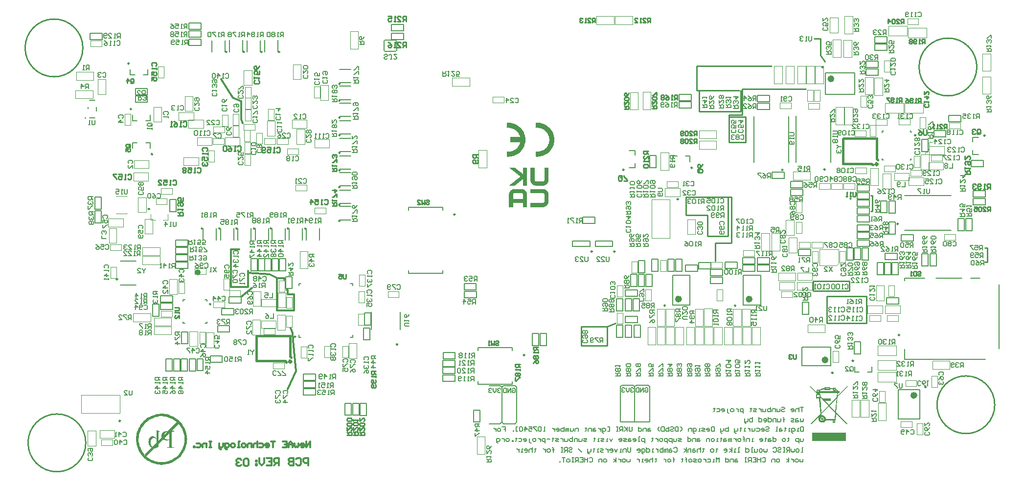
<source format=gbo>
G04*
G04 #@! TF.GenerationSoftware,Altium Limited,Altium Designer,24.10.1 (45)*
G04*
G04 Layer_Color=37055*
%FSLAX44Y44*%
%MOMM*%
G71*
G04*
G04 #@! TF.SameCoordinates,2A984072-E791-4F40-B98E-8DF9AE0FA605*
G04*
G04*
G04 #@! TF.FilePolarity,Positive*
G04*
G01*
G75*
%ADD10C,0.2500*%
%ADD11C,0.2000*%
%ADD12C,0.4000*%
%ADD13C,0.2540*%
%ADD14C,0.1000*%
%ADD16C,0.3048*%
%ADD18C,0.1270*%
%ADD19C,0.2032*%
%ADD145C,0.5080*%
%ADD223C,0.5000*%
%ADD257C,0.1016*%
%ADD258C,0.6000*%
%ADD259C,0.1200*%
G36*
X585003Y-207965D02*
X584271D01*
Y-208148D01*
X583540D01*
Y-208331D01*
X583174D01*
Y-208514D01*
X582808D01*
Y-208697D01*
X582259D01*
Y-208879D01*
X582077D01*
Y-209062D01*
X581711D01*
Y-209245D01*
X581345D01*
Y-209428D01*
X581162D01*
Y-209611D01*
X580979D01*
Y-209794D01*
X580614D01*
Y-209977D01*
X580431D01*
Y-210160D01*
X580248D01*
Y-210343D01*
X579882D01*
Y-210708D01*
X579699D01*
Y-210891D01*
X579516D01*
Y-211074D01*
X579333D01*
Y-211257D01*
X579151D01*
Y-211440D01*
X578968D01*
Y-211623D01*
X578785D01*
Y-211988D01*
X578602D01*
Y-212171D01*
X578419D01*
Y-212537D01*
X578236D01*
Y-212903D01*
X578053D01*
Y-213086D01*
X577870D01*
Y-213451D01*
X577687D01*
Y-214000D01*
X577505D01*
Y-214366D01*
X577322D01*
Y-214914D01*
X577139D01*
Y-215829D01*
X576956D01*
Y-217292D01*
X576773D01*
Y-239237D01*
X584088D01*
Y-232105D01*
X601096D01*
Y-239237D01*
X608228D01*
Y-215829D01*
X608046D01*
Y-215097D01*
X607863D01*
Y-214549D01*
X607680D01*
Y-214000D01*
X607497D01*
Y-213634D01*
X607314D01*
Y-213086D01*
X607131D01*
Y-212903D01*
X606948D01*
Y-212537D01*
X606765D01*
Y-212171D01*
X606582D01*
Y-211988D01*
X606400D01*
Y-211805D01*
X606217D01*
Y-211440D01*
X606034D01*
Y-211257D01*
X605851D01*
Y-211074D01*
X605668D01*
Y-210891D01*
X605485D01*
Y-210708D01*
X605302D01*
Y-210525D01*
X605119D01*
Y-210343D01*
X604937D01*
Y-210160D01*
X604754D01*
Y-209977D01*
X604571D01*
Y-209794D01*
X604205D01*
Y-209611D01*
X604022D01*
Y-209428D01*
X603839D01*
Y-209245D01*
X603474D01*
Y-209062D01*
X603108D01*
Y-208879D01*
X602925D01*
Y-208697D01*
X602376D01*
Y-208514D01*
X602010D01*
Y-208331D01*
X601462D01*
Y-208148D01*
X600913D01*
Y-207965D01*
X600182D01*
Y-207782D01*
X585003D01*
Y-207965D01*
D02*
G37*
G36*
X608228Y-179253D02*
Y-170475D01*
X601096D01*
Y-181813D01*
X600730D01*
Y-181630D01*
X600547D01*
Y-181447D01*
X600365D01*
Y-181265D01*
X600182D01*
Y-181082D01*
X599999D01*
Y-180899D01*
X599633D01*
Y-180716D01*
X599450D01*
Y-180533D01*
X599267D01*
Y-180350D01*
X599084D01*
Y-180167D01*
X598719D01*
Y-179984D01*
X598536D01*
Y-179802D01*
X598353D01*
Y-179619D01*
X597987D01*
Y-179436D01*
X597804D01*
Y-179253D01*
X597621D01*
Y-179070D01*
X597439D01*
Y-178887D01*
X597256D01*
Y-178704D01*
X596890D01*
Y-178521D01*
X596707D01*
Y-178339D01*
X596524D01*
Y-178156D01*
X596341D01*
Y-177973D01*
X595975D01*
Y-177790D01*
X595793D01*
Y-177607D01*
X595610D01*
Y-177424D01*
X595244D01*
Y-177241D01*
X595061D01*
Y-177058D01*
X594878D01*
Y-176875D01*
X594695D01*
Y-176693D01*
X594512D01*
Y-176510D01*
X594147D01*
Y-176327D01*
X593964D01*
Y-176144D01*
X593781D01*
Y-175961D01*
X593598D01*
Y-175778D01*
X593232D01*
Y-175595D01*
X593049D01*
Y-175412D01*
X592867D01*
Y-175229D01*
X592501D01*
Y-175047D01*
X592318D01*
Y-174864D01*
X592135D01*
Y-174681D01*
X591952D01*
Y-174498D01*
X591769D01*
Y-174315D01*
X591403D01*
Y-174132D01*
X591221D01*
Y-173949D01*
X591038D01*
Y-173766D01*
X590855D01*
Y-173584D01*
X590489D01*
Y-173401D01*
X590306D01*
Y-173218D01*
X590123D01*
Y-173035D01*
X589757D01*
Y-172852D01*
X589575D01*
Y-172669D01*
X589392D01*
Y-172486D01*
X589209D01*
Y-172303D01*
X589026D01*
Y-172121D01*
X588660D01*
Y-171938D01*
X588477D01*
Y-171755D01*
X588294D01*
Y-171572D01*
X588112D01*
Y-171389D01*
X587746D01*
Y-171206D01*
X587563D01*
Y-171023D01*
X587380D01*
Y-170840D01*
X587014D01*
Y-170658D01*
X586831D01*
Y-170475D01*
X576956D01*
Y-170658D01*
X577139D01*
Y-170840D01*
X577322D01*
Y-171023D01*
X577505D01*
Y-171206D01*
X577687D01*
Y-171389D01*
X578053D01*
Y-171572D01*
X578236D01*
Y-171755D01*
X578419D01*
Y-171938D01*
X578785D01*
Y-172121D01*
X578968D01*
Y-172303D01*
X579151D01*
Y-172486D01*
X579333D01*
Y-172669D01*
X579699D01*
Y-172852D01*
X579882D01*
Y-173035D01*
X580065D01*
Y-173218D01*
X580431D01*
Y-173401D01*
X580614D01*
Y-173584D01*
X580796D01*
Y-173766D01*
X580979D01*
Y-173949D01*
X581345D01*
Y-174132D01*
X581528D01*
Y-174315D01*
X581711D01*
Y-174498D01*
X581894D01*
Y-174681D01*
X582259D01*
Y-174864D01*
X582442D01*
Y-175047D01*
X582625D01*
Y-175229D01*
X582991D01*
Y-175412D01*
X583174D01*
Y-175595D01*
X583357D01*
Y-175778D01*
X583540D01*
Y-175961D01*
X583905D01*
Y-176144D01*
X584088D01*
Y-176327D01*
X584271D01*
Y-176510D01*
X584454D01*
Y-176693D01*
X584820D01*
Y-176875D01*
X585003D01*
Y-177058D01*
X585186D01*
Y-177241D01*
X585368D01*
Y-177424D01*
X585734D01*
Y-177607D01*
X585917D01*
Y-177790D01*
X586100D01*
Y-177973D01*
X586466D01*
Y-178156D01*
X586649D01*
Y-178339D01*
X586831D01*
Y-178521D01*
X587014D01*
Y-178704D01*
X587380D01*
Y-178887D01*
X587563D01*
Y-179070D01*
X587746D01*
Y-179253D01*
X588112D01*
Y-179436D01*
X588294D01*
Y-179619D01*
X588477D01*
Y-179802D01*
X588660D01*
Y-179984D01*
X589026D01*
Y-180167D01*
X589209D01*
Y-180350D01*
X589392D01*
Y-180533D01*
X589575D01*
Y-180716D01*
X589940D01*
Y-180899D01*
X590123D01*
Y-181082D01*
X590306D01*
Y-181265D01*
X590672D01*
Y-181447D01*
X590855D01*
Y-181630D01*
X591038D01*
Y-181813D01*
X591221D01*
Y-181996D01*
X591586D01*
Y-182179D01*
X591769D01*
Y-182362D01*
X591952D01*
Y-182545D01*
X592135D01*
Y-182728D01*
X592501D01*
Y-182910D01*
X592684D01*
Y-183093D01*
X592867D01*
Y-183276D01*
X593049D01*
Y-183459D01*
X593415D01*
Y-183642D01*
X593598D01*
Y-183825D01*
X593781D01*
Y-184008D01*
X594147D01*
Y-184191D01*
X594329D01*
Y-184373D01*
X594512D01*
Y-184556D01*
X594695D01*
Y-184739D01*
X595061D01*
Y-184922D01*
X595244D01*
Y-185105D01*
X595427D01*
Y-185288D01*
X595793D01*
Y-185471D01*
X595975D01*
Y-185654D01*
X596158D01*
Y-185837D01*
X596341D01*
Y-186019D01*
X596707D01*
Y-186202D01*
X596890D01*
Y-186385D01*
X596524D01*
Y-186568D01*
X596341D01*
Y-186751D01*
X596158D01*
Y-186934D01*
X595975D01*
Y-187117D01*
X595610D01*
Y-187300D01*
X595427D01*
Y-187482D01*
X595244D01*
Y-187665D01*
X595061D01*
Y-187848D01*
X594695D01*
Y-188031D01*
X594512D01*
Y-188214D01*
X594329D01*
Y-188397D01*
X593964D01*
Y-188580D01*
X593781D01*
Y-188763D01*
X593598D01*
Y-188946D01*
X593415D01*
Y-189128D01*
X593049D01*
Y-189311D01*
X592867D01*
Y-189494D01*
X592684D01*
Y-189677D01*
X592501D01*
Y-189860D01*
X592135D01*
Y-190043D01*
X591952D01*
Y-190226D01*
X591769D01*
Y-190409D01*
X591403D01*
Y-190591D01*
X591221D01*
Y-190774D01*
X591038D01*
Y-190957D01*
X590855D01*
Y-191140D01*
X590489D01*
Y-191323D01*
X590306D01*
Y-191506D01*
X590123D01*
Y-191689D01*
X589757D01*
Y-191872D01*
X589575D01*
Y-192055D01*
X589392D01*
Y-192237D01*
X589209D01*
Y-192420D01*
X588843D01*
Y-192603D01*
X588660D01*
Y-192786D01*
X588477D01*
Y-192969D01*
X588294D01*
Y-193152D01*
X587929D01*
Y-193335D01*
X587746D01*
Y-193517D01*
X587563D01*
Y-193700D01*
X587380D01*
Y-193883D01*
X587014D01*
Y-194066D01*
X586831D01*
Y-194249D01*
X586649D01*
Y-194432D01*
X586283D01*
Y-194615D01*
X586100D01*
Y-194798D01*
X585917D01*
Y-194981D01*
X585734D01*
Y-195163D01*
X585368D01*
Y-195346D01*
X585186D01*
Y-195529D01*
X585003D01*
Y-195712D01*
X584820D01*
Y-195895D01*
X584454D01*
Y-196078D01*
X584271D01*
Y-196261D01*
X584088D01*
Y-196444D01*
X583722D01*
Y-196626D01*
X583540D01*
Y-196809D01*
X583357D01*
Y-196992D01*
X583174D01*
Y-197175D01*
X582808D01*
Y-197358D01*
X582625D01*
Y-197541D01*
X582442D01*
Y-197724D01*
X582077D01*
Y-197907D01*
X581894D01*
Y-198090D01*
X581711D01*
Y-198272D01*
X581528D01*
Y-198455D01*
X581162D01*
Y-198638D01*
X580979D01*
Y-198821D01*
X580796D01*
Y-199004D01*
X580614D01*
Y-199187D01*
X580248D01*
Y-199370D01*
X580065D01*
Y-199553D01*
X579882D01*
Y-199735D01*
X579699D01*
Y-199918D01*
X579333D01*
Y-200101D01*
X579151D01*
Y-200284D01*
X578968D01*
Y-200467D01*
X578602D01*
Y-200650D01*
X578419D01*
Y-200833D01*
X578236D01*
Y-201016D01*
X578053D01*
Y-201199D01*
X577687D01*
Y-201381D01*
X577505D01*
Y-201564D01*
X577322D01*
Y-201747D01*
X577139D01*
Y-201930D01*
X587014D01*
Y-201747D01*
X587197D01*
Y-201564D01*
X587563D01*
Y-201381D01*
X587746D01*
Y-201199D01*
X587929D01*
Y-201016D01*
X588294D01*
Y-200833D01*
X588477D01*
Y-200650D01*
X588660D01*
Y-200467D01*
X588843D01*
Y-200284D01*
X589209D01*
Y-200101D01*
X589392D01*
Y-199918D01*
X589575D01*
Y-199735D01*
X589757D01*
Y-199553D01*
X589940D01*
Y-199370D01*
X590306D01*
Y-199187D01*
X590489D01*
Y-199004D01*
X590672D01*
Y-198821D01*
X591038D01*
Y-198638D01*
X591221D01*
Y-198455D01*
X591403D01*
Y-198272D01*
X591586D01*
Y-198090D01*
X591952D01*
Y-197907D01*
X592135D01*
Y-197724D01*
X592318D01*
Y-197541D01*
X592501D01*
Y-197358D01*
X592684D01*
Y-197175D01*
X593049D01*
Y-196992D01*
X593232D01*
Y-196809D01*
X593415D01*
Y-196626D01*
X593781D01*
Y-196444D01*
X593964D01*
Y-196261D01*
X594147D01*
Y-196078D01*
X594329D01*
Y-195895D01*
X594695D01*
Y-195712D01*
X594878D01*
Y-195529D01*
X595061D01*
Y-195346D01*
X595244D01*
Y-195163D01*
X595427D01*
Y-194981D01*
X595793D01*
Y-194798D01*
X595975D01*
Y-194615D01*
X596158D01*
Y-194432D01*
X596524D01*
Y-194249D01*
X596707D01*
Y-194066D01*
X596890D01*
Y-193883D01*
X597073D01*
Y-193700D01*
X597439D01*
Y-193517D01*
X597621D01*
Y-193335D01*
X597804D01*
Y-193152D01*
X597987D01*
Y-192969D01*
X598170D01*
Y-192786D01*
X598536D01*
Y-192603D01*
X598719D01*
Y-192420D01*
X598901D01*
Y-192237D01*
X599267D01*
Y-192055D01*
X599450D01*
Y-191872D01*
X599633D01*
Y-191689D01*
X599816D01*
Y-191506D01*
X600182D01*
Y-191323D01*
X600365D01*
Y-191140D01*
X600547D01*
Y-190957D01*
X600730D01*
Y-190774D01*
X600913D01*
Y-190591D01*
X601096D01*
Y-201930D01*
X608228D01*
Y-179436D01*
Y-179253D01*
D02*
G37*
G36*
X616641Y-239237D02*
X636026D01*
Y-239055D01*
X637306D01*
Y-238872D01*
X638221D01*
Y-238689D01*
X638769D01*
Y-238506D01*
X639135D01*
Y-238323D01*
X639684D01*
Y-238140D01*
X640050D01*
Y-237957D01*
X640415D01*
Y-237775D01*
X640781D01*
Y-237592D01*
X640964D01*
Y-237409D01*
X641147D01*
Y-237226D01*
X641513D01*
Y-237043D01*
X641695D01*
Y-236860D01*
X641878D01*
Y-236677D01*
X642244D01*
Y-236494D01*
X642427D01*
Y-236129D01*
X642793D01*
Y-235946D01*
X642976D01*
Y-235580D01*
X643158D01*
Y-235397D01*
X643341D01*
Y-235214D01*
X643524D01*
Y-234848D01*
X643707D01*
Y-234666D01*
X643890D01*
Y-234483D01*
X644073D01*
Y-234117D01*
X644256D01*
Y-233751D01*
X644439D01*
Y-233385D01*
X644622D01*
Y-232837D01*
X644804D01*
Y-232471D01*
X644987D01*
Y-231922D01*
X645170D01*
Y-231008D01*
X645353D01*
Y-229728D01*
X645536D01*
Y-217292D01*
X645353D01*
Y-215829D01*
X645170D01*
Y-214914D01*
X644987D01*
Y-214366D01*
X644804D01*
Y-214000D01*
X644622D01*
Y-213451D01*
X644439D01*
Y-213086D01*
X644256D01*
Y-212903D01*
X644073D01*
Y-212537D01*
X643890D01*
Y-212171D01*
X643707D01*
Y-211988D01*
X643524D01*
Y-211623D01*
X643341D01*
Y-211440D01*
X643158D01*
Y-211257D01*
X642976D01*
Y-211074D01*
X642793D01*
Y-210891D01*
X642610D01*
Y-210708D01*
X642427D01*
Y-210343D01*
X642061D01*
Y-210160D01*
X641878D01*
Y-209977D01*
X641695D01*
Y-209794D01*
X641330D01*
Y-209611D01*
X641147D01*
Y-209428D01*
X640964D01*
Y-209245D01*
X640598D01*
Y-209062D01*
X640232D01*
Y-208879D01*
X640050D01*
Y-208697D01*
X639501D01*
Y-208514D01*
X639135D01*
Y-208331D01*
X638769D01*
Y-208148D01*
X638038D01*
Y-207965D01*
X637306D01*
Y-207782D01*
X614081D01*
Y-214914D01*
X636392D01*
Y-215097D01*
X636758D01*
Y-215280D01*
X637123D01*
Y-215463D01*
X637306D01*
Y-215646D01*
X637489D01*
Y-215829D01*
X637672D01*
Y-216012D01*
X637855D01*
Y-216378D01*
X638038D01*
Y-216743D01*
X638221D01*
Y-230093D01*
X638038D01*
Y-230459D01*
X637855D01*
Y-230825D01*
X637672D01*
Y-231008D01*
X637489D01*
Y-231191D01*
X637306D01*
Y-231374D01*
X637123D01*
Y-231557D01*
X636758D01*
Y-231739D01*
X636392D01*
Y-231922D01*
X614081D01*
Y-239237D01*
X616458D01*
X616641D01*
D02*
G37*
G36*
X621213Y-184922D02*
Y-170475D01*
X614081D01*
Y-193883D01*
X614263D01*
Y-194615D01*
X614446D01*
Y-195163D01*
X614629D01*
Y-195712D01*
X614812D01*
Y-196078D01*
X614995D01*
Y-196626D01*
X615178D01*
Y-196809D01*
X615361D01*
Y-197175D01*
X615544D01*
Y-197541D01*
X615727D01*
Y-197724D01*
X615909D01*
Y-197907D01*
X616092D01*
Y-198272D01*
X616275D01*
Y-198455D01*
X616458D01*
Y-198638D01*
X616641D01*
Y-198821D01*
X616824D01*
Y-199004D01*
X617007D01*
Y-199187D01*
X617189D01*
Y-199370D01*
X617372D01*
Y-199553D01*
X617555D01*
Y-199735D01*
X617738D01*
Y-199918D01*
X618104D01*
Y-200101D01*
X618287D01*
Y-200284D01*
X618470D01*
Y-200467D01*
X618835D01*
Y-200650D01*
X619201D01*
Y-200833D01*
X619384D01*
Y-201016D01*
X619933D01*
Y-201199D01*
X620299D01*
Y-201381D01*
X620847D01*
Y-201564D01*
X621396D01*
Y-201747D01*
X622127D01*
Y-201930D01*
X637306D01*
Y-201747D01*
X638038D01*
Y-201564D01*
X638769D01*
Y-201381D01*
X639135D01*
Y-201199D01*
X639501D01*
Y-201016D01*
X640050D01*
Y-200833D01*
X640232D01*
Y-200650D01*
X640598D01*
Y-200467D01*
X640964D01*
Y-200284D01*
X641147D01*
Y-200101D01*
X641330D01*
Y-199918D01*
X641695D01*
Y-199735D01*
X641878D01*
Y-199553D01*
X642061D01*
Y-199370D01*
X642427D01*
Y-199004D01*
X642610D01*
Y-198821D01*
X642793D01*
Y-198638D01*
X642976D01*
Y-198455D01*
X643158D01*
Y-198272D01*
X643341D01*
Y-198090D01*
X643524D01*
Y-197724D01*
X643707D01*
Y-197541D01*
X643890D01*
Y-197175D01*
X644073D01*
Y-196809D01*
X644256D01*
Y-196626D01*
X644439D01*
Y-196261D01*
X644622D01*
Y-195712D01*
X644804D01*
Y-195346D01*
X644987D01*
Y-194798D01*
X645170D01*
Y-193883D01*
X645353D01*
Y-192420D01*
X645536D01*
Y-170475D01*
X638221D01*
Y-192969D01*
X638038D01*
Y-193335D01*
X637855D01*
Y-193700D01*
X637672D01*
Y-193883D01*
X637489D01*
Y-194066D01*
X637306D01*
Y-194249D01*
X637123D01*
Y-194432D01*
X636758D01*
Y-194615D01*
X636392D01*
Y-194798D01*
X623225D01*
Y-194615D01*
X622676D01*
Y-194432D01*
X622310D01*
Y-194249D01*
X622127D01*
Y-194066D01*
X621944D01*
Y-193883D01*
X621762D01*
Y-193700D01*
X621579D01*
Y-193335D01*
X621396D01*
Y-192786D01*
X621213D01*
Y-185105D01*
Y-184922D01*
D02*
G37*
G36*
X628323Y-93004D02*
X630538Y-93290D01*
X632537Y-93719D01*
X634537Y-94290D01*
X636323Y-94933D01*
X638109Y-95647D01*
X639680Y-96433D01*
X641108Y-97218D01*
X642394Y-98076D01*
X643608Y-98861D01*
X644608Y-99576D01*
X645394Y-100218D01*
X646108Y-100790D01*
X646537Y-101218D01*
X646894Y-101504D01*
X646965Y-101575D01*
X648465Y-103218D01*
X649822Y-104932D01*
X650965Y-106646D01*
X651965Y-108432D01*
X652822Y-110218D01*
X653465Y-111932D01*
X654036Y-113575D01*
X654536Y-115146D01*
X654893Y-116646D01*
X655179Y-118075D01*
X655322Y-119289D01*
X655465Y-120289D01*
X655536Y-121146D01*
X655608Y-121789D01*
Y-122217D01*
Y-122289D01*
Y-122360D01*
X655536Y-124574D01*
X655250Y-126788D01*
X654822Y-128788D01*
X654251Y-130788D01*
X653608Y-132574D01*
X652894Y-134359D01*
X652108Y-135931D01*
X651251Y-137359D01*
X650465Y-138645D01*
X649679Y-139859D01*
X648965Y-140859D01*
X648322Y-141645D01*
X647751Y-142359D01*
X647322Y-142788D01*
X647037Y-143145D01*
X646965Y-143216D01*
X645322Y-144716D01*
X643608Y-146073D01*
X641823Y-147216D01*
X640037Y-148216D01*
X638323Y-149073D01*
X636537Y-149716D01*
X634894Y-150287D01*
X633323Y-150787D01*
X631823Y-151144D01*
X630395Y-151430D01*
X629180Y-151573D01*
X628181Y-151716D01*
X627323Y-151787D01*
X626681Y-151858D01*
X625038D01*
X624038Y-151787D01*
X623681D01*
X623395Y-151716D01*
X623109D01*
Y-142788D01*
X624181Y-142930D01*
X625109Y-143002D01*
X626109D01*
X627681Y-142930D01*
X629180Y-142716D01*
X630609Y-142430D01*
X632038Y-142073D01*
X633323Y-141573D01*
X634537Y-141073D01*
X635609Y-140573D01*
X636609Y-140002D01*
X637537Y-139431D01*
X638394Y-138931D01*
X639109Y-138359D01*
X639680Y-137931D01*
X640108Y-137573D01*
X640466Y-137288D01*
X640680Y-137073D01*
X640751Y-137002D01*
X641823Y-135859D01*
X642751Y-134645D01*
X643537Y-133359D01*
X644251Y-132145D01*
X644822Y-130931D01*
X645251Y-129717D01*
X645680Y-128503D01*
X645965Y-127431D01*
X646251Y-126360D01*
X646465Y-125360D01*
X646537Y-124503D01*
X646680Y-123788D01*
Y-123217D01*
X646751Y-122717D01*
Y-122431D01*
Y-122360D01*
X646680Y-120789D01*
X646465Y-119289D01*
X646180Y-117860D01*
X645823Y-116503D01*
X645322Y-115218D01*
X644822Y-114003D01*
X644323Y-112932D01*
X643751Y-111861D01*
X643180Y-111003D01*
X642680Y-110146D01*
X642108Y-109432D01*
X641680Y-108861D01*
X641323Y-108432D01*
X641037Y-108075D01*
X640823Y-107861D01*
X640751Y-107789D01*
X639608Y-106718D01*
X638394Y-105789D01*
X637109Y-105004D01*
X635894Y-104290D01*
X634680Y-103718D01*
X633466Y-103218D01*
X632252Y-102790D01*
X631180Y-102504D01*
X630109Y-102218D01*
X629109Y-102004D01*
X628252Y-101932D01*
X627538Y-101790D01*
X626966D01*
X626466Y-101718D01*
X625038D01*
X624038Y-101790D01*
X623681Y-101861D01*
X623395D01*
X623181Y-101932D01*
X623109D01*
X623181Y-93004D01*
X624181Y-92933D01*
X626109D01*
X628323Y-93004D01*
D02*
G37*
G36*
X578183Y-93004D02*
X580397Y-93290D01*
X582397Y-93719D01*
X584397Y-94290D01*
X586183Y-94933D01*
X587968Y-95647D01*
X589540Y-96433D01*
X590968Y-97218D01*
X592254Y-98076D01*
X593468Y-98861D01*
X594468Y-99576D01*
X595254Y-100218D01*
X595968Y-100790D01*
X596396Y-101218D01*
X596754Y-101504D01*
X596825Y-101575D01*
X598325Y-103218D01*
X599682Y-104932D01*
X600825Y-106646D01*
X601825Y-108432D01*
X602682Y-110218D01*
X603325Y-111932D01*
X603896Y-113575D01*
X604396Y-115146D01*
X604753Y-116646D01*
X605039Y-118075D01*
X605182Y-119289D01*
X605325Y-120289D01*
X605396Y-121146D01*
X605467Y-121789D01*
Y-122217D01*
Y-122289D01*
Y-122360D01*
X605396Y-124574D01*
X605110Y-126788D01*
X604682Y-128788D01*
X604110Y-130788D01*
X603468Y-132574D01*
X602753Y-134359D01*
X601968Y-135931D01*
X601110Y-137359D01*
X600325Y-138645D01*
X599539Y-139859D01*
X598825Y-140859D01*
X598182Y-141645D01*
X597611Y-142359D01*
X597182Y-142788D01*
X596897Y-143145D01*
X596825Y-143216D01*
X595182Y-144716D01*
X593468Y-146073D01*
X591683Y-147216D01*
X589897Y-148216D01*
X588183Y-149073D01*
X586397Y-149716D01*
X584754Y-150287D01*
X583183Y-150787D01*
X581683Y-151144D01*
X580255Y-151430D01*
X579040Y-151573D01*
X578040Y-151716D01*
X577183Y-151787D01*
X576540Y-151858D01*
X574898D01*
X573969Y-151787D01*
X573541D01*
X573255Y-151716D01*
X573041D01*
Y-142859D01*
X574040Y-142930D01*
X575041Y-143002D01*
X575969D01*
X577326Y-142930D01*
X578612Y-142788D01*
X579897Y-142573D01*
X581040Y-142288D01*
X582183Y-141930D01*
X583254Y-141573D01*
X584254Y-141145D01*
X585183Y-140716D01*
X585969Y-140359D01*
X586754Y-139930D01*
X587397Y-139573D01*
X587897Y-139216D01*
X588326Y-138931D01*
X588611Y-138716D01*
X588825Y-138573D01*
X588897Y-138502D01*
X589897Y-137645D01*
X590825Y-136716D01*
X591683Y-135716D01*
X592397Y-134717D01*
X593040Y-133788D01*
X593682Y-132788D01*
X594182Y-131860D01*
X594611Y-130931D01*
X594968Y-130074D01*
X595325Y-129288D01*
X595539Y-128574D01*
X595754Y-128003D01*
X595896Y-127503D01*
X596039Y-127074D01*
X596111Y-126860D01*
Y-126788D01*
X578897Y-126788D01*
Y-117932D01*
X596111Y-117932D01*
X595754Y-116646D01*
X595396Y-115360D01*
X594897Y-114218D01*
X594325Y-113075D01*
X593754Y-112075D01*
X593182Y-111075D01*
X592611Y-110218D01*
X591968Y-109432D01*
X591397Y-108718D01*
X590825Y-108075D01*
X590325Y-107575D01*
X589897Y-107075D01*
X589468Y-106718D01*
X589183Y-106504D01*
X589040Y-106361D01*
X588968Y-106289D01*
X587897Y-105504D01*
X586754Y-104789D01*
X585611Y-104147D01*
X584540Y-103647D01*
X583397Y-103218D01*
X582326Y-102861D01*
X580326Y-102290D01*
X579397Y-102075D01*
X578540Y-101932D01*
X577826Y-101861D01*
X577183Y-101790D01*
X576683Y-101718D01*
X574898D01*
X573969Y-101790D01*
X573541Y-101861D01*
X573255D01*
X573112Y-101932D01*
X573041D01*
Y-93004D01*
X574183Y-92933D01*
X575969D01*
X578183Y-93004D01*
D02*
G37*
G36*
X1163600Y-549711D02*
X1145672Y-568353D01*
X1145172Y-573424D01*
X1144030Y-585566D01*
X1143101Y-594423D01*
X1162314Y-614136D01*
X1161029Y-615422D01*
X1143030Y-596851D01*
X1141887Y-608208D01*
X1141387D01*
Y-612565D01*
X1137316D01*
Y-608208D01*
X1124888D01*
X1124459Y-609136D01*
X1123888Y-609922D01*
X1122959Y-610922D01*
X1121745Y-611707D01*
X1120459Y-612136D01*
X1119174Y-612279D01*
X1117817Y-612207D01*
X1116888Y-611922D01*
X1115817Y-611493D01*
X1114888Y-610922D01*
X1114103Y-610207D01*
X1113388Y-609136D01*
X1112817Y-607922D01*
X1112531Y-606779D01*
X1112388Y-605922D01*
X1112531Y-604851D01*
X1112674Y-603922D01*
X1112960Y-603136D01*
X1113460Y-602279D01*
X1114031Y-601494D01*
X1114745Y-600851D01*
X1115531Y-600280D01*
X1116317Y-599922D01*
X1116174Y-598994D01*
X1100318Y-615422D01*
X1099032Y-614064D01*
X1116031Y-596494D01*
X1114603Y-581209D01*
X1113674Y-570067D01*
X1108603D01*
Y-562924D01*
X1109960D01*
X1097104Y-549711D01*
X1098389Y-548425D01*
X1110531Y-560924D01*
Y-559996D01*
X1110246Y-559782D01*
X1109960Y-559639D01*
X1109603Y-559282D01*
X1109317Y-558853D01*
X1109103Y-558425D01*
X1108960Y-557996D01*
X1108889Y-557496D01*
X1109031Y-556782D01*
X1109174Y-556425D01*
X1109674Y-555710D01*
X1110174Y-555210D01*
X1110889Y-554925D01*
X1111603Y-554782D01*
X1112317Y-554853D01*
X1112960Y-555139D01*
X1113531Y-555496D01*
X1113745Y-555782D01*
X1114245Y-555353D01*
X1115031Y-554853D01*
X1116031Y-554353D01*
X1117388Y-553853D01*
X1118888Y-553425D01*
X1120388Y-553068D01*
X1121888Y-552853D01*
X1123174Y-552639D01*
Y-551068D01*
X1133316D01*
Y-552425D01*
X1134173D01*
X1135459Y-552568D01*
X1136816Y-552782D01*
X1138173Y-552996D01*
Y-552139D01*
X1142601D01*
Y-554211D01*
X1143101Y-554425D01*
X1143815Y-554782D01*
X1144529Y-555282D01*
X1145244Y-555710D01*
X1145815Y-556210D01*
X1146172Y-556567D01*
X1146529Y-556925D01*
X1146672Y-557353D01*
X1146601Y-558067D01*
X1149172D01*
Y-561353D01*
X1146315D01*
X1145887Y-565496D01*
X1162314Y-548425D01*
X1163600Y-549711D01*
D02*
G37*
G36*
X1159743Y-629992D02*
Y-630278D01*
Y-630635D01*
Y-631064D01*
Y-631492D01*
Y-631849D01*
Y-632135D01*
Y-632206D01*
Y-633921D01*
Y-634778D01*
Y-635563D01*
Y-636206D01*
Y-636778D01*
Y-637063D01*
Y-637206D01*
Y-638206D01*
Y-639135D01*
Y-639992D01*
Y-640706D01*
Y-641349D01*
Y-641777D01*
Y-642134D01*
Y-642206D01*
Y-642920D01*
Y-643492D01*
Y-643849D01*
Y-644134D01*
Y-644277D01*
Y-644349D01*
Y-644420D01*
X1101889D01*
Y-644349D01*
Y-644063D01*
Y-643706D01*
Y-643277D01*
Y-642920D01*
Y-642563D01*
Y-642277D01*
Y-642206D01*
Y-640492D01*
Y-639635D01*
Y-638849D01*
Y-638206D01*
Y-637635D01*
Y-637349D01*
Y-637206D01*
Y-636206D01*
Y-635278D01*
Y-634421D01*
Y-633706D01*
Y-633064D01*
Y-632635D01*
Y-632278D01*
Y-632206D01*
Y-631421D01*
Y-630849D01*
Y-630492D01*
Y-630206D01*
Y-630064D01*
Y-629921D01*
X1159743D01*
Y-629992D01*
D02*
G37*
G36*
X-20855Y-596934D02*
X-17570Y-597363D01*
X-14498Y-598005D01*
X-11570Y-598791D01*
X-8856Y-599791D01*
X-6284Y-600934D01*
X-3856Y-602077D01*
X-1713Y-603291D01*
X287Y-604505D01*
X2001Y-605648D01*
X3501Y-606791D01*
X4787Y-607791D01*
X5786Y-608576D01*
X6501Y-609219D01*
X6715Y-609433D01*
X6929Y-609648D01*
X7001Y-609719D01*
X7072Y-609790D01*
X8215Y-611005D01*
X9358Y-612290D01*
X11358Y-614862D01*
X13072Y-617504D01*
X14572Y-620147D01*
X15786Y-622790D01*
X16857Y-625361D01*
X17714Y-627861D01*
X18357Y-630289D01*
X18929Y-632504D01*
X19286Y-634575D01*
X19571Y-636432D01*
X19714Y-637218D01*
X19786Y-638003D01*
X19857Y-638717D01*
X19929Y-639289D01*
Y-639789D01*
X20000Y-640289D01*
Y-640575D01*
Y-640860D01*
Y-641003D01*
Y-641075D01*
X19929Y-642789D01*
X19857Y-644432D01*
X19429Y-647646D01*
X18786Y-650717D01*
X18000Y-653645D01*
X17000Y-656431D01*
X15929Y-659002D01*
X14715Y-661359D01*
X13500Y-663573D01*
X12358Y-665573D01*
X11143Y-667287D01*
X10072Y-668787D01*
X9072Y-670073D01*
X8286Y-671002D01*
X7643Y-671787D01*
X7358Y-672001D01*
X7215Y-672216D01*
X7072Y-672287D01*
Y-672359D01*
X5858Y-673501D01*
X4572Y-674644D01*
X2001Y-676644D01*
X-642Y-678358D01*
X-3284Y-679858D01*
X-5927Y-681072D01*
X-8498Y-682144D01*
X-10998Y-683001D01*
X-13427Y-683644D01*
X-15641Y-684215D01*
X-17712Y-684572D01*
X-19569Y-684858D01*
X-20355Y-685001D01*
X-21141Y-685072D01*
X-21855Y-685144D01*
X-22426Y-685215D01*
X-22926D01*
X-23426Y-685286D01*
X-24212D01*
X-25926Y-685215D01*
X-27569Y-685144D01*
X-30854Y-684715D01*
X-33926Y-684072D01*
X-36854Y-683287D01*
X-39568Y-682287D01*
X-42211Y-681215D01*
X-44568Y-680001D01*
X-46711Y-678787D01*
X-48711Y-677644D01*
X-50425Y-676430D01*
X-51925Y-675358D01*
X-53210Y-674359D01*
X-54210Y-673573D01*
X-54925Y-672930D01*
X-55139Y-672644D01*
X-55353Y-672502D01*
X-55496Y-672359D01*
X-56710Y-671144D01*
X-57782Y-669859D01*
X-58853Y-668573D01*
X-59781Y-667288D01*
X-61496Y-664645D01*
X-62996Y-662002D01*
X-64281Y-659359D01*
X-65353Y-656717D01*
X-66210Y-654217D01*
X-66852Y-651860D01*
X-67424Y-649574D01*
X-67781Y-647574D01*
X-68067Y-645717D01*
X-68210Y-644860D01*
X-68281Y-644146D01*
X-68352Y-643432D01*
X-68424Y-642860D01*
Y-642289D01*
X-68495Y-641860D01*
Y-641503D01*
Y-641289D01*
Y-641146D01*
Y-641075D01*
Y-639360D01*
X-68352Y-637718D01*
X-67924Y-634432D01*
X-67281Y-631361D01*
X-66495Y-628432D01*
X-65496Y-625718D01*
X-64353Y-623075D01*
X-63210Y-620718D01*
X-61996Y-618576D01*
X-60781Y-616576D01*
X-59639Y-614862D01*
X-58496Y-613362D01*
X-57496Y-612076D01*
X-56710Y-611076D01*
X-56067Y-610362D01*
X-55853Y-610148D01*
X-55639Y-609933D01*
X-55567Y-609790D01*
X-55496D01*
X-54282Y-608576D01*
X-52996Y-607505D01*
X-51711Y-606433D01*
X-50425Y-605505D01*
X-47782Y-603791D01*
X-45139Y-602291D01*
X-42497Y-601005D01*
X-39925Y-599934D01*
X-37426Y-599077D01*
X-34997Y-598434D01*
X-32783Y-597863D01*
X-30712Y-597505D01*
X-28855Y-597220D01*
X-28069Y-597077D01*
X-27283Y-597005D01*
X-26569Y-596934D01*
X-25998Y-596863D01*
X-25498D01*
X-24998Y-596791D01*
X-22498D01*
X-20855Y-596934D01*
D02*
G37*
%LPC*%
G36*
X585917Y-214914D02*
X599084D01*
Y-215097D01*
X599633D01*
Y-215280D01*
X599999D01*
Y-215463D01*
X600182D01*
Y-215646D01*
X600365D01*
Y-215829D01*
X600547D01*
Y-216012D01*
X600730D01*
Y-216378D01*
X600913D01*
Y-216926D01*
X601096D01*
Y-224790D01*
X584088D01*
Y-216743D01*
X584271D01*
Y-216378D01*
X584454D01*
Y-216012D01*
X584637D01*
Y-215829D01*
X584820D01*
Y-215646D01*
X585003D01*
Y-215463D01*
X585186D01*
Y-215280D01*
X585551D01*
Y-215097D01*
X585917D01*
Y-214914D01*
D02*
G37*
G36*
X1131459Y-552853D02*
X1125031D01*
Y-553925D01*
X1131459D01*
Y-552853D01*
D02*
G37*
G36*
X1133316Y-554353D02*
Y-555782D01*
X1123174D01*
Y-554568D01*
X1121031Y-554925D01*
X1119174Y-555353D01*
X1117602Y-555782D01*
X1116317Y-556353D01*
X1115317Y-556996D01*
X1114603Y-557639D01*
Y-558067D01*
X1138173D01*
Y-554996D01*
X1136744Y-554711D01*
X1135173Y-554496D01*
X1133316Y-554353D01*
D02*
G37*
G36*
X1140744Y-553925D02*
X1140030D01*
Y-556353D01*
X1140744D01*
Y-553925D01*
D02*
G37*
G36*
X1142601Y-556282D02*
Y-558067D01*
X1144744D01*
X1144815Y-557782D01*
X1144244Y-557282D01*
X1143601Y-556782D01*
X1142601Y-556282D01*
D02*
G37*
G36*
X1111817Y-556639D02*
X1111674D01*
X1111388Y-556710D01*
X1111174Y-556782D01*
X1110889Y-557067D01*
X1110817Y-557425D01*
Y-557496D01*
Y-557567D01*
Y-557853D01*
X1110960Y-558067D01*
X1111246Y-558282D01*
X1111531Y-558425D01*
X1111674D01*
X1111960Y-558353D01*
X1112174Y-558282D01*
X1112460Y-557996D01*
X1112603Y-557710D01*
Y-557567D01*
X1112531Y-557282D01*
X1112460Y-556996D01*
X1112103Y-556782D01*
X1111817Y-556639D01*
D02*
G37*
G36*
X1113960Y-564710D02*
X1110460D01*
Y-568210D01*
X1113960D01*
Y-564710D01*
D02*
G37*
G36*
X1131745Y-572710D02*
X1122174D01*
Y-573281D01*
X1131745D01*
Y-572710D01*
D02*
G37*
G36*
X1144458Y-561353D02*
X1114817D01*
X1114960Y-562924D01*
X1115817D01*
Y-566353D01*
X1120245Y-570853D01*
X1133530D01*
X1133530Y-575066D01*
X1124388D01*
X1130530Y-581423D01*
X1143887Y-567567D01*
X1144458Y-561353D01*
D02*
G37*
G36*
X1143601Y-570495D02*
X1131816Y-582780D01*
X1141530Y-592780D01*
X1143601Y-570495D01*
D02*
G37*
G36*
X1115817Y-568924D02*
Y-570067D01*
X1115602D01*
X1117674Y-594708D01*
X1129245Y-582780D01*
X1121745Y-575066D01*
X1120245D01*
Y-573567D01*
X1115817Y-568924D01*
D02*
G37*
G36*
X1130530Y-584066D02*
X1117888Y-597137D01*
X1118102Y-599422D01*
X1118960Y-599351D01*
X1119888Y-599422D01*
X1121031Y-599780D01*
X1122174Y-600351D01*
X1123031Y-600922D01*
X1123816Y-601637D01*
X1124531Y-602708D01*
X1125102Y-603922D01*
X1125388Y-605351D01*
X1125316Y-606351D01*
X1140244D01*
X1141315Y-595137D01*
X1130530Y-584066D01*
D02*
G37*
G36*
X1119102Y-602636D02*
X1118388D01*
X1117888Y-602779D01*
X1117102Y-603136D01*
X1116531Y-603637D01*
X1116174Y-604208D01*
X1115888Y-604779D01*
X1115817Y-605279D01*
X1115745Y-605636D01*
Y-605708D01*
Y-605779D01*
Y-606351D01*
X1115888Y-606851D01*
X1116245Y-607636D01*
X1116745Y-608208D01*
X1117317Y-608565D01*
X1117960Y-608851D01*
X1118459Y-608922D01*
X1118817Y-608993D01*
X1118960D01*
X1119531Y-608922D01*
X1119959Y-608851D01*
X1120745Y-608493D01*
X1121317Y-607993D01*
X1121674Y-607351D01*
X1121959Y-606779D01*
X1122031Y-606279D01*
X1122102Y-605922D01*
Y-605779D01*
X1122031Y-605208D01*
X1121959Y-604708D01*
X1121602Y-603994D01*
X1121102Y-603422D01*
X1120531Y-602994D01*
X1119959Y-602779D01*
X1119460Y-602708D01*
X1119102Y-602636D01*
D02*
G37*
G36*
X1139530Y-608208D02*
X1139101D01*
Y-610779D01*
X1139530D01*
Y-608208D01*
D02*
G37*
%LPD*%
G36*
X1119674Y-603708D02*
X1120174Y-603994D01*
X1120531Y-604279D01*
X1120745Y-604708D01*
X1120888Y-605065D01*
X1121031Y-605422D01*
Y-605708D01*
Y-605779D01*
X1120959Y-606493D01*
X1120674Y-606993D01*
X1120388Y-607422D01*
X1119959Y-607636D01*
X1119602Y-607779D01*
X1119245Y-607850D01*
X1119031Y-607922D01*
X1118960D01*
X1118245Y-607850D01*
X1117674Y-607565D01*
X1117317Y-607208D01*
X1117031Y-606851D01*
X1116888Y-606422D01*
X1116745Y-606136D01*
Y-605851D01*
Y-605779D01*
X1116817Y-605065D01*
X1117102Y-604565D01*
X1117460Y-604136D01*
X1117817Y-603922D01*
X1118245Y-603779D01*
X1118602Y-603637D01*
X1118960D01*
X1119674Y-603708D01*
D02*
G37*
%LPC*%
G36*
X1119102Y-605494D02*
X1118960D01*
X1118745Y-605565D01*
X1118674Y-605636D01*
X1118602Y-605708D01*
Y-605779D01*
X1118674Y-605993D01*
X1118745Y-606065D01*
X1118888Y-606136D01*
X1118960D01*
X1119102Y-606065D01*
X1119174Y-605922D01*
X1119245Y-605851D01*
Y-605779D01*
X1119174Y-605636D01*
X1119102Y-605494D01*
D02*
G37*
G36*
X2287Y-611290D02*
X2232Y-611345D01*
X3929Y-612933D01*
X2287Y-611290D01*
D02*
G37*
G36*
X-23498Y-601219D02*
X-24212D01*
X-27283Y-601362D01*
X-30140Y-601720D01*
X-32926Y-602291D01*
X-35568Y-603077D01*
X-38068Y-603934D01*
X-40354Y-604934D01*
X-42497Y-606005D01*
X-44497Y-607076D01*
X-46211Y-608148D01*
X-47782Y-609219D01*
X-49139Y-610219D01*
X-50282Y-611076D01*
X-51139Y-611862D01*
X-51853Y-612433D01*
X-52210Y-612790D01*
X-52353Y-612933D01*
X-54425Y-615147D01*
X-56210Y-617504D01*
X-57782Y-619861D01*
X-59067Y-622218D01*
X-60210Y-624647D01*
X-61139Y-626932D01*
X-61924Y-629218D01*
X-62567Y-631361D01*
X-62996Y-633361D01*
X-63353Y-635218D01*
X-63638Y-636861D01*
X-63781Y-638289D01*
X-63853Y-638932D01*
X-63924Y-639503D01*
Y-639932D01*
X-63996Y-640360D01*
Y-640646D01*
Y-640860D01*
Y-641003D01*
Y-641075D01*
X-63853Y-644074D01*
X-63496Y-647003D01*
X-62924Y-649788D01*
X-62210Y-652431D01*
X-61281Y-654859D01*
X-60282Y-657217D01*
X-59282Y-659359D01*
X-58210Y-661288D01*
X-57067Y-663073D01*
X-56067Y-664645D01*
X-55068Y-666002D01*
X-54210Y-667145D01*
X-53903Y-667480D01*
X-53925Y-667502D01*
X-53139Y-668323D01*
X-53425Y-668002D01*
X-53903Y-667480D01*
X-41711Y-655288D01*
X-42282Y-654859D01*
X-42854Y-654360D01*
X-43282Y-654074D01*
X-43354Y-653931D01*
X-43425D01*
X-44068Y-653288D01*
X-44568Y-652645D01*
X-45068Y-651931D01*
X-45425Y-651217D01*
X-46068Y-649860D01*
X-46497Y-648503D01*
X-46711Y-647289D01*
X-46854Y-646788D01*
Y-646289D01*
X-46925Y-645931D01*
Y-645646D01*
Y-645503D01*
Y-645431D01*
X-46854Y-643860D01*
X-46568Y-642432D01*
X-46211Y-641217D01*
X-45782Y-640146D01*
X-45354Y-639360D01*
X-44997Y-638789D01*
X-44711Y-638432D01*
X-44639Y-638289D01*
X-43782Y-637432D01*
X-42854Y-636789D01*
X-41997Y-636361D01*
X-41140Y-636003D01*
X-40425Y-635860D01*
X-39854Y-635789D01*
X-39497Y-635718D01*
X-39354D01*
X-38711Y-635789D01*
X-38140Y-635860D01*
X-36997Y-636361D01*
X-35926Y-637003D01*
X-34997Y-637718D01*
X-34211Y-638432D01*
X-33640Y-639075D01*
X-33283Y-639575D01*
X-33140Y-639646D01*
X-33140Y-625361D01*
X-32140D01*
X-26212Y-627789D01*
X-26569Y-628575D01*
X-27140Y-628361D01*
X-27640Y-628289D01*
X-27926Y-628218D01*
X-28069D01*
X-28426Y-628289D01*
X-28712Y-628361D01*
X-28855Y-628432D01*
X-28926Y-628504D01*
X-29140Y-628789D01*
X-29283Y-629075D01*
X-29426Y-629361D01*
Y-629504D01*
X-29497Y-629932D01*
Y-630504D01*
X-29569Y-631218D01*
Y-631932D01*
Y-632575D01*
Y-633146D01*
Y-633575D01*
Y-633646D01*
Y-633718D01*
Y-643146D01*
X-24283Y-637860D01*
X-24569Y-636861D01*
X-24712Y-635860D01*
X-24783Y-635503D01*
Y-635218D01*
Y-635003D01*
Y-634932D01*
X-24712Y-634003D01*
X-24569Y-633075D01*
X-24283Y-632289D01*
X-23998Y-631646D01*
X-23712Y-631075D01*
X-23426Y-630718D01*
X-23283Y-630432D01*
X-23212Y-630361D01*
X-22569Y-629647D01*
X-21926Y-629075D01*
X-21355Y-628647D01*
X-20712Y-628218D01*
X-20212Y-628004D01*
X-19784Y-627789D01*
X-19498Y-627647D01*
X-19426D01*
X-18498Y-627361D01*
X-17498Y-627147D01*
X-16427Y-627004D01*
X-15427Y-626861D01*
X-14570D01*
X-13855Y-626790D01*
X-13212D01*
X2232Y-611345D01*
X1715Y-610862D01*
X-642Y-609076D01*
X-2999Y-607505D01*
X-5356Y-606148D01*
X-7784Y-605005D01*
X-10070Y-604076D01*
X-12355Y-603291D01*
X-14498Y-602648D01*
X-16498Y-602219D01*
X-18355Y-601862D01*
X-19998Y-601577D01*
X-21426Y-601434D01*
X-22069Y-601362D01*
X-22641Y-601291D01*
X-23069D01*
X-23498Y-601219D01*
D02*
G37*
G36*
X-15141Y-628718D02*
X-15784Y-628932D01*
X-16355Y-629147D01*
X-16712Y-629289D01*
X-16784Y-629361D01*
X-16855D01*
X-17355Y-629718D01*
X-17784Y-630075D01*
X-18498Y-630861D01*
X-18712Y-631218D01*
X-18927Y-631504D01*
X-18998Y-631718D01*
X-19069Y-631789D01*
X-19284Y-632361D01*
X-19426Y-632789D01*
X-19569Y-633075D01*
Y-633146D01*
X-15141Y-628718D01*
D02*
G37*
G36*
X-10784Y-630647D02*
X-18998Y-638789D01*
X-18712Y-639217D01*
X-18498Y-639575D01*
X-18284Y-639789D01*
X-18212Y-639860D01*
X-17569Y-640432D01*
X-16927Y-640860D01*
X-16284Y-641146D01*
X-15641Y-641360D01*
X-15141Y-641503D01*
X-14712Y-641574D01*
X-13855D01*
X-13355Y-641503D01*
X-12927Y-641432D01*
X-12784D01*
X-12141Y-641360D01*
X-11498Y-641289D01*
X-11213Y-641217D01*
X-10998Y-641146D01*
X-10784D01*
Y-630647D01*
D02*
G37*
G36*
X-37211Y-638789D02*
X-37640D01*
X-38426Y-638860D01*
X-39140Y-639075D01*
X-39783Y-639432D01*
X-40354Y-639789D01*
X-40854Y-640217D01*
X-41211Y-640503D01*
X-41425Y-640789D01*
X-41497Y-640860D01*
X-42068Y-641646D01*
X-42497Y-642574D01*
X-42782Y-643574D01*
X-42997Y-644503D01*
X-43140Y-645360D01*
X-43211Y-646003D01*
Y-646289D01*
Y-646503D01*
Y-646574D01*
Y-646646D01*
X-43140Y-648074D01*
X-42925Y-649360D01*
X-42639Y-650431D01*
X-42354Y-651360D01*
X-42068Y-652002D01*
X-41782Y-652503D01*
X-41568Y-652860D01*
X-41497Y-652931D01*
X-41140Y-653431D01*
X-40782Y-653717D01*
X-40497Y-653931D01*
X-40425Y-654002D01*
X-33140Y-646717D01*
Y-641075D01*
X-33640Y-640575D01*
X-34069Y-640217D01*
X-34497Y-639932D01*
X-34783Y-639717D01*
X-35211Y-639432D01*
X-35354Y-639360D01*
X-36211Y-639003D01*
X-36926Y-638860D01*
X-37211Y-638789D01*
D02*
G37*
G36*
X4429Y-613433D02*
X5001Y-614147D01*
X5325Y-614537D01*
X-6927Y-626790D01*
X-2499D01*
X-2499Y-627647D01*
X-3570D01*
X-4142Y-627718D01*
X-4642Y-627789D01*
X-5070Y-627932D01*
X-5427Y-628075D01*
X-5713Y-628289D01*
X-5927Y-628432D01*
X-5999Y-628504D01*
X-6070Y-628575D01*
X-6284Y-628932D01*
X-6427Y-629361D01*
X-6499Y-629932D01*
X-6570Y-630504D01*
X-6641Y-631075D01*
Y-631575D01*
Y-631861D01*
Y-632004D01*
Y-650931D01*
Y-651788D01*
X-6570Y-652503D01*
X-6499Y-653002D01*
X-6427Y-653431D01*
X-6356Y-653717D01*
X-6284Y-653931D01*
X-6213Y-654074D01*
X-5856Y-654502D01*
X-5499Y-654788D01*
X-4999Y-655002D01*
X-4570Y-655145D01*
X-4213Y-655217D01*
X-3856Y-655288D01*
X-2499D01*
Y-656074D01*
X-14998D01*
Y-655288D01*
X-13855D01*
X-13284Y-655217D01*
X-12784Y-655145D01*
X-12355Y-655002D01*
X-11998Y-654788D01*
X-11784Y-654645D01*
X-11570Y-654502D01*
X-11498Y-654431D01*
X-11427Y-654360D01*
X-11213Y-654002D01*
X-11070Y-653503D01*
X-10927Y-652931D01*
X-10855Y-652360D01*
Y-651860D01*
X-10784Y-651360D01*
Y-651074D01*
Y-650931D01*
Y-642360D01*
X-11855Y-642574D01*
X-12284Y-642646D01*
X-12713Y-642717D01*
X-12998Y-642789D01*
X-13212Y-642860D01*
X-13427D01*
X-14355Y-642932D01*
X-15070Y-643003D01*
X-15712D01*
X-16998Y-642932D01*
X-18141Y-642789D01*
X-19141Y-642503D01*
X-19998Y-642217D01*
X-20712Y-641932D01*
X-21141Y-641646D01*
X-21498Y-641503D01*
X-21569Y-641432D01*
X-29569Y-649360D01*
Y-654217D01*
X-30926Y-655002D01*
X-31569Y-655359D01*
X-32069Y-655574D01*
X-32569Y-655788D01*
X-32926Y-655931D01*
X-33140Y-656074D01*
X-33212D01*
X-34426Y-656431D01*
X-35069Y-656502D01*
X-35568Y-656574D01*
X-36068Y-656645D01*
X-36854D01*
X-50782Y-670644D01*
X-52353Y-669145D01*
X-53139Y-668323D01*
X-52853Y-668644D01*
X-52496Y-669073D01*
X-52353Y-669216D01*
X-50139Y-671287D01*
X-47782Y-673073D01*
X-45425Y-674644D01*
X-43068Y-675930D01*
X-40640Y-677073D01*
X-38354Y-678001D01*
X-36068Y-678787D01*
X-33926Y-679430D01*
X-31926Y-679858D01*
X-30069Y-680215D01*
X-28426Y-680501D01*
X-26997Y-680644D01*
X-26355Y-680715D01*
X-25783Y-680787D01*
X-25355D01*
X-24926Y-680858D01*
X-24212D01*
X-21212Y-680715D01*
X-18284Y-680358D01*
X-15498Y-679787D01*
X-12855Y-679001D01*
X-10355Y-678144D01*
X-8070Y-677144D01*
X-5927Y-676144D01*
X-3927Y-675001D01*
X-2213Y-673930D01*
X-642Y-672930D01*
X715Y-671930D01*
X1858Y-671002D01*
X2715Y-670287D01*
X3429Y-669716D01*
X3787Y-669359D01*
X3929Y-669216D01*
X6001Y-667002D01*
X7786Y-664645D01*
X9358Y-662288D01*
X10643Y-659859D01*
X11786Y-657502D01*
X12715Y-655145D01*
X13500Y-652931D01*
X14143Y-650717D01*
X14572Y-648717D01*
X14929Y-646860D01*
X15215Y-645217D01*
X15357Y-643789D01*
X15429Y-643217D01*
X15500Y-642646D01*
Y-642217D01*
X15572Y-641789D01*
Y-641503D01*
Y-641289D01*
Y-641146D01*
Y-641075D01*
X15429Y-638003D01*
X15072Y-635146D01*
X14500Y-632361D01*
X13715Y-629718D01*
X12858Y-627218D01*
X11858Y-624933D01*
X10858Y-622790D01*
X9715Y-620790D01*
X8643Y-619076D01*
X7643Y-617504D01*
X6643Y-616147D01*
X5715Y-615005D01*
X5325Y-614537D01*
X5429Y-614433D01*
X4429Y-613433D01*
D02*
G37*
%LPD*%
D10*
X483740Y-251700D02*
G03*
X483740Y-251700I-1250J0D01*
G01*
X894378Y-170942D02*
G03*
X894378Y-170942I-1250J0D01*
G01*
X1250689Y-267950D02*
G03*
X1250689Y-267950I-1250J0D01*
G01*
X-100296Y-363814D02*
G03*
X-100296Y-363814I-1250J0D01*
G01*
X-39650Y-147334D02*
G03*
X-39650Y-147334I-1250J0D01*
G01*
X-76150Y-69264D02*
G03*
X-76150Y-69264I-1250J0D01*
G01*
X776112Y-174460D02*
G03*
X776112Y-174460I-1250J0D01*
G01*
X207820Y-463450D02*
G03*
X207820Y-463450I-1250J0D01*
G01*
X384410Y-476830D02*
G03*
X384410Y-476830I-1250J0D01*
G01*
X61220Y-407154D02*
G03*
X61220Y-407154I-1250J0D01*
G01*
X-80246Y9698D02*
G03*
X-80246Y9698I-1250J0D01*
G01*
X1298850Y-550420D02*
G03*
X1298850Y-550420I-1250J0D01*
G01*
X604200Y-495230D02*
G03*
X604200Y-495230I-1250J0D01*
G01*
X-44958Y-242270D02*
G03*
X-44958Y-242270I-1250J0D01*
G01*
X1400850Y-115170D02*
G03*
X1400850Y-115170I-1250J0D01*
G01*
X870220Y-225560D02*
G03*
X870220Y-225560I-1250J0D01*
G01*
X1051161Y-174461D02*
G03*
X1051161Y-174461I-1250J0D01*
G01*
X1281081Y-114560D02*
G03*
X1281081Y-114560I-1250J0D01*
G01*
X1120600Y3120D02*
G03*
X1120600Y3120I-1250J0D01*
G01*
X1137907Y-526070D02*
G03*
X1137907Y-526070I-1250J0D01*
G01*
X1253200Y-460574D02*
G03*
X1253200Y-460574I-1250J0D01*
G01*
X969641Y-409723D02*
G03*
X969641Y-409723I-1250J0D01*
G01*
X721279Y-315977D02*
G03*
X721279Y-315977I-1250J0D01*
G01*
X1173240Y-505140D02*
G03*
X1173240Y-505140I-1250J0D01*
G01*
X1124180Y-174002D02*
G03*
X1124180Y-174002I-1250J0D01*
G01*
X-95250Y-609250D02*
G03*
X-95250Y-609250I-1250J0D01*
G01*
X847530Y-409602D02*
G03*
X847530Y-409602I-1250J0D01*
G01*
X760547Y-315977D02*
G03*
X760547Y-315977I-1250J0D01*
G01*
D11*
X380547Y30386D02*
G03*
X382547Y32386I0J2000D01*
G01*
Y48386D02*
G03*
X380547Y50386I-2000J0D01*
G01*
X362547D02*
G03*
X360547Y48386I0J-2000D01*
G01*
Y33386D02*
G03*
X363547Y30386I3000J0D01*
G01*
X1169030Y-224681D02*
G03*
X1169030Y-224681I-1000J0D01*
G01*
X-137240Y-72620D02*
Y-65620D01*
X-151240Y-68620D02*
Y-65620D01*
X-149240Y-54120D02*
X-139240D01*
X-149240Y-84120D02*
X-139240D01*
X402690Y-239150D02*
X461990D01*
X402690Y-353750D02*
Y-348450D01*
Y-244450D02*
Y-239150D01*
Y-353750D02*
X461990D01*
Y-348450D01*
Y-244450D02*
Y-239150D01*
X889878Y-160942D02*
Y-150942D01*
X882128D02*
X889878D01*
X859878Y-160942D02*
Y-150942D01*
X867628D01*
X1262000Y-218900D02*
X1342000D01*
X1262000Y-278900D02*
X1342000D01*
X130270Y-295870D02*
Y-275870D01*
X107270Y-295870D02*
Y-275870D01*
X-95796Y-332564D02*
X-68796D01*
X-95796Y-374064D02*
X-68796D01*
X-44150Y-137334D02*
Y-127334D01*
X-51900D02*
X-44150D01*
X-74150Y-137334D02*
Y-127334D01*
X-66400D01*
X85820Y29680D02*
Y49680D01*
X62820Y29680D02*
X62820Y49680D01*
X-74150Y-89264D02*
Y-79264D01*
Y-89264D02*
X-66400D01*
X-44150D02*
Y-79264D01*
X-51900Y-89264D02*
X-44150D01*
X794862Y-148960D02*
Y-141210D01*
X784862D02*
X794862D01*
Y-171210D02*
Y-163460D01*
X784862Y-171210D02*
X794862D01*
X283490Y-261080D02*
X303490D01*
X283490Y-238080D02*
X303490Y-238080D01*
X283490Y-232980D02*
X303490D01*
X283490Y-209980D02*
X303490Y-209980D01*
X302720Y-464950D02*
X306870D01*
Y-460800D01*
X302720Y-371150D02*
X306870D01*
Y-375300D02*
Y-371150D01*
X213070D02*
X217220D01*
X213070Y-375300D02*
Y-371150D01*
Y-464950D02*
X217220D01*
X213070D02*
Y-460800D01*
X339110Y-451330D02*
Y-420330D01*
X389110Y-451330D02*
Y-420330D01*
X53970Y-402004D02*
Y-399154D01*
Y-440154D02*
Y-437304D01*
X12970Y-440154D02*
X15820D01*
X51120D02*
X53970D01*
X12970Y-402004D02*
Y-399154D01*
Y-440154D02*
Y-437304D01*
Y-399154D02*
X15820D01*
X51120D02*
X53970D01*
X283560Y-590D02*
X303560D01*
X283560Y-23590D02*
X303560D01*
X283560Y-29800D02*
X303560D01*
X283560Y-52800D02*
X303560D01*
X283490Y-142890D02*
X303490D01*
X283490Y-119890D02*
X303490Y-119890D01*
X283560Y-59010D02*
X303560D01*
X283560Y-82010D02*
X303560D01*
X283560Y-112490D02*
X303560Y-112490D01*
X283560Y-89490D02*
X303560Y-89490D01*
X283490Y-150290D02*
X303490Y-150290D01*
X283490Y-173290D02*
X303490D01*
X283490Y-202500D02*
X303490Y-202500D01*
X283490Y-179500D02*
X303490D01*
X-55996Y-10302D02*
X-48246D01*
Y-302D01*
X-78246Y-10302D02*
X-70496D01*
X-78246D02*
Y-302D01*
X1287600Y-606170D02*
Y-555170D01*
X1250600Y-606170D02*
Y-555170D01*
X1287600D01*
X1250600Y-606170D02*
X1287600D01*
X523050Y-482430D02*
X582350D01*
X523050Y-546230D02*
Y-540930D01*
Y-487730D02*
Y-482430D01*
Y-546230D02*
X582350D01*
Y-540930D01*
Y-487730D02*
Y-482430D01*
X363547Y30386D02*
X380547D01*
X382547Y32386D02*
Y48386D01*
X362547Y50386D02*
X380547D01*
X360547Y33386D02*
Y48386D01*
X1379600Y-148420D02*
Y-140670D01*
Y-148420D02*
X1389600D01*
X1379600Y-126170D02*
Y-118420D01*
X1389600D01*
X226410Y-295870D02*
X226410Y-275870D01*
X249410Y-295870D02*
Y-275870D01*
X196170Y-295870D02*
X196170Y-275870D01*
X219170D02*
X219170Y-295870D01*
X166880Y-275870D02*
X166880Y-295870D01*
X189880Y-295870D02*
X189880Y-275870D01*
X47580Y-295870D02*
Y-275870D01*
X70580Y-295870D02*
Y-275870D01*
X137750Y-295870D02*
X137750Y-275870D01*
X160750Y-295870D02*
Y-275870D01*
X77820Y-295870D02*
Y-275870D01*
X100820Y-295870D02*
Y-275870D01*
X146620Y29680D02*
X146620Y49680D01*
X123620Y29680D02*
Y49680D01*
X177020Y29750D02*
Y49750D01*
X154020Y29750D02*
Y49750D01*
X116220Y29750D02*
Y49750D01*
X93220Y29750D02*
Y49750D01*
X1060861Y-161900D02*
Y-81900D01*
X1000861Y-161900D02*
Y-81900D01*
X1223040Y-157060D02*
X1225540D01*
X1223040D02*
Y-154560D01*
Y-107060D02*
X1225540D01*
X1223040Y-109560D02*
Y-107060D01*
X1270540Y-157060D02*
X1273040D01*
Y-154560D01*
X1270540Y-107060D02*
X1273040D01*
Y-109560D02*
Y-107060D01*
X1124100Y-6880D02*
X1175100D01*
X1124100Y-43880D02*
X1175100D01*
X1124100D02*
Y-6880D01*
X1175100Y-43880D02*
Y-6880D01*
X1083857Y-513820D02*
Y-481820D01*
X1133857Y-513820D02*
Y-481820D01*
X1083857D02*
X1133857D01*
X1083857Y-513820D02*
X1133857D01*
X1261450Y-362574D02*
X1296700D01*
X1316200D02*
X1360700D01*
X1376200D02*
X1392200D01*
X1424950Y-483824D02*
Y-373324D01*
X1261450Y-503074D02*
X1401200D01*
X1261450D02*
Y-484824D01*
Y-366824D02*
Y-362574D01*
X982391Y-357473D02*
X1012391D01*
X982391Y-408473D02*
X1012391D01*
Y-357473D01*
X982391Y-408473D02*
Y-357473D01*
X717029Y-306977D02*
Y-297977D01*
X687029Y-306977D02*
Y-297977D01*
Y-306977D02*
X717029D01*
X687029Y-297977D02*
X717029D01*
X1175240Y-525140D02*
Y-515140D01*
Y-525140D02*
X1182990D01*
X1205240D02*
Y-515140D01*
X1197490Y-525140D02*
X1205240D01*
X1133880Y-161441D02*
Y-81441D01*
X1073880Y-161441D02*
Y-81441D01*
X860280Y-408352D02*
Y-357351D01*
X890280Y-408352D02*
Y-357351D01*
X860280Y-408352D02*
X890280D01*
X860280Y-357351D02*
X890280D01*
X726297Y-297977D02*
X756297D01*
X726297Y-306977D02*
X756297D01*
X726297D02*
Y-297977D01*
X756297Y-306977D02*
Y-297977D01*
D12*
X198254Y-497738D02*
X200152Y-499618D01*
X189484Y-505714D02*
X191262Y-507492D01*
X139922Y-505714D02*
X189484D01*
X139922D02*
Y-462566D01*
X140716Y-461772D02*
X198078D01*
X198254Y-497738D01*
X139922Y-462566D02*
X140716Y-461772D01*
X1154892Y-120624D02*
X1155686Y-119831D01*
X1213047D02*
X1213223Y-155797D01*
X1155686Y-119831D02*
X1213047D01*
X1154892Y-163773D02*
Y-120624D01*
Y-163773D02*
X1204454D01*
X1206232Y-165550D01*
X1213223Y-155797D02*
X1215122Y-157676D01*
D13*
X106270Y-275870D02*
G03*
X106270Y-275870I-1000J0D01*
G01*
X88820Y29680D02*
G03*
X88820Y29680I-1000J0D01*
G01*
X284490Y-263080D02*
G03*
X284490Y-263080I-1000J0D01*
G01*
X284490Y-234980D02*
G03*
X284490Y-234980I-1000J0D01*
G01*
X284560Y-25590D02*
G03*
X284560Y-25590I-1000J0D01*
G01*
Y-54800D02*
G03*
X284560Y-54800I-1000J0D01*
G01*
X284490Y-144890D02*
G03*
X284490Y-144890I-1000J0D01*
G01*
X284560Y-84010D02*
G03*
X284560Y-84010I-1000J0D01*
G01*
Y-114490D02*
G03*
X284560Y-114490I-1000J0D01*
G01*
X284490Y-175290D02*
G03*
X284490Y-175290I-1000J0D01*
G01*
X284490Y-204500D02*
G03*
X284490Y-204500I-1000J0D01*
G01*
X-160400Y36580D02*
G03*
X-160400Y36580I-50000J0D01*
G01*
X-155400Y-647420D02*
G03*
X-155400Y-647420I-50000J0D01*
G01*
X1417600Y-581420D02*
G03*
X1417600Y-581420I-50000J0D01*
G01*
X1386600Y3580D02*
G03*
X1386600Y3580I-50000J0D01*
G01*
X225410Y-275870D02*
G03*
X225410Y-275870I-1000J0D01*
G01*
X195170D02*
G03*
X195170Y-275870I-1000J0D01*
G01*
X165880Y-275870D02*
G03*
X165880Y-275870I-1000J0D01*
G01*
X46580Y-275870D02*
G03*
X46580Y-275870I-1000J0D01*
G01*
X136750D02*
G03*
X136750Y-275870I-1000J0D01*
G01*
X76820D02*
G03*
X76820Y-275870I-1000J0D01*
G01*
X149620Y29680D02*
G03*
X149620Y29680I-1000J0D01*
G01*
X180020Y29750D02*
G03*
X180020Y29750I-1000J0D01*
G01*
X119220Y29750D02*
G03*
X119220Y29750I-1000J0D01*
G01*
X1400600Y-334420D02*
X1404600D01*
Y-309420D01*
X1400600D02*
X1404600D01*
X1203600Y-246420D02*
X1205600D01*
Y-219420D01*
X1203600D02*
X1205600D01*
X955600Y-226420D02*
Y-221420D01*
X961600Y-301420D02*
Y-221696D01*
X913600D02*
X961600D01*
X933600Y-332420D02*
Y-301420D01*
X961600D01*
X955600Y-289734D02*
Y-226420D01*
X920600Y-289734D02*
X955600D01*
X920600D02*
Y-253286D01*
X883187D02*
X920600D01*
X883187D02*
Y-221295D01*
X913600D01*
Y-221696D02*
Y-221295D01*
X1195600Y-440420D02*
Y-393420D01*
X1126600Y-440420D02*
X1195600D01*
X1126600D02*
Y-393420D01*
X1195600D01*
X1163600Y-367420D02*
X1165600D01*
Y-384420D02*
Y-367420D01*
X1103600Y-384420D02*
X1165600D01*
X1103600D02*
Y-367420D01*
X1163600D01*
X1115600Y23580D02*
X1123600Y12580D01*
X1115600Y23580D02*
Y52580D01*
X1104600D02*
X1115600D01*
X746600Y-446420D02*
X761600Y-440420D01*
X701600Y-479420D02*
Y-446420D01*
Y-479420D02*
X746600D01*
Y-446420D01*
X701600D02*
X746600D01*
X957551Y-83090D02*
X986600D01*
Y-126420D02*
Y-83090D01*
X957600Y-126420D02*
X986600D01*
X957600D02*
Y-83420D01*
X957551D02*
X957600D01*
X957551D02*
Y-79420D01*
X980600D01*
Y-34420D01*
X1090600D01*
X901600Y-37420D02*
X905600D01*
X901600D02*
Y5580D01*
X1031600D01*
X977600Y-73420D02*
Y-37420D01*
X905600Y-73420D02*
X977600D01*
X905600D02*
Y-37420D01*
X975600D01*
X13147Y-92038D02*
X14628Y-90556D01*
X17590D01*
X19071Y-92038D01*
Y-97962D01*
X17590Y-99444D01*
X14628D01*
X13147Y-97962D01*
X10184Y-99444D02*
X7222D01*
X8703D01*
Y-90556D01*
X10184Y-92038D01*
X-3147Y-90556D02*
X-184Y-92038D01*
X2778Y-95000D01*
Y-97962D01*
X1297Y-99444D01*
X-1665D01*
X-3147Y-97962D01*
Y-96481D01*
X-1665Y-95000D01*
X2778D01*
X-6109Y-99444D02*
X-9071D01*
X-7590D01*
Y-90556D01*
X-6109Y-92038D01*
X107128Y-134538D02*
X108609Y-133056D01*
X111571D01*
X113053Y-134538D01*
Y-140462D01*
X111571Y-141944D01*
X108609D01*
X107128Y-140462D01*
X104165Y-141944D02*
X101203D01*
X102684D01*
Y-133056D01*
X104165Y-134538D01*
X90835Y-133056D02*
X93797Y-134538D01*
X96759Y-137500D01*
Y-140462D01*
X95278Y-141944D01*
X92316D01*
X90835Y-140462D01*
Y-138981D01*
X92316Y-137500D01*
X96759D01*
X87872Y-134538D02*
X86391Y-133056D01*
X83429D01*
X81947Y-134538D01*
Y-140462D01*
X83429Y-141944D01*
X86391D01*
X87872Y-140462D01*
Y-134538D01*
X174628Y-137038D02*
X176109Y-135556D01*
X179071D01*
X180553Y-137038D01*
Y-142962D01*
X179071Y-144444D01*
X176109D01*
X174628Y-142962D01*
X171665Y-144444D02*
X168703D01*
X170184D01*
Y-135556D01*
X171665Y-137038D01*
X158335Y-135556D02*
X164259D01*
Y-140000D01*
X161297Y-138519D01*
X159816D01*
X158335Y-140000D01*
Y-142962D01*
X159816Y-144444D01*
X162778D01*
X164259Y-142962D01*
X155372D02*
X153891Y-144444D01*
X150929D01*
X149447Y-142962D01*
Y-137038D01*
X150929Y-135556D01*
X153891D01*
X155372Y-137038D01*
Y-138519D01*
X153891Y-140000D01*
X149447D01*
X37128Y-172038D02*
X38609Y-170556D01*
X41571D01*
X43053Y-172038D01*
Y-177962D01*
X41571Y-179444D01*
X38609D01*
X37128Y-177962D01*
X34165Y-179444D02*
X31203D01*
X32684D01*
Y-170556D01*
X34165Y-172038D01*
X20835Y-170556D02*
X26759D01*
Y-175000D01*
X23797Y-173519D01*
X22316D01*
X20835Y-175000D01*
Y-177962D01*
X22316Y-179444D01*
X25278D01*
X26759Y-177962D01*
X17872Y-172038D02*
X16391Y-170556D01*
X13429D01*
X11947Y-172038D01*
Y-173519D01*
X13429Y-175000D01*
X11947Y-176481D01*
Y-177962D01*
X13429Y-179444D01*
X16391D01*
X17872Y-177962D01*
Y-176481D01*
X16391Y-175000D01*
X17872Y-173519D01*
Y-172038D01*
X16391Y-175000D02*
X13429D01*
X-82958Y-183728D02*
X-81477Y-182246D01*
X-78515D01*
X-77034Y-183728D01*
Y-189652D01*
X-78515Y-191134D01*
X-81477D01*
X-82958Y-189652D01*
X-85921Y-191134D02*
X-88883D01*
X-87402D01*
Y-182246D01*
X-85921Y-183728D01*
X-99251Y-182246D02*
X-93327D01*
Y-186690D01*
X-96289Y-185209D01*
X-97770D01*
X-99251Y-186690D01*
Y-189652D01*
X-97770Y-191134D01*
X-94808D01*
X-93327Y-189652D01*
X-102214Y-182246D02*
X-108139D01*
Y-183728D01*
X-102214Y-189652D01*
Y-191134D01*
X142962Y-19628D02*
X144444Y-21109D01*
Y-24071D01*
X142962Y-25552D01*
X137038D01*
X135556Y-24071D01*
Y-21109D01*
X137038Y-19628D01*
X135556Y-16665D02*
Y-13703D01*
Y-15184D01*
X144444D01*
X142962Y-16665D01*
X144444Y-3335D02*
Y-9259D01*
X140000D01*
X141481Y-6297D01*
Y-4816D01*
X140000Y-3335D01*
X137038D01*
X135556Y-4816D01*
Y-7778D01*
X137038Y-9259D01*
X144444Y5552D02*
X142962Y2590D01*
X140000Y-372D01*
X137038D01*
X135556Y1109D01*
Y4071D01*
X137038Y5552D01*
X138519D01*
X140000Y4071D01*
Y-372D01*
X-40161Y5221D02*
X-41642Y6703D01*
Y9665D01*
X-40161Y11146D01*
X-34236D01*
X-32755Y9665D01*
Y6703D01*
X-34236Y5221D01*
X-32755Y2259D02*
Y-703D01*
Y778D01*
X-41642D01*
X-40161Y2259D01*
X-41642Y-11072D02*
Y-5147D01*
X-37199D01*
X-38680Y-8109D01*
Y-9590D01*
X-37199Y-11072D01*
X-34236D01*
X-32755Y-9590D01*
Y-6628D01*
X-34236Y-5147D01*
X-41642Y-19959D02*
Y-14034D01*
X-37199D01*
X-38680Y-16996D01*
Y-18478D01*
X-37199Y-19959D01*
X-34236D01*
X-32755Y-18478D01*
Y-15515D01*
X-34236Y-14034D01*
X257128Y-227038D02*
X258609Y-225556D01*
X261571D01*
X263053Y-227038D01*
Y-232962D01*
X261571Y-234443D01*
X258609D01*
X257128Y-232962D01*
X254165Y-234443D02*
X251203D01*
X252684D01*
Y-225556D01*
X254165Y-227038D01*
X240835Y-225556D02*
X246759D01*
Y-230000D01*
X243797Y-228519D01*
X242316D01*
X240835Y-230000D01*
Y-232962D01*
X242316Y-234443D01*
X245278D01*
X246759Y-232962D01*
X233429Y-234443D02*
Y-225556D01*
X237872Y-230000D01*
X231947D01*
X47426Y-142137D02*
X45945Y-140656D01*
Y-137693D01*
X47426Y-136212D01*
X53351D01*
X54832Y-137693D01*
Y-140656D01*
X53351Y-142137D01*
X54832Y-145099D02*
Y-148062D01*
Y-146580D01*
X45945D01*
X47426Y-145099D01*
X45945Y-158430D02*
Y-152505D01*
X50388D01*
X48907Y-155468D01*
Y-156949D01*
X50388Y-158430D01*
X53351D01*
X54832Y-156949D01*
Y-153986D01*
X53351Y-152505D01*
X47426Y-161392D02*
X45945Y-162873D01*
Y-165836D01*
X47426Y-167317D01*
X48907D01*
X50388Y-165836D01*
Y-164355D01*
Y-165836D01*
X51869Y-167317D01*
X53351D01*
X54832Y-165836D01*
Y-162873D01*
X53351Y-161392D01*
X-5104Y-193380D02*
X-3623Y-191898D01*
X-661D01*
X821Y-193380D01*
Y-199304D01*
X-661Y-200786D01*
X-3623D01*
X-5104Y-199304D01*
X-8067Y-200786D02*
X-11029D01*
X-9548D01*
Y-191898D01*
X-8067Y-193380D01*
X-21397Y-191898D02*
X-15473D01*
Y-196342D01*
X-18435Y-194861D01*
X-19916D01*
X-21397Y-196342D01*
Y-199304D01*
X-19916Y-200786D01*
X-16954D01*
X-15473Y-199304D01*
X-30285Y-200786D02*
X-24360D01*
X-30285Y-194861D01*
Y-193380D01*
X-28803Y-191898D01*
X-25841D01*
X-24360Y-193380D01*
X398826Y37512D02*
Y46400D01*
X394383D01*
X392902Y44918D01*
Y41956D01*
X394383Y40475D01*
X398826D01*
X395864D02*
X392902Y37512D01*
X384015D02*
X389939D01*
X384015Y43437D01*
Y44918D01*
X385496Y46400D01*
X388458D01*
X389939Y44918D01*
X381052Y37512D02*
X378090D01*
X379571D01*
Y46400D01*
X381052Y44918D01*
X367721Y46400D02*
X370684Y44918D01*
X373646Y41956D01*
Y38994D01*
X372165Y37512D01*
X369203D01*
X367721Y38994D01*
Y40475D01*
X369203Y41956D01*
X373646D01*
X398826Y82513D02*
Y91400D01*
X394383D01*
X392902Y89918D01*
Y86956D01*
X394383Y85475D01*
X398826D01*
X395864D02*
X392902Y82513D01*
X384015D02*
X389939D01*
X384015Y88437D01*
Y89918D01*
X385496Y91400D01*
X388458D01*
X389939Y89918D01*
X381052Y82513D02*
X378090D01*
X379571D01*
Y91400D01*
X381052Y89918D01*
X367721Y91400D02*
X373646D01*
Y86956D01*
X370684Y88437D01*
X369203D01*
X367721Y86956D01*
Y83994D01*
X369203Y82513D01*
X372165D01*
X373646Y83994D01*
X772324Y-186012D02*
Y-191937D01*
X770843Y-193418D01*
X767880D01*
X766399Y-191937D01*
Y-186012D01*
X767880Y-184531D01*
X770843D01*
X769361Y-187493D02*
X772324Y-184531D01*
X770843D02*
X772324Y-186012D01*
X775286Y-193418D02*
X781211D01*
Y-191937D01*
X775286Y-186012D01*
Y-184531D01*
X904680Y-173480D02*
X910605D01*
X912086Y-174961D01*
Y-177924D01*
X910605Y-179405D01*
X904680D01*
X903199Y-177924D01*
Y-174961D01*
X906161Y-176443D02*
X903199Y-173480D01*
Y-174961D02*
X904680Y-173480D01*
X912086Y-164593D02*
X910605Y-167556D01*
X907643Y-170518D01*
X904680D01*
X903199Y-169037D01*
Y-166074D01*
X904680Y-164593D01*
X906161D01*
X907643Y-166074D01*
Y-170518D01*
X523144Y-148074D02*
X514256D01*
Y-152518D01*
X515738Y-153999D01*
X518700D01*
X520181Y-152518D01*
Y-148074D01*
Y-151037D02*
X523144Y-153999D01*
X521662Y-156961D02*
X523144Y-158442D01*
Y-161405D01*
X521662Y-162886D01*
X515738D01*
X514256Y-161405D01*
Y-158442D01*
X515738Y-156961D01*
X517219D01*
X518700Y-158442D01*
Y-162886D01*
X725931Y80771D02*
Y88389D01*
X722122D01*
X720852Y87119D01*
Y84580D01*
X722122Y83310D01*
X725931D01*
X723391D02*
X720852Y80771D01*
X713235D02*
X718313D01*
X713235Y85850D01*
Y87119D01*
X714504Y88389D01*
X717044D01*
X718313Y87119D01*
X710696Y80771D02*
X708156D01*
X709426D01*
Y88389D01*
X710696Y87119D01*
X704348D02*
X703078Y88389D01*
X700539D01*
X699269Y87119D01*
Y85850D01*
X700539Y84580D01*
X701808D01*
X700539D01*
X699269Y83310D01*
Y82041D01*
X700539Y80771D01*
X703078D01*
X704348Y82041D01*
X820931Y80771D02*
Y88389D01*
X817122D01*
X815852Y87119D01*
Y84580D01*
X817122Y83310D01*
X820931D01*
X818391D02*
X815852Y80771D01*
X808235D02*
X813313D01*
X808235Y85850D01*
Y87119D01*
X809504Y88389D01*
X812044D01*
X813313Y87119D01*
X805696Y80771D02*
X803156D01*
X804426D01*
Y88389D01*
X805696Y87119D01*
X794269Y80771D02*
X799348D01*
X794269Y85850D01*
Y87119D01*
X795539Y88389D01*
X798078D01*
X799348Y87119D01*
X1334661Y-103229D02*
Y-95611D01*
X1330852D01*
X1329583Y-96881D01*
Y-99420D01*
X1330852Y-100690D01*
X1334661D01*
X1332122D02*
X1329583Y-103229D01*
X1321965D02*
X1327043D01*
X1321965Y-98150D01*
Y-96881D01*
X1323235Y-95611D01*
X1325774D01*
X1327043Y-96881D01*
X1319426Y-103229D02*
X1316887D01*
X1318156D01*
Y-95611D01*
X1319426Y-96881D01*
X1313078Y-103229D02*
X1310539D01*
X1311808D01*
Y-95611D01*
X1313078Y-96881D01*
X-79521Y-135254D02*
X-84599D01*
X-85869Y-133985D01*
Y-131446D01*
X-84599Y-130176D01*
X-79521D01*
X-78251Y-131446D01*
Y-133985D01*
X-80790Y-132715D02*
X-78251Y-135254D01*
Y-133985D02*
X-79521Y-135254D01*
X-85869Y-142872D02*
Y-137794D01*
X-82060D01*
X-83330Y-140333D01*
Y-141602D01*
X-82060Y-142872D01*
X-79521D01*
X-78251Y-141602D01*
Y-139063D01*
X-79521Y-137794D01*
X-77470Y-22859D02*
Y-17781D01*
X-76201Y-16511D01*
X-73662D01*
X-72392Y-17781D01*
Y-22859D01*
X-73662Y-24129D01*
X-76201D01*
X-74931Y-21590D02*
X-77470Y-24129D01*
X-76201D02*
X-77470Y-22859D01*
X-83818Y-24129D02*
Y-16511D01*
X-80010Y-20320D01*
X-85088D01*
X817817Y-142055D02*
X809691D01*
Y-146117D01*
X811046Y-147472D01*
X813754D01*
X815108Y-146117D01*
Y-142055D01*
Y-144763D02*
X817817Y-147472D01*
Y-155597D02*
Y-150180D01*
X812400Y-155597D01*
X811046D01*
X809691Y-154243D01*
Y-151534D01*
X811046Y-150180D01*
X817817Y-158305D02*
Y-161014D01*
Y-159660D01*
X809691D01*
X811046Y-158305D01*
Y-165077D02*
X809691Y-166431D01*
Y-169139D01*
X811046Y-170493D01*
X816462D01*
X817817Y-169139D01*
Y-166431D01*
X816462Y-165077D01*
X811046D01*
X901565Y-115229D02*
Y-107611D01*
X897757D01*
X896487Y-108881D01*
Y-111420D01*
X897757Y-112690D01*
X901565D01*
X899026D02*
X896487Y-115229D01*
X888870D02*
X893948D01*
X888870Y-110150D01*
Y-108881D01*
X890139Y-107611D01*
X892678D01*
X893948Y-108881D01*
X886330D02*
X885061Y-107611D01*
X882522D01*
X881252Y-108881D01*
Y-113959D01*
X882522Y-115229D01*
X885061D01*
X886330Y-113959D01*
Y-108881D01*
X878713Y-113959D02*
X877443Y-115229D01*
X874904D01*
X873634Y-113959D01*
Y-108881D01*
X874904Y-107611D01*
X877443D01*
X878713Y-108881D01*
Y-110150D01*
X877443Y-111420D01*
X873634D01*
X901565Y-128229D02*
Y-120611D01*
X897757D01*
X896487Y-121881D01*
Y-124420D01*
X897757Y-125690D01*
X901565D01*
X899026D02*
X896487Y-128229D01*
X888870D02*
X893948D01*
X888870Y-123150D01*
Y-121881D01*
X890139Y-120611D01*
X892678D01*
X893948Y-121881D01*
X886330D02*
X885061Y-120611D01*
X882522D01*
X881252Y-121881D01*
Y-126959D01*
X882522Y-128229D01*
X885061D01*
X886330Y-126959D01*
Y-121881D01*
X878713D02*
X877443Y-120611D01*
X874904D01*
X873634Y-121881D01*
Y-123150D01*
X874904Y-124420D01*
X873634Y-125690D01*
Y-126959D01*
X874904Y-128229D01*
X877443D01*
X878713Y-126959D01*
Y-125690D01*
X877443Y-124420D01*
X878713Y-123150D01*
Y-121881D01*
X877443Y-124420D02*
X874904D01*
X824791Y-68386D02*
X832409D01*
Y-64577D01*
X831139Y-63307D01*
X828600D01*
X827330Y-64577D01*
Y-68386D01*
Y-65846D02*
X824791Y-63307D01*
Y-55690D02*
Y-60768D01*
X829870Y-55690D01*
X831139D01*
X832409Y-56959D01*
Y-59498D01*
X831139Y-60768D01*
Y-53150D02*
X832409Y-51881D01*
Y-49342D01*
X831139Y-48072D01*
X826061D01*
X824791Y-49342D01*
Y-51881D01*
X826061Y-53150D01*
X831139D01*
X832409Y-45533D02*
Y-40455D01*
X831139D01*
X826061Y-45533D01*
X824791D01*
X776791Y-69385D02*
X784409D01*
Y-65577D01*
X783139Y-64307D01*
X780600D01*
X779330Y-65577D01*
Y-69385D01*
Y-66846D02*
X776791Y-64307D01*
Y-56690D02*
Y-61768D01*
X781870Y-56690D01*
X783139D01*
X784409Y-57959D01*
Y-60498D01*
X783139Y-61768D01*
Y-54150D02*
X784409Y-52881D01*
Y-50342D01*
X783139Y-49072D01*
X778061D01*
X776791Y-50342D01*
Y-52881D01*
X778061Y-54150D01*
X783139D01*
X784409Y-41455D02*
X783139Y-43994D01*
X780600Y-46533D01*
X778061D01*
X776791Y-45263D01*
Y-42724D01*
X778061Y-41455D01*
X779330D01*
X780600Y-42724D01*
Y-46533D01*
X1409565Y-246229D02*
Y-238611D01*
X1405757D01*
X1404487Y-239881D01*
Y-242420D01*
X1405757Y-243690D01*
X1409565D01*
X1407026D02*
X1404487Y-246229D01*
X1396870D02*
X1401948D01*
X1396870Y-241150D01*
Y-239881D01*
X1398139Y-238611D01*
X1400678D01*
X1401948Y-239881D01*
X1394330D02*
X1393061Y-238611D01*
X1390522D01*
X1389252Y-239881D01*
Y-244959D01*
X1390522Y-246229D01*
X1393061D01*
X1394330Y-244959D01*
Y-239881D01*
X1381635Y-238611D02*
X1386713D01*
Y-242420D01*
X1384174Y-241150D01*
X1382904D01*
X1381635Y-242420D01*
Y-244959D01*
X1382904Y-246229D01*
X1385443D01*
X1386713Y-244959D01*
X1259566Y78771D02*
Y86389D01*
X1255757D01*
X1254487Y85119D01*
Y82580D01*
X1255757Y81310D01*
X1259566D01*
X1257026D02*
X1254487Y78771D01*
X1246870D02*
X1251948D01*
X1246870Y83850D01*
Y85119D01*
X1248139Y86389D01*
X1250678D01*
X1251948Y85119D01*
X1244330D02*
X1243061Y86389D01*
X1240522D01*
X1239252Y85119D01*
Y80041D01*
X1240522Y78771D01*
X1243061D01*
X1244330Y80041D01*
Y85119D01*
X1232904Y78771D02*
Y86389D01*
X1236713Y82580D01*
X1231635D01*
X1295931Y43771D02*
Y51389D01*
X1292122D01*
X1290852Y50119D01*
Y47580D01*
X1292122Y46310D01*
X1295931D01*
X1293392D02*
X1290852Y43771D01*
X1288313D02*
X1285774D01*
X1287043D01*
Y51389D01*
X1288313Y50119D01*
X1281965Y45041D02*
X1280696Y43771D01*
X1278156D01*
X1276887Y45041D01*
Y50119D01*
X1278156Y51389D01*
X1280696D01*
X1281965Y50119D01*
Y48850D01*
X1280696Y47580D01*
X1276887D01*
X1274348Y50119D02*
X1273078Y51389D01*
X1270539D01*
X1269269Y50119D01*
Y48850D01*
X1270539Y47580D01*
X1269269Y46310D01*
Y45041D01*
X1270539Y43771D01*
X1273078D01*
X1274348Y45041D01*
Y46310D01*
X1273078Y47580D01*
X1274348Y48850D01*
Y50119D01*
X1273078Y47580D02*
X1270539D01*
X1256931Y-57229D02*
Y-49611D01*
X1253122D01*
X1251852Y-50881D01*
Y-53420D01*
X1253122Y-54690D01*
X1256931D01*
X1254391D02*
X1251852Y-57229D01*
X1249313D02*
X1246774D01*
X1248044D01*
Y-49611D01*
X1249313Y-50881D01*
X1242965Y-55959D02*
X1241696Y-57229D01*
X1239156D01*
X1237887Y-55959D01*
Y-50881D01*
X1239156Y-49611D01*
X1241696D01*
X1242965Y-50881D01*
Y-52150D01*
X1241696Y-53420D01*
X1237887D01*
X1235348Y-49611D02*
X1230269D01*
Y-50881D01*
X1235348Y-55959D01*
Y-57229D01*
X1289931Y-58229D02*
Y-50611D01*
X1286122D01*
X1284852Y-51881D01*
Y-54420D01*
X1286122Y-55690D01*
X1289931D01*
X1287392D02*
X1284852Y-58229D01*
X1282313D02*
X1279774D01*
X1281044D01*
Y-50611D01*
X1282313Y-51881D01*
X1275965Y-56959D02*
X1274696Y-58229D01*
X1272156D01*
X1270887Y-56959D01*
Y-51881D01*
X1272156Y-50611D01*
X1274696D01*
X1275965Y-51881D01*
Y-53150D01*
X1274696Y-54420D01*
X1270887D01*
X1263269Y-50611D02*
X1265808Y-51881D01*
X1268348Y-54420D01*
Y-56959D01*
X1267078Y-58229D01*
X1264539D01*
X1263269Y-56959D01*
Y-55690D01*
X1264539Y-54420D01*
X1268348D01*
X1302139Y-60672D02*
X1303409Y-61942D01*
Y-64481D01*
X1302139Y-65751D01*
X1297061D01*
X1295791Y-64481D01*
Y-61942D01*
X1297061Y-60672D01*
X1295791Y-58133D02*
Y-55594D01*
Y-56864D01*
X1303409D01*
X1302139Y-58133D01*
X1295791Y-47976D02*
X1303409D01*
X1299600Y-51785D01*
Y-46707D01*
X1295791Y-39089D02*
Y-44168D01*
X1300870Y-39089D01*
X1302139D01*
X1303409Y-40359D01*
Y-42898D01*
X1302139Y-44168D01*
X3684Y-253550D02*
X12572D01*
Y-249107D01*
X11090Y-247626D01*
X8128D01*
X6647Y-249107D01*
Y-253550D01*
Y-250588D02*
X3684Y-247626D01*
Y-244663D02*
Y-241701D01*
Y-243182D01*
X12572D01*
X11090Y-244663D01*
X5166Y-237257D02*
X3684Y-235776D01*
Y-232814D01*
X5166Y-231333D01*
X11090D01*
X12572Y-232814D01*
Y-235776D01*
X11090Y-237257D01*
X9609D01*
X8128Y-235776D01*
Y-231333D01*
X12572Y-222446D02*
Y-228370D01*
X8128D01*
X9609Y-225408D01*
Y-223927D01*
X8128Y-222446D01*
X5166D01*
X3684Y-223927D01*
Y-226889D01*
X5166Y-228370D01*
X1410152Y-207864D02*
Y-198976D01*
X1405709D01*
X1404228Y-200458D01*
Y-203420D01*
X1405709Y-204901D01*
X1410152D01*
X1407190D02*
X1404228Y-207864D01*
X1401265D02*
X1398303D01*
X1399784D01*
Y-198976D01*
X1401265Y-200458D01*
X1393859Y-206382D02*
X1392378Y-207864D01*
X1389416D01*
X1387935Y-206382D01*
Y-200458D01*
X1389416Y-198976D01*
X1392378D01*
X1393859Y-200458D01*
Y-201939D01*
X1392378Y-203420D01*
X1387935D01*
X1384972Y-200458D02*
X1383491Y-198976D01*
X1380529D01*
X1379048Y-200458D01*
Y-201939D01*
X1380529Y-203420D01*
X1382010D01*
X1380529D01*
X1379048Y-204901D01*
Y-206382D01*
X1380529Y-207864D01*
X1383491D01*
X1384972Y-206382D01*
X1366156Y-181973D02*
X1375044D01*
Y-177529D01*
X1373562Y-176048D01*
X1370600D01*
X1369119Y-177529D01*
Y-181973D01*
Y-179010D02*
X1366156Y-176048D01*
Y-173085D02*
Y-170123D01*
Y-171604D01*
X1375044D01*
X1373562Y-173085D01*
X1367638Y-165679D02*
X1366156Y-164198D01*
Y-161236D01*
X1367638Y-159755D01*
X1373562D01*
X1375044Y-161236D01*
Y-164198D01*
X1373562Y-165679D01*
X1372081D01*
X1370600Y-164198D01*
Y-159755D01*
X1366156Y-150868D02*
Y-156792D01*
X1372081Y-150868D01*
X1373562D01*
X1375044Y-152349D01*
Y-155311D01*
X1373562Y-156792D01*
X1387081Y-111382D02*
Y-105458D01*
X1388562Y-103976D01*
X1391525D01*
X1393006Y-105458D01*
Y-111382D01*
X1391525Y-112864D01*
X1388562D01*
X1390043Y-109901D02*
X1387081Y-112864D01*
X1388562D02*
X1387081Y-111382D01*
X1384119Y-105458D02*
X1382638Y-103976D01*
X1379675D01*
X1378194Y-105458D01*
Y-106939D01*
X1379675Y-108420D01*
X1381156D01*
X1379675D01*
X1378194Y-109901D01*
Y-111382D01*
X1379675Y-112864D01*
X1382638D01*
X1384119Y-111382D01*
X1300006Y-104976D02*
Y-112382D01*
X1298525Y-113864D01*
X1295562D01*
X1294081Y-112382D01*
Y-104976D01*
X1285194D02*
X1288156Y-106458D01*
X1291119Y-109420D01*
Y-112382D01*
X1289638Y-113864D01*
X1286675D01*
X1285194Y-112382D01*
Y-110901D01*
X1286675Y-109420D01*
X1291119D01*
X596145Y-511183D02*
X588019D01*
Y-515245D01*
X589374Y-516600D01*
X592082D01*
X593436Y-515245D01*
Y-511183D01*
Y-513891D02*
X596145Y-516600D01*
Y-519308D02*
Y-522016D01*
Y-520662D01*
X588019D01*
X589374Y-519308D01*
Y-526079D02*
X588019Y-527433D01*
Y-530142D01*
X589374Y-531496D01*
X590728D01*
X592082Y-530142D01*
X593436Y-531496D01*
X594790D01*
X596145Y-530142D01*
Y-527433D01*
X594790Y-526079D01*
X593436D01*
X592082Y-527433D01*
X590728Y-526079D01*
X589374D01*
X592082Y-527433D02*
Y-530142D01*
X588019Y-534205D02*
Y-539622D01*
X589374D01*
X594790Y-534205D01*
X596145D01*
X627115Y-481263D02*
X618989D01*
Y-485325D01*
X620344Y-486680D01*
X623052D01*
X624406Y-485325D01*
Y-481263D01*
Y-483971D02*
X627115Y-486680D01*
Y-489388D02*
Y-492097D01*
Y-490742D01*
X618989D01*
X620344Y-489388D01*
Y-496159D02*
X618989Y-497514D01*
Y-500222D01*
X620344Y-501576D01*
X621698D01*
X623052Y-500222D01*
X624406Y-501576D01*
X625760D01*
X627115Y-500222D01*
Y-497514D01*
X625760Y-496159D01*
X624406D01*
X623052Y-497514D01*
X621698Y-496159D01*
X620344D01*
X623052Y-497514D02*
Y-500222D01*
X618989Y-509701D02*
X620344Y-506993D01*
X623052Y-504285D01*
X625760D01*
X627115Y-505639D01*
Y-508347D01*
X625760Y-509701D01*
X624406D01*
X623052Y-508347D01*
Y-504285D01*
X270937Y-236719D02*
X279063D01*
Y-232657D01*
X277708Y-231303D01*
X275000D01*
X273646Y-232657D01*
Y-236719D01*
Y-234011D02*
X270937Y-231303D01*
Y-228594D02*
Y-225886D01*
Y-227240D01*
X279063D01*
X277708Y-228594D01*
X279063Y-221823D02*
Y-216406D01*
X277708D01*
X272292Y-221823D01*
X270937D01*
Y-209635D02*
X279063D01*
X275000Y-213697D01*
Y-208281D01*
X270937Y-176719D02*
X279063D01*
Y-172657D01*
X277708Y-171303D01*
X275000D01*
X273646Y-172657D01*
Y-176719D01*
Y-174011D02*
X270937Y-171303D01*
Y-168594D02*
Y-165886D01*
Y-167240D01*
X279063D01*
X277708Y-168594D01*
X279063Y-161823D02*
Y-156406D01*
X277708D01*
X272292Y-161823D01*
X270937D01*
X277708Y-153698D02*
X279063Y-152343D01*
Y-149635D01*
X277708Y-148281D01*
X276354D01*
X275000Y-149635D01*
Y-150989D01*
Y-149635D01*
X273646Y-148281D01*
X272292D01*
X270937Y-149635D01*
Y-152343D01*
X272292Y-153698D01*
X868311Y-52927D02*
Y-44801D01*
X864249D01*
X862895Y-46156D01*
Y-48864D01*
X864249Y-50218D01*
X868311D01*
X865603D02*
X862895Y-52927D01*
X860186D02*
X857478D01*
X858832D01*
Y-44801D01*
X860186Y-46156D01*
X847998Y-44801D02*
X850706Y-46156D01*
X853415Y-48864D01*
Y-51572D01*
X852061Y-52927D01*
X849352D01*
X847998Y-51572D01*
Y-50218D01*
X849352Y-48864D01*
X853415D01*
X845290Y-46156D02*
X843935Y-44801D01*
X841227D01*
X839873Y-46156D01*
Y-47510D01*
X841227Y-48864D01*
X839873Y-50218D01*
Y-51572D01*
X841227Y-52927D01*
X843935D01*
X845290Y-51572D01*
Y-50218D01*
X843935Y-48864D01*
X845290Y-47510D01*
Y-46156D01*
X843935Y-48864D02*
X841227D01*
X318596Y-634072D02*
X326721D01*
Y-630009D01*
X325367Y-628655D01*
X322659D01*
X321304Y-630009D01*
Y-634072D01*
Y-631363D02*
X318596Y-628655D01*
Y-620529D02*
Y-625946D01*
X324013Y-620529D01*
X325367D01*
X326721Y-621884D01*
Y-624592D01*
X325367Y-625946D01*
Y-617821D02*
X326721Y-616466D01*
Y-613758D01*
X325367Y-612404D01*
X319950D01*
X318596Y-613758D01*
Y-616466D01*
X319950Y-617821D01*
X325367D01*
X318596Y-604278D02*
Y-609695D01*
X324013Y-604278D01*
X325367D01*
X326721Y-605633D01*
Y-608341D01*
X325367Y-609695D01*
X307596Y-633717D02*
X315721D01*
Y-629655D01*
X314367Y-628300D01*
X311658D01*
X310304Y-629655D01*
Y-633717D01*
Y-631009D02*
X307596Y-628300D01*
Y-620175D02*
Y-625592D01*
X313013Y-620175D01*
X314367D01*
X315721Y-621529D01*
Y-624238D01*
X314367Y-625592D01*
Y-617467D02*
X315721Y-616112D01*
Y-613404D01*
X314367Y-612050D01*
X308950D01*
X307596Y-613404D01*
Y-616112D01*
X308950Y-617467D01*
X314367D01*
X307596Y-609341D02*
Y-606633D01*
Y-607987D01*
X315721D01*
X314367Y-609341D01*
X296596Y-634072D02*
X304721D01*
Y-630009D01*
X303367Y-628655D01*
X300658D01*
X299304Y-630009D01*
Y-634072D01*
Y-631363D02*
X296596Y-628655D01*
Y-620529D02*
Y-625946D01*
X302013Y-620529D01*
X303367D01*
X304721Y-621884D01*
Y-624592D01*
X303367Y-625946D01*
Y-617821D02*
X304721Y-616466D01*
Y-613758D01*
X303367Y-612404D01*
X297950D01*
X296596Y-613758D01*
Y-616466D01*
X297950Y-617821D01*
X303367D01*
Y-609695D02*
X304721Y-608341D01*
Y-605633D01*
X303367Y-604278D01*
X297950D01*
X296596Y-605633D01*
Y-608341D01*
X297950Y-609695D01*
X303367D01*
X346563Y-523281D02*
X338437D01*
Y-527343D01*
X339791Y-528698D01*
X342500D01*
X343854Y-527343D01*
Y-523281D01*
Y-525989D02*
X346563Y-528698D01*
Y-531406D02*
Y-534114D01*
Y-532760D01*
X338437D01*
X339791Y-531406D01*
X345209Y-538177D02*
X346563Y-539531D01*
Y-542240D01*
X345209Y-543594D01*
X339791D01*
X338437Y-542240D01*
Y-539531D01*
X339791Y-538177D01*
X341146D01*
X342500Y-539531D01*
Y-543594D01*
X345209Y-546302D02*
X346563Y-547657D01*
Y-550365D01*
X345209Y-551719D01*
X339791D01*
X338437Y-550365D01*
Y-547657D01*
X339791Y-546302D01*
X341146D01*
X342500Y-547657D01*
Y-551719D01*
X433378Y-227731D02*
X434648Y-226461D01*
X437187D01*
X438457Y-227731D01*
Y-229000D01*
X437187Y-230270D01*
X434648D01*
X433378Y-231540D01*
Y-232809D01*
X434648Y-234079D01*
X437187D01*
X438457Y-232809D01*
X430839Y-226461D02*
Y-234079D01*
X428300Y-231540D01*
X425761Y-234079D01*
Y-226461D01*
X418143Y-234079D02*
X423222D01*
X418143Y-229000D01*
Y-227731D01*
X419413Y-226461D01*
X421952D01*
X423222Y-227731D01*
X553409Y-471881D02*
X554678Y-470611D01*
X557217D01*
X558487Y-471881D01*
Y-473150D01*
X557217Y-474420D01*
X554678D01*
X553409Y-475690D01*
Y-476959D01*
X554678Y-478229D01*
X557217D01*
X558487Y-476959D01*
X550870Y-470611D02*
Y-478229D01*
X548330Y-475690D01*
X545791Y-478229D01*
Y-470611D01*
X543252Y-478229D02*
X540713D01*
X541982D01*
Y-470611D01*
X543252Y-471881D01*
X1176688Y-212777D02*
Y-219125D01*
X1175418Y-220395D01*
X1172879D01*
X1171609Y-219125D01*
Y-212777D01*
X1169070Y-220395D02*
X1166531D01*
X1167801D01*
Y-212777D01*
X1169070Y-214047D01*
X1162722Y-220395D02*
X1160183D01*
X1161453D01*
Y-212777D01*
X1162722Y-214047D01*
X-1309Y-412978D02*
X5039D01*
X6309Y-414248D01*
Y-416787D01*
X5039Y-418056D01*
X-1309D01*
X6309Y-420596D02*
Y-423135D01*
Y-421865D01*
X-1309D01*
X-39Y-420596D01*
X6309Y-432022D02*
Y-426944D01*
X1230Y-432022D01*
X-39D01*
X-1309Y-430752D01*
Y-428213D01*
X-39Y-426944D01*
X1284409Y-351881D02*
X1285678Y-350611D01*
X1288217D01*
X1289487Y-351881D01*
Y-353150D01*
X1288217Y-354420D01*
X1285678D01*
X1284409Y-355690D01*
Y-356959D01*
X1285678Y-358229D01*
X1288217D01*
X1289487Y-356959D01*
X1281870Y-350611D02*
Y-358229D01*
X1278061D01*
X1276791Y-356959D01*
Y-351881D01*
X1278061Y-350611D01*
X1281870D01*
X1274252Y-358229D02*
X1271713D01*
X1272982D01*
Y-350611D01*
X1274252Y-351881D01*
X1073948Y-494611D02*
Y-500959D01*
X1072678Y-502229D01*
X1070139D01*
X1068870Y-500959D01*
Y-494611D01*
X1066330Y-495881D02*
X1065061Y-494611D01*
X1062522D01*
X1061252Y-495881D01*
Y-497150D01*
X1062522Y-498420D01*
X1063791D01*
X1062522D01*
X1061252Y-499690D01*
Y-500959D01*
X1062522Y-502229D01*
X1065061D01*
X1066330Y-500959D01*
X294892Y-355855D02*
Y-362203D01*
X293622Y-363473D01*
X291083D01*
X289814Y-362203D01*
Y-355855D01*
X282196D02*
X287274D01*
Y-359664D01*
X284735Y-358394D01*
X283466D01*
X282196Y-359664D01*
Y-362203D01*
X283466Y-363473D01*
X286005D01*
X287274Y-362203D01*
D14*
X-155240Y-84620D02*
G03*
X-155240Y-84620I-1000J0D01*
G01*
X478776Y-29098D02*
X478776Y-15098D01*
X508776Y-29098D02*
X508776Y-15098D01*
X478776Y-29098D02*
X508776D01*
X478776Y-15098D02*
X508776Y-15098D01*
X240238Y-136032D02*
Y-122032D01*
X266238Y-136032D02*
Y-122032D01*
X240238D02*
X266238D01*
X240238Y-136032D02*
X266238D01*
X250556Y-27640D02*
X264556D01*
X250556Y-53640D02*
X264556D01*
Y-27640D01*
X250556Y-53640D02*
Y-27640D01*
X201411Y-102000D02*
X227411D01*
X201411Y-88000D02*
X227411D01*
Y-102000D02*
Y-88000D01*
X201411Y-102000D02*
Y-88000D01*
X189880Y-451770D02*
Y-425770D01*
X175880Y-451770D02*
Y-425770D01*
X189880D01*
X175880Y-451770D02*
X189880D01*
X839328Y-175020D02*
Y-145020D01*
X853328Y-175020D02*
Y-145020D01*
X839328D02*
X853328D01*
X839328Y-175020D02*
X853328D01*
X-57164Y-308722D02*
X-27164D01*
X-57164Y-322722D02*
X-27164D01*
Y-308722D01*
X-57164Y-322722D02*
Y-308722D01*
X-57418Y-324216D02*
X-27418D01*
X-57418Y-338216D02*
X-27418D01*
Y-324216D01*
X-57418Y-338216D02*
Y-324216D01*
X158085Y-89605D02*
X172085D01*
X158085Y-115605D02*
X172085D01*
Y-89605D01*
X158085Y-115605D02*
Y-89605D01*
X93017Y-382355D02*
Y-363051D01*
X82857Y-382355D02*
Y-363051D01*
X93017D01*
X82857Y-382355D02*
X93017D01*
X33528Y-345440D02*
X52832D01*
X33528Y-355600D02*
X52832D01*
X33528D02*
Y-345440D01*
X52832Y-355600D02*
Y-345440D01*
X48000Y-102000D02*
Y-88000D01*
X22000Y-102000D02*
Y-88000D01*
Y-102000D02*
X48000D01*
X22000Y-88000D02*
X48000D01*
X85376Y-132433D02*
Y-118433D01*
X111376Y-132433D02*
Y-118433D01*
X85376D02*
X111376D01*
X85376Y-132433D02*
X111376D01*
X153410Y-130028D02*
Y-119868D01*
X172714Y-130028D02*
Y-119868D01*
X153410D02*
X172714D01*
X153410Y-130028D02*
X172714D01*
X118000Y-2000D02*
X132000D01*
X118000Y-28000D02*
X132000D01*
Y-2000D01*
X118000Y-28000D02*
Y-2000D01*
X240348Y-250080D02*
Y-239920D01*
X259652Y-250080D02*
Y-239920D01*
X240348D02*
X259652D01*
X240348Y-250080D02*
X259652D01*
X56517Y-160893D02*
X66677D01*
X56517Y-141589D02*
X66677D01*
X56517Y-160893D02*
Y-141589D01*
X66677Y-160893D02*
Y-141589D01*
X-5618Y-216341D02*
Y-206181D01*
X-24922Y-216341D02*
Y-206181D01*
Y-216341D02*
X-5618D01*
X-24922Y-206181D02*
X-5618D01*
X-30080Y-14652D02*
X-19920D01*
X-30080Y4652D02*
X-19920D01*
X-30080Y-14652D02*
Y4652D01*
X-19920Y-14652D02*
Y4652D01*
X40000Y-167000D02*
Y-153000D01*
X14000Y-167000D02*
Y-153000D01*
Y-167000D02*
X40000D01*
X14000Y-153000D02*
X40000D01*
X-47086Y-193690D02*
Y-179690D01*
X-73086Y-193690D02*
Y-179690D01*
Y-193690D02*
X-47086D01*
X-73086Y-179690D02*
X-47086D01*
X65348Y-110080D02*
Y-99920D01*
X84652Y-110080D02*
Y-99920D01*
X65348D02*
X84652D01*
X65348Y-110080D02*
X84652D01*
X99444Y-97878D02*
X109604D01*
X99444Y-117182D02*
X109604D01*
Y-97878D01*
X99444Y-117182D02*
Y-97878D01*
X187992Y-518700D02*
Y-508540D01*
X168688Y-518700D02*
Y-508540D01*
Y-518700D02*
X187992D01*
X168688Y-508540D02*
X187992D01*
X-88360Y-96996D02*
X-78200D01*
X-88360Y-77692D02*
X-78200D01*
X-88360Y-96996D02*
Y-77692D01*
X-78200Y-96996D02*
Y-77692D01*
X-38210Y-65454D02*
X-24210D01*
X-38210Y-91454D02*
X-24210D01*
Y-65454D01*
X-38210Y-91454D02*
Y-65454D01*
X524400Y-170480D02*
X538400D01*
X524400Y-140480D02*
X538400D01*
Y-170480D02*
Y-140480D01*
X524400Y-170480D02*
Y-140480D01*
X148210Y-411700D02*
Y-399000D01*
X173610D01*
Y-411700D02*
Y-399000D01*
X148210Y-411700D02*
X173610D01*
X133590Y-410730D02*
X147590D01*
X133590Y-384730D02*
X147590D01*
X133590Y-410730D02*
Y-384730D01*
X147590Y-410730D02*
Y-384730D01*
X172212Y-459740D02*
Y-449580D01*
X152908Y-459740D02*
Y-449580D01*
Y-459740D02*
X172212D01*
X152908Y-449580D02*
X172212D01*
X132700Y-434040D02*
X146700D01*
X132700Y-460040D02*
X146700D01*
Y-434040D01*
X132700Y-460040D02*
Y-434040D01*
X148590Y-448310D02*
Y-435610D01*
X173990D01*
Y-448310D02*
Y-435610D01*
X148590Y-448310D02*
X173990D01*
X214742Y-345454D02*
X228742D01*
X214742Y-315454D02*
X228742D01*
Y-345454D02*
Y-315454D01*
X214742Y-345454D02*
Y-315454D01*
X191770Y-447012D02*
X201930D01*
X191770Y-427708D02*
X201930D01*
X191770Y-447012D02*
Y-427708D01*
X201930Y-447012D02*
Y-427708D01*
X188722Y-385826D02*
Y-366522D01*
X178562Y-385826D02*
Y-366522D01*
X188722D01*
X178562Y-385826D02*
X188722D01*
X191130Y-414222D02*
X201290D01*
X191130Y-394918D02*
X201290D01*
X191130Y-414222D02*
Y-394918D01*
X201290Y-414222D02*
Y-394918D01*
X176770Y-413270D02*
X190770D01*
X176770Y-387270D02*
X190770D01*
X176770Y-413270D02*
Y-387270D01*
X190770Y-413270D02*
Y-387270D01*
X327940Y-375352D02*
Y-356048D01*
X317780Y-375352D02*
Y-356048D01*
X327940D01*
X317780Y-375352D02*
X327940D01*
X316130Y-443622D02*
Y-424318D01*
X326290Y-443622D02*
Y-424318D01*
X316130Y-443622D02*
X326290D01*
X316130Y-424318D02*
X326290D01*
X386462Y-395190D02*
Y-385030D01*
X367158Y-395190D02*
Y-385030D01*
Y-395190D02*
X386462D01*
X367158Y-385030D02*
X386462D01*
X327290Y-404622D02*
Y-385318D01*
X317130Y-404622D02*
Y-385318D01*
X327290D01*
X317130Y-404622D02*
X327290D01*
X5185Y-388320D02*
X15345D01*
X5185Y-369016D02*
X15345D01*
X5185Y-388320D02*
Y-369016D01*
X15345Y-388320D02*
Y-369016D01*
X-11084Y-390022D02*
X2917D01*
X-11084Y-364021D02*
X2917D01*
X-11084Y-390022D02*
Y-364021D01*
X2917Y-390022D02*
Y-364021D01*
X65278Y-412750D02*
Y-402590D01*
X84582Y-412750D02*
Y-402590D01*
X65278D02*
X84582D01*
X65278Y-412750D02*
X84582D01*
X92831Y-393326D02*
Y-383166D01*
X112135Y-393326D02*
Y-383166D01*
X92831D02*
X112135D01*
X92831Y-393326D02*
X112135D01*
X-37320Y-459660D02*
Y-445660D01*
X-7320Y-459660D02*
Y-445660D01*
X-37320Y-459660D02*
X-7320D01*
X-37320Y-445660D02*
X-7320D01*
X-102362Y-362204D02*
Y-342900D01*
X-112522Y-362204D02*
Y-342900D01*
X-102362D01*
X-112522Y-362204D02*
X-102362D01*
X-43420Y-437530D02*
Y-423530D01*
X-73420Y-437530D02*
Y-423530D01*
X-43420D01*
X-73420Y-437530D02*
X-43420D01*
X-25419Y-418867D02*
X-6115D01*
X-25419Y-429027D02*
X-6115D01*
X-25419D02*
Y-418867D01*
X-6115Y-429027D02*
Y-418867D01*
X728600Y77580D02*
Y91580D01*
X758600Y77580D02*
Y91580D01*
X728600Y77580D02*
X758600D01*
X728600Y91580D02*
X758600D01*
X760600Y77580D02*
Y91580D01*
X790600Y77580D02*
Y91580D01*
X760600Y77580D02*
X790600D01*
X760600Y91580D02*
X790600D01*
X786600Y-40420D02*
X800600D01*
X786600Y-70420D02*
X800600D01*
X786600D02*
Y-40420D01*
X800600Y-70420D02*
Y-40420D01*
X808600Y-39920D02*
X822600D01*
X808600Y-69920D02*
X822600D01*
X808600D02*
Y-39920D01*
X822600Y-69920D02*
Y-39920D01*
X935600Y-120420D02*
Y-106420D01*
X905600Y-120420D02*
Y-106420D01*
X935600D01*
X905600Y-120420D02*
X935600D01*
Y-138420D02*
Y-124420D01*
X905600Y-138420D02*
Y-124420D01*
X935600D01*
X905600Y-138420D02*
X935600D01*
X63000Y-132000D02*
Y-118000D01*
X37000Y-132000D02*
Y-118000D01*
Y-132000D02*
X63000D01*
X37000Y-118000D02*
X63000D01*
X1230737Y-96910D02*
Y-86750D01*
X1211433Y-96910D02*
Y-86750D01*
Y-96910D02*
X1230737D01*
X1211433Y-86750D02*
X1230737D01*
X1217520Y-577072D02*
X1227680D01*
X1217520Y-557768D02*
X1227680D01*
X1217520Y-577072D02*
Y-557768D01*
X1227680Y-577072D02*
Y-557768D01*
X1287520Y-103072D02*
X1297680D01*
X1287520Y-83768D02*
X1297680D01*
X1287520Y-103072D02*
Y-83768D01*
X1297680Y-103072D02*
Y-83768D01*
X1265600Y58080D02*
Y75080D01*
X1233600Y58080D02*
Y75080D01*
X1265600D01*
X1233600Y58080D02*
X1265600D01*
X1259600Y-75920D02*
Y-58920D01*
X1227600Y-75920D02*
Y-58920D01*
X1259600D01*
X1227600Y-75920D02*
X1259600D01*
X1261600D02*
Y-58920D01*
X1293600Y-75920D02*
Y-58920D01*
X1261600Y-75920D02*
X1293600D01*
X1261600Y-58920D02*
X1293600D01*
X1267600Y54080D02*
Y71080D01*
X1299600Y54080D02*
Y71080D01*
X1267600Y54080D02*
X1299600D01*
X1267600Y71080D02*
X1299600D01*
X1201245Y-116333D02*
X1211405D01*
X1201245Y-97029D02*
X1211405D01*
X1201245Y-116333D02*
Y-97029D01*
X1211405Y-116333D02*
Y-97029D01*
X-43208Y-261270D02*
Y-251270D01*
Y-261270D02*
X-34708D01*
X-13208Y-261270D02*
Y-251270D01*
X-21708Y-261270D02*
X-13208Y-261270D01*
X-34040Y-234102D02*
Y-223941D01*
X-14736D02*
X-14736Y-234101D01*
X-34040Y-223941D02*
X-14736D01*
X-34040Y-234102D02*
X-14736Y-234101D01*
X130080Y-89652D02*
Y-70348D01*
X119920Y-89652D02*
Y-70348D01*
X130080D01*
X119920Y-89652D02*
X130080D01*
X117965Y-105710D02*
Y-95550D01*
X137269Y-105710D02*
Y-95550D01*
X117965D02*
X137269D01*
X117965Y-105710D02*
X137269D01*
X118491Y-105754D02*
X128652D01*
X118491Y-125058D02*
X128652D01*
Y-105754D01*
X118491Y-125058D02*
Y-105754D01*
X119886Y-126622D02*
X130045D01*
X119886Y-145926D02*
X130045D01*
Y-126622D01*
X119886Y-145926D02*
Y-126622D01*
X-147082Y38780D02*
X-127778D01*
X-147082Y48940D02*
X-127778D01*
Y38780D02*
Y48940D01*
X-147082Y38780D02*
Y48940D01*
X1013600Y-314420D02*
X1027600D01*
X1013600Y-284420D02*
X1027600D01*
Y-314420D02*
Y-284420D01*
X1013600Y-314420D02*
Y-284420D01*
X1233420Y-393896D02*
X1243580D01*
X1233420Y-374592D02*
X1243580D01*
X1233420Y-393896D02*
Y-374592D01*
X1243580Y-393896D02*
Y-374592D01*
X1212450Y-400842D02*
X1226450D01*
X1212450Y-374842D02*
X1226450D01*
X1212450Y-400842D02*
Y-374842D01*
X1226450Y-400842D02*
Y-374842D01*
X1226308Y-177780D02*
Y-167620D01*
X1245612Y-177780D02*
Y-167620D01*
X1226308D02*
X1245612D01*
X1226308Y-177780D02*
X1245612D01*
X1277870Y-169652D02*
X1288030D01*
X1277870Y-150348D02*
X1288030D01*
X1277870Y-169652D02*
Y-150348D01*
X1288030Y-169652D02*
Y-150348D01*
X1289920Y-174270D02*
X1303920D01*
X1289920Y-148270D02*
X1303920D01*
X1289920Y-174270D02*
Y-148270D01*
X1303920Y-174270D02*
Y-148270D01*
X1326412Y-158730D02*
Y-148570D01*
X1307108Y-158730D02*
Y-148570D01*
Y-158730D02*
X1326412D01*
X1307108Y-148570D02*
X1326412D01*
X1328670Y-173970D02*
Y-161270D01*
X1303270Y-173970D02*
X1328670D01*
X1303270D02*
Y-161270D01*
X1328670D01*
X1330240Y-147950D02*
Y-133950D01*
X1304240Y-147950D02*
Y-133950D01*
Y-147950D02*
X1330240D01*
X1304240Y-133950D02*
X1330240D01*
X1271012Y-96500D02*
Y-86340D01*
X1251708Y-96500D02*
Y-86340D01*
Y-96500D02*
X1271012D01*
X1251708Y-86340D02*
X1271012D01*
X1225800Y-4552D02*
X1235960D01*
X1225800Y14752D02*
X1235960D01*
X1225800Y-4552D02*
Y14752D01*
X1235960Y-4552D02*
Y14752D01*
X1338948Y-103500D02*
Y-93340D01*
X1358252Y-103500D02*
Y-93340D01*
X1338948D02*
X1358252D01*
X1338948Y-103500D02*
X1358252D01*
X1396600Y-43420D02*
X1410600D01*
X1396600Y-13420D02*
X1410600D01*
Y-43420D02*
Y-13420D01*
X1396600Y-43420D02*
Y-13420D01*
Y-3420D02*
X1410600D01*
X1396600Y26580D02*
X1410600D01*
Y-3420D02*
Y26580D01*
X1396600Y-3420D02*
Y26580D01*
X1285652Y77500D02*
Y87660D01*
X1266348Y77500D02*
Y87660D01*
Y77500D02*
X1285652D01*
X1266348Y87660D02*
X1285652D01*
X216440Y-481108D02*
X226600D01*
X216440Y-500412D02*
X226600D01*
Y-481108D01*
X216440Y-500412D02*
Y-481108D01*
X257080Y-479838D02*
X267240D01*
X257080Y-499142D02*
X267240D01*
Y-479838D01*
X257080Y-499142D02*
Y-479838D01*
X849948Y-204500D02*
Y-194340D01*
X869252Y-204500D02*
Y-194340D01*
X849948D02*
X869252D01*
X849948Y-204500D02*
X869252D01*
X824220Y-292560D02*
X855220D01*
X824220Y-225560D02*
X855220D01*
X824220Y-292560D02*
Y-225560D01*
X855220Y-292560D02*
Y-225560D01*
X209440Y-130380D02*
X223440D01*
X209440Y-104380D02*
X223440D01*
X209440Y-130380D02*
Y-104380D01*
X223440Y-130380D02*
Y-104380D01*
X1045968Y-68560D02*
Y-58400D01*
X1065272Y-68560D02*
Y-58400D01*
X1045968D02*
X1065272D01*
X1045968Y-68560D02*
X1065272D01*
X1223880Y-181290D02*
X1237880D01*
X1223880Y-207290D02*
X1237880D01*
Y-181290D01*
X1223880Y-207290D02*
Y-181290D01*
X1269300Y-193020D02*
Y-180320D01*
X1243900Y-193020D02*
X1269300D01*
X1243900D02*
Y-180320D01*
X1269300D01*
X1268680Y-201660D02*
Y-187660D01*
X1294680Y-201660D02*
Y-187660D01*
X1268680D02*
X1294680D01*
X1268680Y-201660D02*
X1294680D01*
X1272028Y-185392D02*
Y-175231D01*
X1291332Y-185392D02*
Y-175231D01*
X1272028D02*
X1291332D01*
X1272028Y-185392D02*
X1291332D01*
X1202290Y-201670D02*
X1216290D01*
X1202290Y-171670D02*
X1216290D01*
Y-201670D02*
Y-171670D01*
X1202290Y-201670D02*
Y-171670D01*
X1031600Y-314420D02*
X1045600D01*
X1031600Y-284420D02*
X1045600D01*
Y-314420D02*
Y-284420D01*
X1031600Y-314420D02*
Y-284420D01*
X-37320Y-444420D02*
Y-430420D01*
X-7320Y-444420D02*
Y-430420D01*
X-37320Y-444420D02*
X-7320D01*
X-37320Y-430420D02*
X-7320D01*
X119920Y-69252D02*
X130080D01*
X119920Y-49948D02*
X130080D01*
X119920Y-69252D02*
Y-49948D01*
X130080Y-69252D02*
Y-49948D01*
X119920Y-30748D02*
X130080D01*
X119920Y-50052D02*
X130080D01*
Y-30748D01*
X119920Y-50052D02*
Y-30748D01*
X-53482Y-259542D02*
X-39482Y-259542D01*
X-53482Y-285542D02*
X-39482D01*
Y-259542D01*
X-53482Y-285542D02*
Y-259542D01*
X1101340Y-366006D02*
Y-353306D01*
X1075940Y-366006D02*
X1101340D01*
X1075940D02*
Y-353306D01*
X1101340D01*
X1114069Y-311879D02*
X1147089D01*
Y-336838D02*
Y-311879D01*
X1144109Y-339818D02*
X1147089Y-336838D01*
X1114069Y-339818D02*
X1144109D01*
X1114069D02*
Y-311879D01*
X1250692Y-436860D02*
Y-426700D01*
X1231388Y-436860D02*
Y-426700D01*
Y-436860D02*
X1250692D01*
X1231388Y-426700D02*
X1250692D01*
X1254040Y-423540D02*
Y-409540D01*
X1228040Y-423540D02*
Y-409540D01*
Y-423540D02*
X1254040D01*
X1228040Y-409540D02*
X1254040D01*
X1185780Y-602990D02*
X1199780D01*
X1185780Y-572990D02*
X1199780Y-572990D01*
X1199780Y-602990D01*
X1185780D02*
Y-572990D01*
X1246880Y-521560D02*
Y-504560D01*
X1214880Y-521560D02*
Y-504560D01*
X1246880D01*
X1214880Y-521560D02*
X1246880D01*
X217000Y-18000D02*
Y8000D01*
X203000Y-18000D02*
Y8000D01*
X217000D01*
X203000Y-18000D02*
X217000D01*
X1330448Y-285730D02*
X1349752D01*
X1330448Y-295890D02*
X1349752D01*
X1330448D02*
Y-285730D01*
X1349752Y-295890D02*
Y-285730D01*
X5542Y-74788D02*
X31542D01*
X5542Y-88788D02*
X31542D01*
X5542D02*
Y-74788D01*
X31542Y-88788D02*
Y-74788D01*
X15759Y-73034D02*
Y-47034D01*
X29759Y-73034D02*
Y-47034D01*
X15759Y-73034D02*
X29759D01*
X15759Y-47034D02*
X29759D01*
X316150Y35260D02*
Y65260D01*
X302150Y35260D02*
Y65260D01*
Y35260D02*
X316150D01*
X302150Y65260D02*
X316150D01*
X1078988Y-299700D02*
X1098292D01*
X1078988Y-309860D02*
X1098292D01*
X1078988D02*
Y-299700D01*
X1098292Y-309860D02*
Y-299700D01*
X1156190Y-208260D02*
X1175495D01*
X1156190Y-198100D02*
X1175495D01*
Y-208260D02*
Y-198100D01*
X1156190Y-208260D02*
Y-198100D01*
X1100578Y-299700D02*
X1119882D01*
X1100578Y-309860D02*
X1119882D01*
X1100578D02*
Y-299700D01*
X1119882Y-309860D02*
Y-299700D01*
X1073400Y-248392D02*
Y-229088D01*
X1083560Y-248392D02*
Y-229088D01*
X1073400Y-248392D02*
X1083560D01*
X1073400Y-229088D02*
X1083560D01*
X1159267Y-334752D02*
Y-315448D01*
X1149107Y-334752D02*
Y-315448D01*
X1159267D01*
X1149107Y-334752D02*
X1159267D01*
X1094708Y-59202D02*
X1114012D01*
X1094708Y-69362D02*
X1114012D01*
X1094708D02*
Y-59202D01*
X1114012Y-69362D02*
Y-59202D01*
X1134868Y-198100D02*
X1154172D01*
X1134868Y-208260D02*
X1154172D01*
X1134868D02*
Y-198100D01*
X1154172Y-208260D02*
Y-198100D01*
X1073400Y-283952D02*
Y-264648D01*
X1083560Y-283952D02*
Y-264648D01*
X1073400Y-283952D02*
X1083560D01*
X1073400Y-264648D02*
X1083560D01*
X1113522Y-198100D02*
X1132826D01*
X1113522Y-208260D02*
X1132826D01*
X1113522D02*
Y-198100D01*
X1132826Y-208260D02*
Y-198100D01*
X1056240Y-287300D02*
Y-261300D01*
X1070240Y-287300D02*
Y-261300D01*
X1056240Y-287300D02*
X1070240D01*
X1056240Y-261300D02*
X1070240D01*
X1061320Y-317780D02*
Y-291780D01*
X1075320Y-317780D02*
Y-291780D01*
X1061320Y-317780D02*
X1075320D01*
X1061320Y-291780D02*
X1075320D01*
X1101890Y-334752D02*
Y-315448D01*
X1112050Y-334752D02*
Y-315448D01*
X1101890Y-334752D02*
X1112050D01*
X1101890Y-315448D02*
X1112050D01*
X1197560Y-409540D02*
X1223560D01*
X1197560Y-423540D02*
X1223560D01*
X1197560D02*
Y-409540D01*
X1223560Y-423540D02*
Y-409540D01*
X1214880Y-541880D02*
X1246880D01*
X1214880Y-524880D02*
X1246880D01*
X1214880Y-541880D02*
Y-524880D01*
X1246880Y-541880D02*
Y-524880D01*
X1214880Y-496160D02*
X1246880D01*
X1214880Y-479160D02*
X1246880D01*
X1214880Y-496160D02*
Y-479160D01*
X1246880Y-496160D02*
Y-479160D01*
X1200908Y-426700D02*
X1220212D01*
X1200908Y-436860D02*
X1220212D01*
X1200908D02*
Y-426700D01*
X1220212Y-436860D02*
Y-426700D01*
X1049920Y-25140D02*
Y4860D01*
X1035920Y-25140D02*
Y4860D01*
Y-25140D02*
X1049920D01*
X1035920Y4860D02*
X1049920D01*
X1207400Y-44190D02*
Y-14189D01*
X1193400Y-44190D02*
Y-14189D01*
Y-44190D02*
X1207400D01*
X1193400Y-14189D02*
X1207400D01*
X1209418Y-45460D02*
Y-15460D01*
X1223419Y-45460D02*
Y-15460D01*
X1209418D02*
X1223419D01*
X1209418Y-45460D02*
X1223419D01*
X1121040Y-25140D02*
Y4860D01*
X1107040Y-25140D02*
Y4860D01*
Y-25140D02*
X1121040D01*
X1107040Y4860D02*
X1121040D01*
X1171840Y61220D02*
Y91220D01*
X1157840Y61220D02*
Y91220D01*
Y61220D02*
X1171840D01*
X1157840Y91220D02*
X1171840D01*
X1132440Y63220D02*
Y89220D01*
X1146440Y63220D02*
Y89220D01*
X1132440Y63220D02*
X1146440D01*
X1132440Y89220D02*
X1146440D01*
X1056240Y-25140D02*
Y4860D01*
X1070240Y-25140D02*
Y4860D01*
X1056240D02*
X1070240D01*
X1056240Y-25140D02*
X1070240D01*
X1170015Y20120D02*
Y50120D01*
X1156015Y20120D02*
Y50120D01*
Y20120D02*
X1170015D01*
X1156015Y50120D02*
X1170015D01*
X1142600Y-96260D02*
Y-66260D01*
X1156600Y-96260D02*
Y-66260D01*
X1142600D02*
X1156600D01*
X1142600Y-96260D02*
X1156600D01*
X1151520Y20580D02*
Y50580D01*
X1137520Y20580D02*
Y50580D01*
Y20580D02*
X1151520D01*
X1137520Y50580D02*
X1151520D01*
X1090560Y-25140D02*
Y4860D01*
X1076560Y-25140D02*
Y4860D01*
Y-25140D02*
X1090560D01*
X1076560Y4860D02*
X1090560D01*
X1103153Y-55352D02*
Y-36048D01*
X1092993Y-55352D02*
Y-36048D01*
X1103153D01*
X1092993Y-55352D02*
X1103153D01*
X1157840Y-96260D02*
Y-66260D01*
X1171840Y-96260D02*
Y-66260D01*
X1157840D02*
X1171840D01*
X1157840Y-96260D02*
X1171840D01*
X1115331Y-55352D02*
Y-36048D01*
X1105171Y-55352D02*
Y-36048D01*
X1115331D01*
X1105171Y-55352D02*
X1115331D01*
X1195320Y-65512D02*
Y-46208D01*
X1185160Y-65512D02*
Y-46208D01*
X1195320D01*
X1185160Y-65512D02*
X1195320D01*
X1105800Y-25140D02*
Y4860D01*
X1091800Y-25140D02*
Y4860D01*
Y-25140D02*
X1105800D01*
X1091800Y4860D02*
X1105800D01*
X899600Y-286420D02*
Y-260420D01*
X885600Y-286420D02*
Y-260420D01*
X899600D01*
X885600Y-286420D02*
X899600D01*
X-163500Y-595500D02*
Y-564500D01*
X-96500Y-595500D02*
Y-564500D01*
X-163500D02*
X-96500D01*
X-163500Y-595500D02*
X-96500D01*
X-131420Y-639450D02*
X-105420D01*
X-131420Y-625450D02*
X-105420D01*
Y-639450D02*
Y-625450D01*
X-131420Y-639450D02*
Y-625450D01*
X1068380Y-192020D02*
X1098380D01*
X1068380Y-178020D02*
X1098380D01*
X1068380Y-192020D02*
Y-178020D01*
X1098380Y-192020D02*
Y-178020D01*
X846600Y-220420D02*
X872600D01*
X846600Y-206420D02*
X872600D01*
Y-220420D02*
Y-206420D01*
X846600Y-220420D02*
Y-206420D01*
X-128692Y-651500D02*
X-109388D01*
X-128692Y-641340D02*
X-109388D01*
Y-651500D02*
Y-641340D01*
X-128692Y-651500D02*
Y-641340D01*
X-152000Y-652500D02*
Y-626500D01*
X-138000Y-652500D02*
Y-626500D01*
X-152000Y-652500D02*
X-138000D01*
X-152000Y-626500D02*
X-138000D01*
X1175508Y-116312D02*
X1194812D01*
X1175508Y-106152D02*
X1194812D01*
Y-116312D02*
Y-106152D01*
X1175508Y-116312D02*
Y-106152D01*
X982468Y-324127D02*
X1001772D01*
X982468Y-313967D02*
X1001772D01*
Y-324127D02*
Y-313967D01*
X982468Y-324127D02*
Y-313967D01*
X994819Y-445242D02*
Y-415242D01*
X980818Y-445242D02*
Y-415242D01*
Y-445242D02*
X994819D01*
X980818Y-415242D02*
X994819D01*
X978800Y-445242D02*
Y-415242D01*
X964800Y-445242D02*
Y-415242D01*
Y-445242D02*
X978800D01*
X964800Y-415242D02*
X978800D01*
X965579Y-477260D02*
Y-447260D01*
X979579Y-477260D02*
Y-447260D01*
X965579D02*
X979579D01*
X965579Y-477260D02*
X979579D01*
X981597D02*
Y-447260D01*
X995597Y-477260D02*
Y-447260D01*
X981597D02*
X995597D01*
X981597Y-477260D02*
X995597D01*
X949560D02*
Y-447260D01*
X963560Y-477260D02*
Y-447260D01*
X949560D02*
X963560D01*
X949560Y-477260D02*
X963560D01*
X997616D02*
Y-447260D01*
X1011616Y-477260D02*
Y-447260D01*
X997616D02*
X1011616D01*
X997616Y-477260D02*
X1011616D01*
X1309600Y-505420D02*
X1339600D01*
X1309600Y-519420D02*
X1339600D01*
Y-505420D01*
X1309600Y-519420D02*
Y-505420D01*
X1262948Y-549500D02*
X1282252D01*
X1262948Y-539340D02*
X1282252D01*
Y-549500D02*
Y-539340D01*
X1262948Y-549500D02*
Y-539340D01*
X1308520Y-551072D02*
Y-531768D01*
X1318680Y-551072D02*
Y-531768D01*
X1308520Y-551072D02*
X1318680D01*
X1308520Y-531768D02*
X1318680D01*
X1254948Y-620500D02*
X1274252D01*
X1254948Y-610340D02*
X1274252D01*
Y-620500D02*
Y-610340D01*
X1254948Y-620500D02*
Y-610340D01*
X1282520Y-633072D02*
Y-613768D01*
X1292680Y-633072D02*
Y-613768D01*
X1282520Y-633072D02*
X1292680D01*
X1282520Y-613768D02*
X1292680D01*
X1075640Y-382924D02*
X1101640D01*
X1075640Y-368924D02*
X1101640D01*
Y-382924D02*
Y-368924D01*
X1075640Y-382924D02*
Y-368924D01*
X1045245Y-382924D02*
X1071245D01*
X1045245Y-368924D02*
X1071245D01*
Y-382924D02*
Y-368924D01*
X1045245Y-382924D02*
Y-368924D01*
X1043160Y-366656D02*
X1073160D01*
X1043160Y-352656D02*
X1073160D01*
X1043160Y-366656D02*
Y-352656D01*
X1073160Y-366656D02*
Y-352656D01*
X1048508Y-395353D02*
X1067812D01*
X1048508Y-385193D02*
X1067812D01*
Y-395353D02*
Y-385193D01*
X1048508Y-395353D02*
Y-385193D01*
X1229600Y-608420D02*
Y-578420D01*
X1215600Y-608420D02*
Y-578420D01*
Y-608420D02*
X1229600D01*
X1215600Y-578420D02*
X1229600D01*
X1136900Y-507472D02*
Y-488168D01*
X1147060Y-507472D02*
Y-488168D01*
X1136900Y-507472D02*
X1147060D01*
X1136900Y-488168D02*
X1147060D01*
X1093960Y-456560D02*
X1123960D01*
X1093960Y-442560D02*
X1123960D01*
X1093960Y-456560D02*
Y-442560D01*
X1123960Y-456560D02*
Y-442560D01*
X849258Y-349992D02*
Y-330688D01*
X839098Y-349992D02*
Y-330688D01*
X849258D01*
X839098Y-349992D02*
X849258D01*
X846800Y-445242D02*
Y-415242D01*
X832800Y-445242D02*
Y-415242D01*
Y-445242D02*
X846800D01*
X832800Y-415242D02*
X846800D01*
X862819Y-445242D02*
Y-415242D01*
X848819Y-445242D02*
Y-415242D01*
Y-445242D02*
X862819D01*
X848819Y-415242D02*
X862819D01*
X928858Y-445120D02*
Y-415120D01*
X914858Y-445120D02*
Y-415120D01*
Y-445120D02*
X928858D01*
X914858Y-415120D02*
X928858D01*
X912840Y-445242D02*
Y-415242D01*
X898840Y-445242D02*
Y-415242D01*
Y-445242D02*
X912840D01*
X898840Y-415242D02*
X912840D01*
X832800Y-477260D02*
Y-447260D01*
X846800Y-477260D02*
Y-447260D01*
X832800D02*
X846800D01*
X832800Y-477260D02*
X846800D01*
X848819D02*
Y-447260D01*
X862819Y-477260D02*
Y-447260D01*
X848819D02*
X862819D01*
X848819Y-477260D02*
X862819D01*
X915637D02*
Y-447260D01*
X929637Y-477260D02*
Y-447260D01*
X915637D02*
X929637D01*
X915637Y-477260D02*
X929637D01*
X899619D02*
Y-447260D01*
X913618Y-477260D02*
Y-447260D01*
X899619D02*
X913618D01*
X899619Y-477260D02*
X913618D01*
X883600D02*
Y-447260D01*
X897600Y-477260D02*
Y-447260D01*
X883600D02*
X897600D01*
X883600Y-477260D02*
X897600D01*
X812844Y-400872D02*
Y-381568D01*
X823004Y-400872D02*
Y-381568D01*
X812844Y-400872D02*
X823004D01*
X812844Y-381568D02*
X823004D01*
X936240Y-400792D02*
Y-381488D01*
X946400Y-400792D02*
Y-381488D01*
X936240Y-400792D02*
X946400D01*
X936240Y-381488D02*
X946400D01*
X763520Y-441277D02*
Y-421973D01*
X773680Y-441277D02*
Y-421973D01*
X763520Y-441277D02*
X773680D01*
X763520Y-421973D02*
X773680D01*
X931656Y-477260D02*
Y-447260D01*
X945656Y-477260D02*
Y-447260D01*
X931656D02*
X945656D01*
X931656Y-477260D02*
X945656D01*
X788920Y-353087D02*
Y-333783D01*
X799080Y-353087D02*
Y-333783D01*
X788920Y-353087D02*
X799080D01*
X788920Y-333783D02*
X799080D01*
X816781Y-477260D02*
Y-447260D01*
X830781Y-477260D02*
Y-447260D01*
X816781D02*
X830781D01*
X816781Y-477260D02*
X830781D01*
X926588Y-334638D02*
X945892D01*
X926588Y-344798D02*
X945892D01*
X926588D02*
Y-334638D01*
X945892Y-344798D02*
Y-334638D01*
X763520Y-394528D02*
Y-375224D01*
X773680Y-394528D02*
Y-375224D01*
X763520Y-394528D02*
X773680D01*
X763520Y-375224D02*
X773680D01*
X864837Y-477260D02*
Y-447260D01*
X878837Y-477260D02*
Y-447260D01*
X864837D02*
X878837D01*
X864837Y-477260D02*
X878837D01*
X-113288Y-313604D02*
X-93984D01*
X-113288Y-303444D02*
X-93984Y-303444D01*
Y-313604D02*
Y-303444D01*
X-113288Y-313604D02*
Y-303444D01*
X-50916Y-248184D02*
Y-222184D01*
X-64916Y-248184D02*
Y-222184D01*
X-50916D01*
X-64916Y-248184D02*
X-50916Y-248184D01*
X-102366Y-300904D02*
Y-275504D01*
X-115066D02*
X-102366D01*
X-115066Y-300904D02*
Y-275504D01*
Y-300904D02*
X-102366D01*
X-116636Y-273235D02*
X-90636D01*
X-116636Y-259235D02*
X-90636D01*
Y-273235D02*
Y-259235D01*
X-116636Y-273235D02*
Y-259235D01*
X548870Y-48471D02*
X568174D01*
X548870Y-58631D02*
X568174D01*
X548870D02*
Y-48471D01*
X568174Y-58631D02*
Y-48471D01*
X159986Y-88537D02*
Y-69233D01*
X170146Y-88537D02*
Y-69233D01*
X159986Y-88537D02*
X170146D01*
X159986Y-69233D02*
X170146D01*
X175348Y-130080D02*
X194652D01*
X175348Y-119920D02*
X194652D01*
Y-130080D02*
Y-119920D01*
X175348Y-130080D02*
Y-119920D01*
X80719Y-98802D02*
Y-79498D01*
X90879Y-98802D02*
Y-79498D01*
X80719Y-98802D02*
X90879D01*
X80719Y-79498D02*
X90879D01*
X150080Y-129652D02*
Y-110348D01*
X139920Y-129652D02*
Y-110348D01*
X150080D01*
X139920Y-129652D02*
X150080D01*
X207518Y-200406D02*
X226822D01*
X207518Y-210566D02*
X226822D01*
X207518D02*
Y-200406D01*
X226822Y-210566D02*
Y-200406D01*
X239436Y-49794D02*
Y-30490D01*
X249596Y-49794D02*
Y-30490D01*
X239436Y-49794D02*
X249596D01*
X239436Y-30490D02*
X249596D01*
X119778Y-166304D02*
Y-147000D01*
X129938Y-166304D02*
Y-147000D01*
X119778Y-166304D02*
X129938D01*
X119778Y-147000D02*
X129938D01*
X193247Y-148335D02*
X212551D01*
X193247Y-138175D02*
X212551D01*
Y-148335D02*
Y-138175D01*
X193247Y-148335D02*
Y-138175D01*
X99182Y-96937D02*
Y-77633D01*
X109342Y-96937D02*
Y-77633D01*
X99182Y-96937D02*
X109342D01*
X99182Y-77633D02*
X109342D01*
X64355Y-130312D02*
X83659D01*
X64355Y-120152D02*
X83659D01*
Y-130312D02*
Y-120152D01*
X64355Y-130312D02*
Y-120152D01*
X521574Y-666764D02*
X521574Y-636764D01*
X535574Y-666764D02*
Y-636764D01*
X521574Y-636764D02*
X535574Y-636764D01*
X521574Y-666764D02*
X535574Y-666764D01*
X1169761Y-602990D02*
Y-572990D01*
X1183761Y-602990D02*
Y-572990D01*
X1169761D02*
X1183761D01*
X1169761Y-602990D02*
X1183761D01*
X1175988Y-170448D02*
X1195292D01*
X1175988Y-180607D02*
X1195292D01*
X1175988D02*
Y-170448D01*
X1195292Y-180607D02*
Y-170448D01*
X299610Y-501220D02*
Y-475220D01*
X313610Y-501220D02*
Y-475220D01*
X299610Y-501220D02*
X313610D01*
X299610Y-475220D02*
X313610D01*
X288830Y-499622D02*
Y-480318D01*
X298990Y-499622D02*
Y-480318D01*
X288830Y-499622D02*
X298990D01*
X288830Y-480318D02*
X298990D01*
X24020Y-480250D02*
Y-454250D01*
X38020Y-480250D02*
Y-454250D01*
X24020Y-480250D02*
X38020D01*
X24020Y-454250D02*
X38020D01*
X41180Y-475012D02*
Y-455708D01*
X51340Y-475012D02*
Y-455708D01*
X41180Y-475012D02*
X51340D01*
X41180Y-455708D02*
X51340D01*
X52436Y-482138D02*
Y-456138D01*
X66436Y-482138D02*
Y-456138D01*
X52436Y-482138D02*
X66436D01*
X52436Y-456138D02*
X66436D01*
X-120730Y-44020D02*
Y-18020D01*
X-134730Y-44020D02*
Y-18020D01*
X-120730D01*
X-134730Y-44020D02*
X-120730D01*
X-72150Y-171814D02*
X-46150D01*
X-72150Y-157814D02*
X-46150D01*
Y-171814D02*
Y-157814D01*
X-72150Y-171814D02*
Y-157814D01*
X-171940Y-4970D02*
X-141940D01*
X-171940Y-18970D02*
X-141940D01*
Y-4970D01*
X-171940Y-18970D02*
Y-4970D01*
X-173210Y-36720D02*
X-143210D01*
X-173210Y-50720D02*
X-143210D01*
Y-36720D01*
X-173210Y-50720D02*
Y-36720D01*
D16*
X78486Y-18034D02*
X98806Y-49530D01*
X113792Y-55880D01*
X113538Y-87122D02*
X113792Y-55880D01*
X113538Y-87122D02*
X116332Y-94234D01*
X199136Y-448818D02*
X202184Y-457200D01*
X203708Y-470662D01*
X208280Y-522732D01*
X193802Y-554736D02*
X208280Y-522732D01*
X113792Y-394462D02*
X132588Y-378968D01*
X162814Y-355092D02*
X174752Y-361696D01*
X125476Y-352552D02*
X162814Y-355092D01*
X99568Y-312420D02*
X109982D01*
X99568D02*
X99822Y-312674D01*
X125730Y-377190D02*
Y-349250D01*
X95758Y-377190D02*
X125730D01*
X95758D02*
Y-312674D01*
X99822D01*
X199390Y-390144D02*
X199644Y-389890D01*
X192278Y-382524D02*
X194056D01*
Y-389890D02*
Y-382524D01*
Y-389890D02*
X198882D01*
X188214Y-364744D02*
Y-362458D01*
X175006D02*
X188214D01*
X175006Y-417830D02*
Y-362458D01*
Y-417830D02*
X204978D01*
Y-389890D01*
X199644D02*
X204978D01*
X126552Y-676792D02*
X124436Y-674676D01*
X120204D01*
X118088Y-676792D01*
Y-685256D01*
X120204Y-687372D01*
X124436D01*
X126552Y-685256D01*
Y-676792D01*
X113856D02*
X111740Y-674676D01*
X107508D01*
X105392Y-676792D01*
Y-678908D01*
X107508Y-681024D01*
X109624D01*
X107508D01*
X105392Y-683140D01*
Y-685256D01*
X107508Y-687372D01*
X111740D01*
X113856Y-685256D01*
X229552Y-686372D02*
Y-673676D01*
X223204D01*
X221088Y-675792D01*
Y-680024D01*
X223204Y-682140D01*
X229552D01*
X208392Y-675792D02*
X210508Y-673676D01*
X214740D01*
X216856Y-675792D01*
Y-684256D01*
X214740Y-686372D01*
X210508D01*
X208392Y-684256D01*
X204160Y-673676D02*
Y-686372D01*
X197812D01*
X195696Y-684256D01*
Y-682140D01*
X197812Y-680024D01*
X204160D01*
X197812D01*
X195696Y-677908D01*
Y-675792D01*
X197812Y-673676D01*
X204160D01*
X178769Y-686372D02*
Y-673676D01*
X172421D01*
X170305Y-675792D01*
Y-680024D01*
X172421Y-682140D01*
X178769D01*
X174536D02*
X170305Y-686372D01*
X157609Y-673676D02*
X166073D01*
Y-686372D01*
X157609D01*
X166073Y-680024D02*
X161841D01*
X153377Y-673676D02*
Y-682140D01*
X149145Y-686372D01*
X144913Y-682140D01*
Y-673676D01*
X140681Y-677908D02*
X138565D01*
Y-680024D01*
X140681D01*
Y-677908D01*
Y-684256D02*
X138565D01*
Y-686372D01*
X140681D01*
Y-684256D01*
X232552Y-654986D02*
Y-644830D01*
X225781Y-654986D01*
Y-644830D01*
X217317Y-654986D02*
X220702D01*
X222395Y-653294D01*
Y-649908D01*
X220702Y-648215D01*
X217317D01*
X215624Y-649908D01*
Y-651601D01*
X222395D01*
X212239Y-648215D02*
Y-653294D01*
X210546Y-654986D01*
X208853Y-653294D01*
X207160Y-654986D01*
X205467Y-653294D01*
Y-648215D01*
X202082Y-654986D02*
Y-648215D01*
X198696Y-644830D01*
X195311Y-648215D01*
Y-654986D01*
Y-649908D01*
X202082D01*
X185154Y-644830D02*
X191925D01*
Y-654986D01*
X185154D01*
X191925Y-649908D02*
X188540D01*
X171612Y-644830D02*
X164841D01*
X168226D01*
Y-654986D01*
X156377D02*
X159762D01*
X161455Y-653294D01*
Y-649908D01*
X159762Y-648215D01*
X156377D01*
X154684Y-649908D01*
Y-651601D01*
X161455D01*
X144527Y-648215D02*
X149605D01*
X151298Y-649908D01*
Y-653294D01*
X149605Y-654986D01*
X144527D01*
X141142Y-644830D02*
Y-654986D01*
Y-649908D01*
X139449Y-648215D01*
X136063D01*
X134370Y-649908D01*
Y-654986D01*
X130985D02*
Y-648215D01*
X125906D01*
X124214Y-649908D01*
Y-654986D01*
X119135D02*
X115750D01*
X114057Y-653294D01*
Y-649908D01*
X115750Y-648215D01*
X119135D01*
X120828Y-649908D01*
Y-653294D01*
X119135Y-654986D01*
X110671D02*
X107286D01*
X108979D01*
Y-644830D01*
X110671D01*
X100515Y-654986D02*
X97129D01*
X95436Y-653294D01*
Y-649908D01*
X97129Y-648215D01*
X100515D01*
X102207Y-649908D01*
Y-653294D01*
X100515Y-654986D01*
X88665Y-658372D02*
X86972D01*
X85280Y-656679D01*
Y-648215D01*
X90358D01*
X92051Y-649908D01*
Y-653294D01*
X90358Y-654986D01*
X85280D01*
X81894Y-648215D02*
Y-653294D01*
X80201Y-654986D01*
X75123D01*
Y-656679D01*
X76816Y-658372D01*
X78508D01*
X75123Y-654986D02*
Y-648215D01*
X61581Y-644830D02*
X58195D01*
X59888D01*
Y-654986D01*
X61581D01*
X58195D01*
X53116D02*
Y-648215D01*
X48038D01*
X46345Y-649908D01*
Y-654986D01*
X36189Y-648215D02*
X41267D01*
X42960Y-649908D01*
Y-653294D01*
X41267Y-654986D01*
X36189D01*
X32803D02*
Y-653294D01*
X31110D01*
Y-654986D01*
X32803D01*
D18*
X892182Y-67964D02*
Y-56964D01*
X871182D02*
X892182D01*
X871182Y-67964D02*
Y-56964D01*
Y-67964D02*
X892182D01*
X317250Y-599610D02*
Y-578610D01*
X306250Y-599610D02*
X317250D01*
X306250D02*
Y-578610D01*
X317250D01*
X154520Y-349670D02*
Y-328670D01*
X165520D01*
Y-349670D02*
Y-328670D01*
X154520Y-349670D02*
X165520D01*
X326900Y-422575D02*
X326900Y-443575D01*
X326900Y-422575D02*
X337900Y-422575D01*
Y-443575D02*
Y-422575D01*
X326900Y-443575D02*
X337900D01*
X462448Y-504278D02*
X483448D01*
Y-515278D02*
Y-504278D01*
X462448Y-515278D02*
X483448D01*
X462448D02*
Y-504278D01*
X-48682Y-45124D02*
Y-34124D01*
X-69682D02*
X-48682D01*
X-69682Y-45124D02*
Y-34124D01*
Y-45124D02*
X-48682D01*
X-69650Y-57284D02*
Y-46284D01*
Y-57284D02*
X-48650D01*
Y-46284D01*
X-69650D02*
X-48650D01*
X394834Y65906D02*
Y76906D01*
X373834D02*
X394834D01*
X373834Y65906D02*
Y76906D01*
Y65906D02*
X394834D01*
Y50666D02*
Y61666D01*
X373834D02*
X394834D01*
X373834Y50666D02*
Y61666D01*
Y50666D02*
X394834D01*
X190334Y-359324D02*
X201334D01*
X190334Y-380324D02*
Y-359324D01*
Y-380324D02*
X201334D01*
Y-359324D01*
X336590Y-469190D02*
Y-448190D01*
X325590Y-469190D02*
X336590D01*
X325590D02*
Y-448190D01*
X336590D01*
X200Y-307030D02*
X21200D01*
X200D02*
Y-296030D01*
X21200D01*
Y-307030D02*
Y-296030D01*
X200Y-332430D02*
X21200D01*
X200D02*
Y-321430D01*
X21200D01*
Y-332430D02*
Y-321430D01*
X200Y-345130D02*
X21200D01*
X200D02*
Y-334130D01*
X21200D01*
Y-345130D02*
Y-334130D01*
X200Y-319730D02*
X21200D01*
X200D02*
Y-308730D01*
X21200D01*
Y-319730D02*
Y-308730D01*
X-39556Y-427940D02*
X-28556D01*
Y-406940D01*
X-39556D02*
X-28556D01*
X-39556Y-427940D02*
Y-406940D01*
X-26267Y-405714D02*
X-5268D01*
Y-416713D02*
Y-405714D01*
X-26267Y-416713D02*
X-5268D01*
X-26267D02*
Y-405714D01*
Y-403425D02*
Y-392425D01*
Y-403425D02*
X-5268D01*
Y-392425D01*
X-26267D02*
X-5268D01*
X113370Y-405550D02*
Y-394550D01*
X92370D02*
X113370D01*
X92370Y-405550D02*
Y-394550D01*
Y-405550D02*
X113370D01*
X462956Y-502324D02*
Y-491324D01*
Y-502324D02*
X483956D01*
Y-491324D01*
X462956D02*
X483956D01*
X462480Y-540630D02*
Y-529630D01*
Y-540630D02*
X483480D01*
Y-529630D01*
X462480D02*
X483480D01*
X462480Y-527630D02*
Y-516630D01*
Y-527630D02*
X483480D01*
Y-516630D01*
X462480D02*
X483480D01*
X59810Y-497133D02*
X80810D01*
Y-508133D02*
Y-497133D01*
X59810Y-508133D02*
X80810D01*
X59810D02*
Y-497133D01*
X-3666Y-522845D02*
Y-501845D01*
X7333D01*
Y-522845D02*
Y-501845D01*
X-3666Y-522845D02*
X7333D01*
X-16955Y-522765D02*
Y-501765D01*
X-5955D01*
Y-522765D02*
Y-501765D01*
X-16955Y-522765D02*
X-5955D01*
X23685Y-522845D02*
Y-501845D01*
X34685D01*
Y-522845D02*
Y-501845D01*
X23685Y-522845D02*
X34685D01*
X9622Y-522765D02*
Y-501765D01*
X20622D01*
Y-522765D02*
Y-501765D01*
X9622Y-522765D02*
X20622D01*
X36918Y-522564D02*
Y-501564D01*
X47918D01*
Y-522564D02*
Y-501564D01*
X36918Y-522564D02*
X47918D01*
X1312100Y-117920D02*
Y-106920D01*
Y-117920D02*
X1333100D01*
Y-106920D01*
X1312100D02*
X1333100D01*
X820254Y-170774D02*
X831254D01*
Y-149774D01*
X820254D02*
X831254D01*
X820254Y-170774D02*
Y-149774D01*
X1380100Y-234920D02*
Y-223920D01*
Y-234920D02*
X1401100D01*
Y-223920D01*
X1380100D02*
X1401100D01*
X23060Y40950D02*
X44060D01*
X23060D02*
Y51950D01*
X44060D01*
Y40950D02*
Y51950D01*
X871182Y-54675D02*
X892182D01*
X871182D02*
Y-43676D01*
X892182D01*
Y-54675D02*
Y-43676D01*
X-10208Y-225770D02*
X792D01*
X-10208Y-246770D02*
Y-225770D01*
Y-246770D02*
X792D01*
Y-225770D01*
X1401100Y-221920D02*
Y-210920D01*
X1380100D02*
X1401100D01*
X1380100Y-221920D02*
Y-210920D01*
Y-221920D02*
X1401100D01*
X1398100Y-168920D02*
Y-157920D01*
X1377100D02*
X1398100D01*
X1377100Y-168920D02*
Y-157920D01*
Y-168920D02*
X1398100D01*
X79500Y-414500D02*
X100500D01*
Y-425500D02*
Y-414500D01*
X79500Y-425500D02*
X100500D01*
X79500D02*
Y-414500D01*
X44051Y68840D02*
Y79840D01*
X23052D02*
X44051D01*
X23052Y68840D02*
Y79840D01*
Y68840D02*
X44051D01*
X44060Y54920D02*
Y65920D01*
X23060D02*
X44060D01*
X23060Y54920D02*
Y65920D01*
Y54920D02*
X44060D01*
X319538Y-578755D02*
X330538D01*
X319538Y-599755D02*
Y-578755D01*
Y-599755D02*
X330538D01*
Y-578755D01*
X292962Y-578610D02*
X303962D01*
X292962Y-599610D02*
Y-578610D01*
Y-599610D02*
X303962D01*
Y-578610D01*
X704764Y-267120D02*
X725764D01*
X704764D02*
Y-256120D01*
X725764D01*
Y-267120D02*
Y-256120D01*
X631100Y-478920D02*
Y-457920D01*
X642100D01*
Y-478920D02*
Y-457920D01*
X631100Y-478920D02*
X642100D01*
X617100D02*
Y-457920D01*
X628100D01*
Y-478920D02*
Y-457920D01*
X617100Y-478920D02*
X628100D01*
X242180Y-564840D02*
Y-553840D01*
X221180D02*
X242180D01*
X221180Y-564840D02*
Y-553840D01*
Y-564840D02*
X242180D01*
Y-552140D02*
Y-541140D01*
X221180D02*
X242180D01*
X221180Y-552140D02*
Y-541140D01*
Y-552140D02*
X242180D01*
Y-539440D02*
Y-528440D01*
X221180D02*
X242180D01*
X221180Y-539440D02*
Y-528440D01*
Y-539440D02*
X242180D01*
X130390Y-349670D02*
X141390D01*
Y-328670D01*
X130390D02*
X141390D01*
X130390Y-349670D02*
Y-328670D01*
X143090Y-349670D02*
X154090D01*
Y-328670D01*
X143090D02*
X154090D01*
X143090Y-349670D02*
Y-328670D01*
X179920Y-349590D02*
X190920D01*
Y-328590D01*
X179920D02*
X190920D01*
X179920Y-349590D02*
Y-328590D01*
X167220Y-349590D02*
X178220D01*
Y-328590D01*
X167220D02*
X178220D01*
X167220Y-349590D02*
Y-328590D01*
X1228000Y-329885D02*
Y-318885D01*
Y-329885D02*
X1249000D01*
Y-318885D01*
X1228000D02*
X1249000D01*
X1213950Y-355920D02*
X1224950D01*
Y-334920D01*
X1213950D02*
X1224950D01*
X1213950Y-355920D02*
Y-334920D01*
X1226650Y-355920D02*
X1237650D01*
Y-334920D01*
X1226650D02*
X1237650D01*
X1226650Y-355920D02*
Y-334920D01*
X1239350Y-355920D02*
X1250350D01*
Y-334920D01*
X1239350D02*
X1250350D01*
X1239350Y-355920D02*
Y-334920D01*
X1230540Y-406800D02*
Y-395800D01*
Y-406800D02*
X1251540D01*
Y-395800D01*
X1230540D02*
X1251540D01*
X1291420Y-319680D02*
X1302420D01*
X1291420Y-340680D02*
Y-319680D01*
Y-340680D02*
X1302420D01*
Y-319680D01*
X1305390Y-319760D02*
X1316390D01*
X1305390Y-340760D02*
Y-319760D01*
Y-340760D02*
X1316390D01*
Y-319760D01*
X1291420Y-121560D02*
X1302420D01*
X1291420Y-142560D02*
Y-121560D01*
Y-142560D02*
X1302420D01*
Y-121560D01*
X1359100Y-90920D02*
Y-79920D01*
X1338100D02*
X1359100D01*
X1338100Y-90920D02*
Y-79920D01*
Y-90920D02*
X1359100D01*
X1234286Y-285657D02*
X1245286D01*
X1234286D02*
Y-264657D01*
X1245286Y-285657D02*
Y-264657D01*
X1234286D02*
X1245286D01*
X905420Y-345840D02*
X926420D01*
X905420D02*
Y-334840D01*
X926420D01*
Y-345840D02*
Y-334840D01*
X1179740Y-213694D02*
X1200740D01*
Y-224694D02*
Y-213694D01*
X1179740Y-224694D02*
X1200740D01*
X1179740D02*
Y-213694D01*
X-139416Y-266604D02*
X-128416D01*
Y-245604D01*
X-139416D02*
X-128416D01*
X-139416Y-266604D02*
Y-245604D01*
X1174580Y-472080D02*
X1185580D01*
X1174580Y-493080D02*
Y-472080D01*
Y-493080D02*
X1185580D01*
Y-472080D01*
X1084414Y-424774D02*
Y-403774D01*
X1095414D01*
Y-424774D02*
Y-403774D01*
X1084414Y-424774D02*
X1095414D01*
X515708Y-611464D02*
Y-590464D01*
X526708D01*
Y-611464D02*
Y-590464D01*
X515708Y-611464D02*
X526708D01*
X1219735Y-228155D02*
X1230735D01*
Y-249155D02*
Y-228155D01*
X1219735Y-249155D02*
Y-228155D01*
Y-249155D02*
X1230735D01*
X1234270Y-228240D02*
X1245270D01*
Y-249240D02*
Y-228240D01*
X1234270Y-249240D02*
Y-228240D01*
Y-249240D02*
X1245270D01*
X1367620Y-258720D02*
X1378620D01*
Y-279720D02*
Y-258720D01*
X1367620Y-279720D02*
Y-258720D01*
Y-279720D02*
X1378620D01*
X1354214Y-258720D02*
X1365214D01*
Y-279720D02*
Y-258720D01*
X1354214Y-279720D02*
Y-258720D01*
Y-279720D02*
X1365214D01*
X1255940Y-286554D02*
X1276940D01*
Y-297554D02*
Y-286554D01*
X1255940Y-297554D02*
Y-286554D01*
Y-297554D02*
X1276940D01*
X1172421Y-330600D02*
Y-309600D01*
X1161421Y-330600D02*
X1172421D01*
X1161421D02*
Y-309600D01*
X1172421D01*
X1078140Y-312013D02*
X1099140D01*
Y-323013D02*
Y-312013D01*
X1078140Y-323013D02*
X1099140D01*
X1078140D02*
Y-312013D01*
X1198998Y-330600D02*
Y-309600D01*
X1187998Y-330600D02*
X1198998D01*
X1187998D02*
Y-309600D01*
X1198998D01*
X1185709Y-330440D02*
Y-309440D01*
X1174709Y-330440D02*
X1185709D01*
X1174709D02*
Y-309440D01*
X1185709D01*
X499225Y-371665D02*
X520225D01*
Y-382665D02*
Y-371665D01*
X499225Y-382665D02*
X520225D01*
X499225D02*
Y-371665D01*
X499375Y-395855D02*
X520375D01*
X499375D02*
Y-384855D01*
X520375D01*
Y-395855D02*
Y-384855D01*
X1064170Y-205551D02*
X1085170D01*
X1064170D02*
Y-194552D01*
X1085170D01*
Y-205551D02*
Y-194552D01*
X1179740Y-200406D02*
X1200740D01*
Y-211406D02*
Y-200406D01*
X1179740Y-211406D02*
X1200740D01*
X1179740D02*
Y-200406D01*
X1064250Y-218840D02*
X1085250D01*
X1064250D02*
Y-207840D01*
X1085250D01*
Y-218840D02*
Y-207840D01*
X1179740Y-226983D02*
X1200740D01*
Y-237983D02*
Y-226983D01*
X1179740Y-237983D02*
X1200740D01*
X1179740D02*
Y-226983D01*
X1179660Y-240271D02*
X1200660D01*
Y-251271D02*
Y-240271D01*
X1179660Y-251271D02*
X1200660D01*
X1179660D02*
Y-240271D01*
X1007020Y-69686D02*
X1028020D01*
X1007020D02*
Y-58686D01*
X1028020D01*
Y-69686D02*
Y-58686D01*
X1179660Y-253560D02*
X1200660D01*
Y-264560D02*
Y-253560D01*
X1179660Y-264560D02*
X1200660D01*
X1179660D02*
Y-253560D01*
X1179740Y-269575D02*
X1200740D01*
Y-280574D02*
Y-269575D01*
X1179740Y-280574D02*
X1200740D01*
X1179740D02*
Y-269575D01*
X1007020Y-56280D02*
X1028020D01*
X1007020D02*
Y-45280D01*
X1028020D01*
Y-56280D02*
Y-45280D01*
X1179740Y-282863D02*
X1200740D01*
Y-293863D02*
Y-282863D01*
X1179740Y-293863D02*
X1200740D01*
X1179740D02*
Y-282863D01*
X1032420Y-178614D02*
X1053420D01*
Y-189614D02*
Y-178614D01*
X1032420Y-189614D02*
X1053420D01*
X1032420D02*
Y-178614D01*
X1179740Y-296152D02*
X1200740D01*
Y-307152D02*
Y-296152D01*
X1179740Y-307152D02*
X1200740D01*
X1179740D02*
Y-296152D01*
X1210220Y56320D02*
X1231220D01*
Y45320D02*
Y56320D01*
X1210220Y45320D02*
X1231220D01*
X1210220D02*
Y56320D01*
Y32032D02*
X1231220D01*
X1210220D02*
Y43032D01*
X1231220D01*
Y32032D02*
Y43032D01*
X1194980Y-10560D02*
X1215980D01*
X1194980D02*
Y440D01*
X1215980D01*
Y-10560D02*
Y440D01*
X1194980Y2729D02*
X1215980D01*
X1194980D02*
Y13728D01*
X1215980D01*
Y2729D02*
Y13728D01*
X1007020Y-326281D02*
X1028020D01*
Y-337281D02*
Y-326281D01*
X1007020Y-337281D02*
X1028020D01*
X1007020D02*
Y-326281D01*
X981620D02*
X1002620D01*
Y-337281D02*
Y-326281D01*
X981620Y-337281D02*
X1002620D01*
X981620D02*
Y-326281D01*
X981700Y-350569D02*
X1002700D01*
X981700D02*
Y-339570D01*
X1002700D01*
Y-350569D02*
Y-339570D01*
X1007020Y-350569D02*
X1028020D01*
X1007020D02*
Y-339570D01*
X1028020D01*
Y-350569D02*
Y-339570D01*
X951140Y-334569D02*
X972140D01*
Y-345569D02*
Y-334569D01*
X951140Y-345569D02*
X972140D01*
X951140D02*
Y-334569D01*
X882131Y-339448D02*
X903131D01*
Y-350448D02*
Y-339448D01*
X882131Y-350448D02*
X903131D01*
X882131D02*
Y-339448D01*
X865288Y-350448D02*
Y-329448D01*
X876289D01*
Y-350448D02*
Y-329448D01*
X865288Y-350448D02*
X876289D01*
X852000D02*
Y-329448D01*
X863000D01*
Y-350448D02*
Y-329448D01*
X852000Y-350448D02*
X863000D01*
X774100Y-418630D02*
Y-397630D01*
X763100Y-418630D02*
X774100D01*
X763100D02*
Y-397630D01*
X774100D01*
X813900Y-376240D02*
Y-355240D01*
X824900D01*
Y-376240D02*
Y-355240D01*
X813900Y-376240D02*
X824900D01*
X812234Y-352952D02*
Y-331951D01*
X801234Y-352952D02*
X812234D01*
X801234D02*
Y-331951D01*
X812234D01*
X778340Y-418710D02*
Y-397710D01*
X789340D01*
Y-418710D02*
Y-397710D01*
X778340Y-418710D02*
X789340D01*
X925265Y-371240D02*
X946265D01*
X925265D02*
Y-360240D01*
X946265D01*
Y-371240D02*
Y-360240D01*
X925265Y-346952D02*
X946265D01*
Y-357952D02*
Y-346952D01*
X925265Y-357952D02*
X946265D01*
X925265D02*
Y-346952D01*
X800612Y-376240D02*
Y-355240D01*
X811611D01*
Y-376240D02*
Y-355240D01*
X800612Y-376240D02*
X811611D01*
X802628Y-418710D02*
Y-397710D01*
X791628Y-418710D02*
X802628D01*
X791628D02*
Y-397710D01*
X802628D01*
X778340Y-464430D02*
Y-443430D01*
X789340D01*
Y-464430D02*
Y-443430D01*
X778340Y-464430D02*
X789340D01*
X804580D02*
Y-443430D01*
X793580Y-464430D02*
X804580D01*
X793580D02*
Y-443430D01*
X804580D01*
X774100Y-464430D02*
Y-443430D01*
X763100Y-464430D02*
X774100D01*
X763100D02*
Y-443430D01*
X774100D01*
X778420Y-428110D02*
X799420D01*
Y-439110D02*
Y-428110D01*
X778420Y-439110D02*
X799420D01*
X778420D02*
Y-428110D01*
Y-382390D02*
X799420D01*
Y-393390D02*
Y-382390D01*
X778420Y-393390D02*
X799420D01*
X778420D02*
Y-382390D01*
X798323Y-376240D02*
Y-355240D01*
X787323Y-376240D02*
X798323D01*
X787323D02*
Y-355240D01*
X798323D01*
X835060Y-350448D02*
Y-329448D01*
X824060Y-350448D02*
X835060D01*
X824060D02*
Y-329448D01*
X835060D01*
X-139416Y-242604D02*
Y-221604D01*
X-128416D01*
Y-242604D02*
Y-221604D01*
X-139416Y-242604D02*
X-128416D01*
X10280Y-475940D02*
Y-454940D01*
X21280D01*
Y-475940D02*
Y-454940D01*
X10280Y-475940D02*
X21280D01*
X72590Y-455620D02*
X93590D01*
X72590D02*
Y-444620D01*
X93590D01*
Y-455620D02*
Y-444620D01*
X-126930Y51360D02*
Y62360D01*
X-147930D02*
X-126930D01*
X-147930Y51360D02*
Y62360D01*
Y51360D02*
X-126930D01*
D19*
X794600Y-610420D02*
Y-562420D01*
X793778Y-611242D02*
X794600Y-610420D01*
X770422Y-611242D02*
X793778D01*
X769600Y-610420D02*
X770422Y-611242D01*
X769600Y-610420D02*
Y-550420D01*
X820600Y-610420D02*
Y-562420D01*
X819951Y-611069D02*
X820600Y-610420D01*
X795249Y-611069D02*
X819951D01*
X794600Y-610420D02*
X795249Y-611069D01*
X794600Y-562420D02*
Y-550324D01*
X797504Y-547420D01*
X817600D01*
X820600Y-550420D01*
Y-562420D02*
Y-550420D01*
X791600Y-547420D02*
X794504Y-550324D01*
X772600Y-547420D02*
X791600D01*
X769600Y-550420D02*
X772600Y-547420D01*
X542600Y-548420D02*
X561600D01*
X564504Y-551324D01*
X564600D01*
X590600Y-563420D02*
Y-551420D01*
X587600Y-548420D02*
X590600Y-551420D01*
X567504Y-548420D02*
X587600D01*
X564600Y-551324D02*
X567504Y-548420D01*
X564600Y-563420D02*
Y-551324D01*
Y-611420D02*
X567663Y-614483D01*
X587537D01*
X590600Y-611420D01*
Y-563420D01*
X542600Y-614420D02*
X561600D01*
X564600Y-611420D01*
Y-563420D01*
X1085692Y-663366D02*
X1082983D01*
X1084338D01*
Y-655241D01*
X1085692D01*
X1077567Y-663366D02*
X1074858D01*
X1073504Y-662012D01*
Y-659304D01*
X1074858Y-657949D01*
X1077567D01*
X1078921Y-659304D01*
Y-662012D01*
X1077567Y-663366D01*
X1070796Y-657949D02*
Y-662012D01*
X1069441Y-663366D01*
X1068087Y-662012D01*
X1066733Y-663366D01*
X1065379Y-662012D01*
Y-657949D01*
X1062670Y-663366D02*
Y-655241D01*
X1058607D01*
X1057253Y-656595D01*
Y-659304D01*
X1058607Y-660658D01*
X1062670D01*
X1059962D02*
X1057253Y-663366D01*
X1054545Y-655241D02*
X1051836D01*
X1053191D01*
Y-663366D01*
X1054545D01*
X1051836D01*
X1042357Y-656595D02*
X1043711Y-655241D01*
X1046419D01*
X1047774Y-656595D01*
Y-657949D01*
X1046419Y-659304D01*
X1043711D01*
X1042357Y-660658D01*
Y-662012D01*
X1043711Y-663366D01*
X1046419D01*
X1047774Y-662012D01*
X1034231Y-656595D02*
X1035585Y-655241D01*
X1038294D01*
X1039648Y-656595D01*
Y-662012D01*
X1038294Y-663366D01*
X1035585D01*
X1034231Y-662012D01*
X1023397Y-657949D02*
Y-662012D01*
X1022043Y-663366D01*
X1020689Y-662012D01*
X1019335Y-663366D01*
X1017980Y-662012D01*
Y-657949D01*
X1013918Y-663366D02*
X1011209D01*
X1009855Y-662012D01*
Y-659304D01*
X1011209Y-657949D01*
X1013918D01*
X1015272Y-659304D01*
Y-662012D01*
X1013918Y-663366D01*
X1007147Y-657949D02*
Y-662012D01*
X1005792Y-663366D01*
X1001730D01*
Y-657949D01*
X999021Y-663366D02*
X996313D01*
X997667D01*
Y-655241D01*
X999021D01*
X986833D02*
Y-663366D01*
X990896D01*
X992250Y-662012D01*
Y-659304D01*
X990896Y-657949D01*
X986833D01*
X975999Y-663366D02*
X973291D01*
X974645D01*
Y-655241D01*
X975999D01*
X969228Y-663366D02*
X966520D01*
X967874D01*
Y-657949D01*
X969228D01*
X962457Y-663366D02*
Y-655241D01*
Y-660658D02*
X958394Y-657949D01*
X962457Y-660658D02*
X958394Y-663366D01*
X950269D02*
X952978D01*
X954332Y-662012D01*
Y-659304D01*
X952978Y-657949D01*
X950269D01*
X948915Y-659304D01*
Y-660658D01*
X954332D01*
X936727Y-656595D02*
Y-657949D01*
X938081D01*
X935372D01*
X936727D01*
Y-662012D01*
X935372Y-663366D01*
X929956D02*
X927247D01*
X925893Y-662012D01*
Y-659304D01*
X927247Y-657949D01*
X929956D01*
X931310Y-659304D01*
Y-662012D01*
X929956Y-663366D01*
X913705Y-656595D02*
Y-657949D01*
X915059D01*
X912351D01*
X913705D01*
Y-662012D01*
X912351Y-663366D01*
X908288Y-655241D02*
Y-663366D01*
Y-659304D01*
X906934Y-657949D01*
X904225D01*
X902871Y-659304D01*
Y-663366D01*
X898808Y-657949D02*
X896100D01*
X894746Y-659304D01*
Y-663366D01*
X898808D01*
X900163Y-662012D01*
X898808Y-660658D01*
X894746D01*
X892037Y-663366D02*
Y-657949D01*
X887974D01*
X886620Y-659304D01*
Y-663366D01*
X883912D02*
Y-655241D01*
Y-660658D02*
X879849Y-657949D01*
X883912Y-660658D02*
X879849Y-663366D01*
X862244Y-656595D02*
X863598Y-655241D01*
X866307D01*
X867661Y-656595D01*
Y-662012D01*
X866307Y-663366D01*
X863598D01*
X862244Y-662012D01*
X858181Y-657949D02*
X855473D01*
X854119Y-659304D01*
Y-663366D01*
X858181D01*
X859536Y-662012D01*
X858181Y-660658D01*
X854119D01*
X851410Y-663366D02*
Y-657949D01*
X850056D01*
X848702Y-659304D01*
Y-663366D01*
Y-659304D01*
X847348Y-657949D01*
X845993Y-659304D01*
Y-663366D01*
X843285Y-655241D02*
Y-663366D01*
X839222D01*
X837868Y-662012D01*
Y-660658D01*
Y-659304D01*
X839222Y-657949D01*
X843285D01*
X835160D02*
Y-663366D01*
Y-660658D01*
X833805Y-659304D01*
X832451Y-657949D01*
X831097D01*
X827034Y-663366D02*
X824326D01*
X825680D01*
Y-657949D01*
X827034D01*
X814846Y-655241D02*
Y-663366D01*
X818909D01*
X820263Y-662012D01*
Y-659304D01*
X818909Y-657949D01*
X814846D01*
X809429Y-666075D02*
X808075D01*
X806721Y-664721D01*
Y-657949D01*
X810783D01*
X812138Y-659304D01*
Y-662012D01*
X810783Y-663366D01*
X806721D01*
X799949D02*
X802658D01*
X804012Y-662012D01*
Y-659304D01*
X802658Y-657949D01*
X799949D01*
X798595Y-659304D01*
Y-660658D01*
X804012D01*
X787761Y-655241D02*
Y-662012D01*
X786407Y-663366D01*
X783699D01*
X782345Y-662012D01*
Y-655241D01*
X779636Y-663366D02*
Y-657949D01*
X775573D01*
X774219Y-659304D01*
Y-663366D01*
X771511D02*
X768802D01*
X770156D01*
Y-657949D01*
X771511D01*
X764740D02*
X762031Y-663366D01*
X759323Y-657949D01*
X752551Y-663366D02*
X755260D01*
X756614Y-662012D01*
Y-659304D01*
X755260Y-657949D01*
X752551D01*
X751197Y-659304D01*
Y-660658D01*
X756614D01*
X748489Y-657949D02*
Y-663366D01*
Y-660658D01*
X747134Y-659304D01*
X745780Y-657949D01*
X744426D01*
X740363Y-663366D02*
X736301D01*
X734947Y-662012D01*
X736301Y-660658D01*
X739009D01*
X740363Y-659304D01*
X739009Y-657949D01*
X734947D01*
X732238Y-663366D02*
X729529D01*
X730884D01*
Y-657949D01*
X732238D01*
X724113Y-656595D02*
Y-657949D01*
X725467D01*
X722758D01*
X724113D01*
Y-662012D01*
X722758Y-663366D01*
X718696Y-657949D02*
Y-662012D01*
X717342Y-663366D01*
X713279D01*
Y-664721D01*
X714633Y-666075D01*
X715987D01*
X713279Y-663366D02*
Y-657949D01*
X702445Y-663366D02*
X697028Y-657949D01*
X680777Y-656595D02*
X682132Y-655241D01*
X684840D01*
X686194Y-656595D01*
Y-657949D01*
X684840Y-659304D01*
X682132D01*
X680777Y-660658D01*
Y-662012D01*
X682132Y-663366D01*
X684840D01*
X686194Y-662012D01*
X678069Y-663366D02*
Y-655241D01*
X674006D01*
X672652Y-656595D01*
Y-659304D01*
X674006Y-660658D01*
X678069D01*
X675360D02*
X672652Y-663366D01*
X669943Y-655241D02*
X667235D01*
X668589D01*
Y-663366D01*
X669943D01*
X667235D01*
X653693D02*
Y-656595D01*
Y-659304D01*
X655047D01*
X652338D01*
X653693D01*
Y-656595D01*
X652338Y-655241D01*
X646921Y-663366D02*
X644213D01*
X642859Y-662012D01*
Y-659304D01*
X644213Y-657949D01*
X646921D01*
X648276Y-659304D01*
Y-662012D01*
X646921Y-663366D01*
X640150Y-657949D02*
Y-663366D01*
Y-660658D01*
X638796Y-659304D01*
X637442Y-657949D01*
X636088D01*
X622545Y-656595D02*
Y-657949D01*
X623900D01*
X621191D01*
X622545D01*
Y-662012D01*
X621191Y-663366D01*
X617128Y-655241D02*
Y-663366D01*
Y-659304D01*
X615774Y-657949D01*
X613066D01*
X611712Y-659304D01*
Y-663366D01*
X604940D02*
X607649D01*
X609003Y-662012D01*
Y-659304D01*
X607649Y-657949D01*
X604940D01*
X603586Y-659304D01*
Y-660658D01*
X609003D01*
X600878Y-663366D02*
X598169D01*
X599524D01*
Y-657949D01*
X600878D01*
X594107D02*
Y-663366D01*
Y-660658D01*
X592752Y-659304D01*
X591398Y-657949D01*
X590044D01*
X1085692Y-675285D02*
Y-679348D01*
X1084338Y-680702D01*
X1082983Y-679348D01*
X1081629Y-680702D01*
X1080275Y-679348D01*
Y-675285D01*
X1076212Y-680702D02*
X1073504D01*
X1072150Y-679348D01*
Y-676639D01*
X1073504Y-675285D01*
X1076212D01*
X1077567Y-676639D01*
Y-679348D01*
X1076212Y-680702D01*
X1069441Y-675285D02*
Y-680702D01*
Y-677994D01*
X1068087Y-676639D01*
X1066733Y-675285D01*
X1065378D01*
X1061316Y-680702D02*
Y-672577D01*
Y-677994D02*
X1057253Y-675285D01*
X1061316Y-677994D02*
X1057253Y-680702D01*
X1043711D02*
X1041002D01*
X1039648Y-679348D01*
Y-676639D01*
X1041002Y-675285D01*
X1043711D01*
X1045065Y-676639D01*
Y-679348D01*
X1043711Y-680702D01*
X1036940D02*
Y-675285D01*
X1032877D01*
X1031523Y-676639D01*
Y-680702D01*
X1015272Y-673931D02*
X1016626Y-672577D01*
X1019335D01*
X1020689Y-673931D01*
Y-679348D01*
X1019335Y-680702D01*
X1016626D01*
X1015272Y-679348D01*
X1012563Y-672577D02*
Y-680702D01*
Y-676639D01*
X1007147D01*
Y-672577D01*
Y-680702D01*
X999021Y-672577D02*
X1004438D01*
Y-680702D01*
X999021D01*
X1004438Y-676639D02*
X1001730D01*
X996313Y-680702D02*
Y-672577D01*
X992250D01*
X990896Y-673931D01*
Y-676639D01*
X992250Y-677994D01*
X996313D01*
X993604D02*
X990896Y-680702D01*
X988187Y-672577D02*
X985479D01*
X986833D01*
Y-680702D01*
X988187D01*
X985479D01*
X971937Y-675285D02*
X969228D01*
X967874Y-676639D01*
Y-680702D01*
X971937D01*
X973291Y-679348D01*
X971937Y-677994D01*
X967874D01*
X965165Y-680702D02*
Y-675285D01*
X961103D01*
X959749Y-676639D01*
Y-680702D01*
X951623Y-672577D02*
Y-680702D01*
X955686D01*
X957040Y-679348D01*
Y-676639D01*
X955686Y-675285D01*
X951623D01*
X940789Y-680702D02*
Y-672577D01*
X938081Y-675285D01*
X935372Y-672577D01*
Y-680702D01*
X932664D02*
X929956D01*
X931310D01*
Y-675285D01*
X932664D01*
X920476D02*
X924539D01*
X925893Y-676639D01*
Y-679348D01*
X924539Y-680702D01*
X920476D01*
X917767Y-675285D02*
Y-680702D01*
Y-677994D01*
X916413Y-676639D01*
X915059Y-675285D01*
X913705D01*
X908288Y-680702D02*
X905579D01*
X904225Y-679348D01*
Y-676639D01*
X905579Y-675285D01*
X908288D01*
X909642Y-676639D01*
Y-679348D01*
X908288Y-680702D01*
X901517D02*
X897454D01*
X896100Y-679348D01*
X897454Y-677994D01*
X900162D01*
X901517Y-676639D01*
X900162Y-675285D01*
X896100D01*
X892037Y-680702D02*
X889329D01*
X887974Y-679348D01*
Y-676639D01*
X889329Y-675285D01*
X892037D01*
X893391Y-676639D01*
Y-679348D01*
X892037Y-680702D01*
X883912D02*
Y-673931D01*
Y-676639D01*
X885266D01*
X882557D01*
X883912D01*
Y-673931D01*
X882557Y-672577D01*
X877141Y-673931D02*
Y-675285D01*
X878495D01*
X875786D01*
X877141D01*
Y-679348D01*
X875786Y-680702D01*
X862244D02*
Y-673931D01*
Y-676639D01*
X863598D01*
X860890D01*
X862244D01*
Y-673931D01*
X860890Y-672577D01*
X855473Y-680702D02*
X852764D01*
X851410Y-679348D01*
Y-676639D01*
X852764Y-675285D01*
X855473D01*
X856827Y-676639D01*
Y-679348D01*
X855473Y-680702D01*
X848702Y-675285D02*
Y-680702D01*
Y-677994D01*
X847347Y-676639D01*
X845993Y-675285D01*
X844639D01*
X831097Y-673931D02*
Y-675285D01*
X832451D01*
X829743D01*
X831097D01*
Y-679348D01*
X829743Y-680702D01*
X825680Y-672577D02*
Y-680702D01*
Y-676639D01*
X824326Y-675285D01*
X821617D01*
X820263Y-676639D01*
Y-680702D01*
X813492D02*
X816200D01*
X817554Y-679348D01*
Y-676639D01*
X816200Y-675285D01*
X813492D01*
X812138Y-676639D01*
Y-677994D01*
X817554D01*
X809429Y-680702D02*
X806721D01*
X808075D01*
Y-675285D01*
X809429D01*
X802658D02*
Y-680702D01*
Y-677994D01*
X801304Y-676639D01*
X799949Y-675285D01*
X798595D01*
X786407D02*
Y-679348D01*
X785053Y-680702D01*
X783699Y-679348D01*
X782345Y-680702D01*
X780990Y-679348D01*
Y-675285D01*
X776928Y-680702D02*
X774219D01*
X772865Y-679348D01*
Y-676639D01*
X774219Y-675285D01*
X776928D01*
X778282Y-676639D01*
Y-679348D01*
X776928Y-680702D01*
X770156Y-675285D02*
Y-680702D01*
Y-677994D01*
X768802Y-676639D01*
X767448Y-675285D01*
X766094D01*
X762031Y-680702D02*
Y-672577D01*
Y-677994D02*
X757968Y-675285D01*
X762031Y-677994D02*
X757968Y-680702D01*
X744426D02*
X741718D01*
X740363Y-679348D01*
Y-676639D01*
X741718Y-675285D01*
X744426D01*
X745780Y-676639D01*
Y-679348D01*
X744426Y-680702D01*
X737655D02*
Y-675285D01*
X733592D01*
X732238Y-676639D01*
Y-680702D01*
X715987Y-673931D02*
X717341Y-672577D01*
X720050D01*
X721404Y-673931D01*
Y-679348D01*
X720050Y-680702D01*
X717341D01*
X715987Y-679348D01*
X713279Y-672577D02*
Y-680702D01*
Y-676639D01*
X707862D01*
Y-672577D01*
Y-680702D01*
X699736Y-672577D02*
X705153D01*
Y-680702D01*
X699736D01*
X705153Y-676639D02*
X702445D01*
X697028Y-680702D02*
Y-672577D01*
X692965D01*
X691611Y-673931D01*
Y-676639D01*
X692965Y-677994D01*
X697028D01*
X694320D02*
X691611Y-680702D01*
X688903Y-672577D02*
X686194D01*
X687548D01*
Y-680702D01*
X688903D01*
X686194D01*
X680777D02*
X678069D01*
X676714Y-679348D01*
Y-676639D01*
X678069Y-675285D01*
X680777D01*
X682131Y-676639D01*
Y-679348D01*
X680777Y-680702D01*
X674006Y-672577D02*
X668589D01*
X671298D01*
Y-680702D01*
X665881D02*
Y-679348D01*
X664526D01*
Y-680702D01*
X665881D01*
X812339Y-553237D02*
X813609Y-551968D01*
X816148D01*
X817418Y-553237D01*
Y-558315D01*
X816148Y-559585D01*
X813609D01*
X812339Y-558315D01*
Y-555776D01*
X814878D01*
X809800Y-559585D02*
Y-551968D01*
X804722Y-559585D01*
Y-551968D01*
X802182D02*
Y-559585D01*
X798374D01*
X797104Y-558315D01*
Y-553237D01*
X798374Y-551968D01*
X802182D01*
X792345Y-553351D02*
X791076Y-552082D01*
X788537D01*
X787267Y-553351D01*
Y-554621D01*
X788537Y-555891D01*
X789806D01*
X788537D01*
X787267Y-557160D01*
Y-558430D01*
X788537Y-559699D01*
X791076D01*
X792345Y-558430D01*
X784728Y-552082D02*
Y-557160D01*
X782189Y-559699D01*
X779649Y-557160D01*
Y-552082D01*
X777110Y-553351D02*
X775841Y-552082D01*
X773301D01*
X772032Y-553351D01*
Y-554621D01*
X773301Y-555891D01*
X774571D01*
X773301D01*
X772032Y-557160D01*
Y-558430D01*
X773301Y-559699D01*
X775841D01*
X777110Y-558430D01*
X582339Y-554237D02*
X583609Y-552967D01*
X586148D01*
X587418Y-554237D01*
Y-559315D01*
X586148Y-560585D01*
X583609D01*
X582339Y-559315D01*
Y-556776D01*
X584878D01*
X579800Y-560585D02*
Y-552967D01*
X574722Y-560585D01*
Y-552967D01*
X572183D02*
Y-560585D01*
X568374D01*
X567104Y-559315D01*
Y-554237D01*
X568374Y-552967D01*
X572183D01*
X562345Y-554351D02*
X561076Y-553082D01*
X558536D01*
X557267Y-554351D01*
Y-555621D01*
X558536Y-556890D01*
X559806D01*
X558536D01*
X557267Y-558160D01*
Y-559430D01*
X558536Y-560699D01*
X561076D01*
X562345Y-559430D01*
X554728Y-553082D02*
Y-558160D01*
X552189Y-560699D01*
X549649Y-558160D01*
Y-553082D01*
X547110Y-554351D02*
X545841Y-553082D01*
X543301D01*
X542032Y-554351D01*
Y-555621D01*
X543301Y-556890D01*
X544571D01*
X543301D01*
X542032Y-558160D01*
Y-559430D01*
X543301Y-560699D01*
X545841D01*
X547110Y-559430D01*
X1086568Y-619452D02*
Y-627577D01*
X1082505D01*
X1081151Y-626223D01*
Y-620806D01*
X1082505Y-619452D01*
X1086568D01*
X1078443Y-627577D02*
X1075734D01*
X1077088D01*
Y-622160D01*
X1078443D01*
X1068963Y-630286D02*
X1067609D01*
X1066255Y-628932D01*
Y-622160D01*
X1070317D01*
X1071672Y-623515D01*
Y-626223D01*
X1070317Y-627577D01*
X1066255D01*
X1063546D02*
X1060838D01*
X1062192D01*
Y-622160D01*
X1063546D01*
X1055421Y-620806D02*
Y-622160D01*
X1056775D01*
X1054066D01*
X1055421D01*
Y-626223D01*
X1054066Y-627577D01*
X1048650Y-622160D02*
X1045941D01*
X1044587Y-623515D01*
Y-627577D01*
X1048650D01*
X1050004Y-626223D01*
X1048650Y-624869D01*
X1044587D01*
X1041878Y-627577D02*
X1039170D01*
X1040524D01*
Y-619452D01*
X1041878D01*
X1021565Y-620806D02*
X1022919Y-619452D01*
X1025628D01*
X1026982Y-620806D01*
Y-622160D01*
X1025628Y-623515D01*
X1022919D01*
X1021565Y-624869D01*
Y-626223D01*
X1022919Y-627577D01*
X1025628D01*
X1026982Y-626223D01*
X1014794Y-627577D02*
X1017502D01*
X1018857Y-626223D01*
Y-623515D01*
X1017502Y-622160D01*
X1014794D01*
X1013440Y-623515D01*
Y-624869D01*
X1018857D01*
X1005314Y-622160D02*
X1009377D01*
X1010731Y-623515D01*
Y-626223D01*
X1009377Y-627577D01*
X1005314D01*
X1002606Y-622160D02*
Y-626223D01*
X1001252Y-627577D01*
X997189D01*
Y-622160D01*
X994480D02*
Y-627577D01*
Y-624869D01*
X993126Y-623515D01*
X991772Y-622160D01*
X990418D01*
X986355Y-627577D02*
X983646D01*
X985001D01*
Y-622160D01*
X986355D01*
X978230Y-620806D02*
Y-622160D01*
X979584D01*
X976875D01*
X978230D01*
Y-626223D01*
X976875Y-627577D01*
X972813Y-622160D02*
Y-626223D01*
X971459Y-627577D01*
X967396D01*
Y-628932D01*
X968750Y-630286D01*
X970104D01*
X967396Y-627577D02*
Y-622160D01*
X956562Y-619452D02*
Y-627577D01*
X952499D01*
X951145Y-626223D01*
Y-624869D01*
Y-623515D01*
X952499Y-622160D01*
X956562D01*
X948437D02*
Y-626223D01*
X947082Y-627577D01*
X943020D01*
Y-628932D01*
X944374Y-630286D01*
X945728D01*
X943020Y-627577D02*
Y-622160D01*
X932186Y-619452D02*
Y-627577D01*
X928123D01*
X926769Y-626223D01*
Y-620806D01*
X928123Y-619452D01*
X932186D01*
X919998Y-627577D02*
X922706D01*
X924060Y-626223D01*
Y-623515D01*
X922706Y-622160D01*
X919998D01*
X918643Y-623515D01*
Y-624869D01*
X924060D01*
X915935Y-627577D02*
X911872D01*
X910518Y-626223D01*
X911872Y-624869D01*
X914581D01*
X915935Y-623515D01*
X914581Y-622160D01*
X910518D01*
X907810Y-627577D02*
X905101D01*
X906455D01*
Y-622160D01*
X907810D01*
X898330Y-630286D02*
X896976D01*
X895622Y-628932D01*
Y-622160D01*
X899684D01*
X901039Y-623515D01*
Y-626223D01*
X899684Y-627577D01*
X895622D01*
X892913D02*
Y-622160D01*
X888850D01*
X887496Y-623515D01*
Y-627577D01*
X873954D02*
X876662Y-624869D01*
Y-622160D01*
X873954Y-619452D01*
X869891D02*
Y-627577D01*
X865829D01*
X864474Y-626223D01*
Y-620806D01*
X865829Y-619452D01*
X869891D01*
X856349Y-620806D02*
X857703Y-619452D01*
X860412D01*
X861766Y-620806D01*
Y-622160D01*
X860412Y-623515D01*
X857703D01*
X856349Y-624869D01*
Y-626223D01*
X857703Y-627577D01*
X860412D01*
X861766Y-626223D01*
X853641Y-619452D02*
Y-627577D01*
X849578D01*
X848224Y-626223D01*
Y-624869D01*
Y-623515D01*
X849578Y-622160D01*
X853641D01*
X845515Y-619452D02*
Y-627577D01*
X841452D01*
X840098Y-626223D01*
Y-620806D01*
X841452Y-619452D01*
X845515D01*
X837390Y-627577D02*
X834681Y-624869D01*
Y-622160D01*
X837390Y-619452D01*
X821139Y-622160D02*
X818430D01*
X817076Y-623515D01*
Y-627577D01*
X821139D01*
X822493Y-626223D01*
X821139Y-624869D01*
X817076D01*
X814368Y-627577D02*
Y-622160D01*
X810305D01*
X808951Y-623515D01*
Y-627577D01*
X800826Y-619452D02*
Y-627577D01*
X804888D01*
X806242Y-626223D01*
Y-623515D01*
X804888Y-622160D01*
X800826D01*
X789992Y-619452D02*
Y-626223D01*
X788637Y-627577D01*
X785929D01*
X784575Y-626223D01*
Y-619452D01*
X781866D02*
Y-627577D01*
Y-624869D01*
X776449Y-619452D01*
X780512Y-623515D01*
X776449Y-627577D01*
X773741D02*
Y-619452D01*
X769678D01*
X768324Y-620806D01*
Y-623515D01*
X769678Y-624869D01*
X773741D01*
X771032D02*
X768324Y-627577D01*
X765615Y-619452D02*
X762907D01*
X764261D01*
Y-627577D01*
X765615D01*
X762907D01*
X748010D02*
X750719D01*
Y-619452D01*
X748010D01*
X741239Y-630286D02*
X739885D01*
X738531Y-628932D01*
Y-622160D01*
X742594D01*
X743948Y-623515D01*
Y-626223D01*
X742594Y-627577D01*
X738531D01*
X735823Y-622160D02*
Y-627577D01*
Y-624869D01*
X734468Y-623515D01*
X733114Y-622160D01*
X731760D01*
X726343D02*
X723634D01*
X722280Y-623515D01*
Y-627577D01*
X726343D01*
X727697Y-626223D01*
X726343Y-624869D01*
X722280D01*
X719572Y-627577D02*
Y-622160D01*
X715509D01*
X714155Y-623515D01*
Y-627577D01*
X710092Y-620806D02*
Y-622160D01*
X711446D01*
X708738D01*
X710092D01*
Y-626223D01*
X708738Y-627577D01*
X696550D02*
Y-622160D01*
X692487D01*
X691133Y-623515D01*
Y-627577D01*
X688424Y-622160D02*
Y-626223D01*
X687070Y-627577D01*
X683008D01*
Y-622160D01*
X680299Y-627577D02*
Y-622160D01*
X678945D01*
X677591Y-623515D01*
Y-627577D01*
Y-623515D01*
X676236Y-622160D01*
X674882Y-623515D01*
Y-627577D01*
X672174Y-619452D02*
Y-627577D01*
X668111D01*
X666757Y-626223D01*
Y-624869D01*
Y-623515D01*
X668111Y-622160D01*
X672174D01*
X659986Y-627577D02*
X662694D01*
X664048Y-626223D01*
Y-623515D01*
X662694Y-622160D01*
X659986D01*
X658631Y-623515D01*
Y-624869D01*
X664048D01*
X655923Y-622160D02*
Y-627577D01*
Y-624869D01*
X654569Y-623515D01*
X653214Y-622160D01*
X651860D01*
X639672Y-627577D02*
X636964D01*
X638318D01*
Y-619452D01*
X639672Y-620806D01*
X632901D02*
X631547Y-619452D01*
X628838D01*
X627484Y-620806D01*
Y-626223D01*
X628838Y-627577D01*
X631547D01*
X632901Y-626223D01*
Y-620806D01*
X624776Y-619452D02*
X619359D01*
Y-620806D01*
X624776Y-626223D01*
Y-627577D01*
X611233Y-619452D02*
X616650D01*
Y-623515D01*
X613942Y-622160D01*
X612588D01*
X611233Y-623515D01*
Y-626223D01*
X612588Y-627577D01*
X615296D01*
X616650Y-626223D01*
X604462Y-627577D02*
Y-619452D01*
X608525Y-623515D01*
X603108D01*
X600400Y-620806D02*
X599045Y-619452D01*
X596337D01*
X594983Y-620806D01*
Y-626223D01*
X596337Y-627577D01*
X599045D01*
X600400Y-626223D01*
Y-620806D01*
X592274Y-627577D02*
X589566D01*
Y-619452D01*
X592274D01*
X585503Y-627577D02*
Y-626223D01*
X584149D01*
Y-627577D01*
X585503D01*
X565190Y-619452D02*
X570606D01*
Y-623515D01*
X567898D01*
X570606D01*
Y-627577D01*
X561127D02*
X558418D01*
X557064Y-626223D01*
Y-623515D01*
X558418Y-622160D01*
X561127D01*
X562481Y-623515D01*
Y-626223D01*
X561127Y-627577D01*
X554356Y-622160D02*
Y-627577D01*
Y-624869D01*
X553001Y-623515D01*
X551647Y-622160D01*
X550293D01*
X1086568Y-639496D02*
Y-643559D01*
X1085214Y-644913D01*
X1081151D01*
Y-639496D01*
X1078443Y-647622D02*
Y-639496D01*
X1074380D01*
X1073026Y-640850D01*
Y-643559D01*
X1074380Y-644913D01*
X1078443D01*
X1060838Y-638142D02*
Y-639496D01*
X1062192D01*
X1059483D01*
X1060838D01*
Y-643559D01*
X1059483Y-644913D01*
X1054066D02*
X1051358D01*
X1050004Y-643559D01*
Y-640850D01*
X1051358Y-639496D01*
X1054066D01*
X1055421Y-640850D01*
Y-643559D01*
X1054066Y-644913D01*
X1033753Y-636788D02*
Y-644913D01*
X1037816D01*
X1039170Y-643559D01*
Y-640850D01*
X1037816Y-639496D01*
X1033753D01*
X1029690D02*
X1026982D01*
X1025628Y-640850D01*
Y-644913D01*
X1029690D01*
X1031044Y-643559D01*
X1029690Y-642205D01*
X1025628D01*
X1021565Y-638142D02*
Y-639496D01*
X1022919D01*
X1020211D01*
X1021565D01*
Y-643559D01*
X1020211Y-644913D01*
X1012085D02*
X1014794D01*
X1016148Y-643559D01*
Y-640850D01*
X1014794Y-639496D01*
X1012085D01*
X1010731Y-640850D01*
Y-642205D01*
X1016148D01*
X999897Y-644913D02*
X997189D01*
X998543D01*
Y-639496D01*
X999897D01*
X993126Y-644913D02*
Y-639496D01*
X989063D01*
X987709Y-640850D01*
Y-644913D01*
X983646D02*
Y-638142D01*
Y-640850D01*
X985001D01*
X982292D01*
X983646D01*
Y-638142D01*
X982292Y-636788D01*
X976875Y-644913D02*
X974167D01*
X972813Y-643559D01*
Y-640850D01*
X974167Y-639496D01*
X976875D01*
X978230Y-640850D01*
Y-643559D01*
X976875Y-644913D01*
X970104Y-639496D02*
Y-644913D01*
Y-642205D01*
X968750Y-640850D01*
X967396Y-639496D01*
X966042D01*
X961979Y-644913D02*
Y-639496D01*
X960625D01*
X959270Y-640850D01*
Y-644913D01*
Y-640850D01*
X957916Y-639496D01*
X956562Y-640850D01*
Y-644913D01*
X952499Y-639496D02*
X949791D01*
X948437Y-640850D01*
Y-644913D01*
X952499D01*
X953854Y-643559D01*
X952499Y-642205D01*
X948437D01*
X944374Y-638142D02*
Y-639496D01*
X945728D01*
X943020D01*
X944374D01*
Y-643559D01*
X943020Y-644913D01*
X938957D02*
X936248D01*
X937603D01*
Y-639496D01*
X938957D01*
X930832Y-644913D02*
X928123D01*
X926769Y-643559D01*
Y-640850D01*
X928123Y-639496D01*
X930832D01*
X932186Y-640850D01*
Y-643559D01*
X930832Y-644913D01*
X924060D02*
Y-639496D01*
X919998D01*
X918643Y-640850D01*
Y-644913D01*
X906455Y-639496D02*
X903747D01*
X902393Y-640850D01*
Y-644913D01*
X906455D01*
X907810Y-643559D01*
X906455Y-642205D01*
X902393D01*
X899684Y-644913D02*
Y-639496D01*
X895622D01*
X894267Y-640850D01*
Y-644913D01*
X886142Y-636788D02*
Y-644913D01*
X890205D01*
X891559Y-643559D01*
Y-640850D01*
X890205Y-639496D01*
X886142D01*
X875308Y-644913D02*
X871245D01*
X869891Y-643559D01*
X871245Y-642205D01*
X873954D01*
X875308Y-640850D01*
X873954Y-639496D01*
X869891D01*
X867183D02*
Y-643559D01*
X865828Y-644913D01*
X861766D01*
Y-639496D01*
X859057Y-647622D02*
Y-639496D01*
X854995D01*
X853641Y-640850D01*
Y-643559D01*
X854995Y-644913D01*
X859057D01*
X850932Y-647622D02*
Y-639496D01*
X846869D01*
X845515Y-640850D01*
Y-643559D01*
X846869Y-644913D01*
X850932D01*
X841452D02*
X838744D01*
X837390Y-643559D01*
Y-640850D01*
X838744Y-639496D01*
X841452D01*
X842807Y-640850D01*
Y-643559D01*
X841452Y-644913D01*
X834681Y-639496D02*
Y-644913D01*
Y-642205D01*
X833327Y-640850D01*
X831973Y-639496D01*
X830619D01*
X825202Y-638142D02*
Y-639496D01*
X826556D01*
X823847D01*
X825202D01*
Y-643559D01*
X823847Y-644913D01*
X811659Y-647622D02*
Y-639496D01*
X807597D01*
X806242Y-640850D01*
Y-643559D01*
X807597Y-644913D01*
X811659D01*
X803534D02*
X800826D01*
X802180D01*
Y-636788D01*
X803534D01*
X792700Y-644913D02*
X795409D01*
X796763Y-643559D01*
Y-640850D01*
X795409Y-639496D01*
X792700D01*
X791346Y-640850D01*
Y-642205D01*
X796763D01*
X787283Y-639496D02*
X784575D01*
X783221Y-640850D01*
Y-644913D01*
X787283D01*
X788637Y-643559D01*
X787283Y-642205D01*
X783221D01*
X780512Y-644913D02*
X776449D01*
X775095Y-643559D01*
X776449Y-642205D01*
X779158D01*
X780512Y-640850D01*
X779158Y-639496D01*
X775095D01*
X768324Y-644913D02*
X771032D01*
X772387Y-643559D01*
Y-640850D01*
X771032Y-639496D01*
X768324D01*
X766970Y-640850D01*
Y-642205D01*
X772387D01*
X756136Y-639496D02*
X753427Y-644913D01*
X750719Y-639496D01*
X748010Y-644913D02*
X745302D01*
X746656D01*
Y-639496D01*
X748010D01*
X741239Y-644913D02*
X737177D01*
X735823Y-643559D01*
X737177Y-642205D01*
X739885D01*
X741239Y-640850D01*
X739885Y-639496D01*
X735823D01*
X733114Y-644913D02*
X730406D01*
X731760D01*
Y-639496D01*
X733114D01*
X724989Y-638142D02*
Y-639496D01*
X726343D01*
X723634D01*
X724989D01*
Y-643559D01*
X723634Y-644913D01*
X711446D02*
X707384D01*
X706029Y-643559D01*
X707384Y-642205D01*
X710092D01*
X711446Y-640850D01*
X710092Y-639496D01*
X706029D01*
X703321D02*
Y-643559D01*
X701967Y-644913D01*
X697904D01*
Y-639496D01*
X695196Y-644913D02*
Y-639496D01*
X691133D01*
X689779Y-640850D01*
Y-644913D01*
X687070Y-636788D02*
Y-644913D01*
X683008D01*
X681653Y-643559D01*
Y-642205D01*
Y-640850D01*
X683008Y-639496D01*
X687070D01*
X678945D02*
Y-643559D01*
X677591Y-644913D01*
X673528D01*
Y-639496D01*
X670819D02*
Y-644913D01*
Y-642205D01*
X669465Y-640850D01*
X668111Y-639496D01*
X666757D01*
X662694Y-644913D02*
X658631D01*
X657277Y-643559D01*
X658631Y-642205D01*
X661340D01*
X662694Y-640850D01*
X661340Y-639496D01*
X657277D01*
X653214Y-638142D02*
Y-639496D01*
X654569D01*
X651860D01*
X653214D01*
Y-643559D01*
X651860Y-644913D01*
X647797Y-640850D02*
X642381D01*
X639672Y-647622D02*
Y-639496D01*
X635609D01*
X634255Y-640850D01*
Y-643559D01*
X635609Y-644913D01*
X639672D01*
X631547Y-639496D02*
Y-644913D01*
Y-642205D01*
X630192Y-640850D01*
X628838Y-639496D01*
X627484D01*
X622067Y-644913D02*
X619359D01*
X618004Y-643559D01*
Y-640850D01*
X619359Y-639496D01*
X622067D01*
X623421Y-640850D01*
Y-643559D01*
X622067Y-644913D01*
X615296Y-647622D02*
X613942D01*
X612588Y-646267D01*
Y-639496D01*
X603108Y-644913D02*
X605816D01*
X607171Y-643559D01*
Y-640850D01*
X605816Y-639496D01*
X603108D01*
X601754Y-640850D01*
Y-642205D01*
X607171D01*
X593628Y-639496D02*
X597691D01*
X599045Y-640850D01*
Y-643559D01*
X597691Y-644913D01*
X593628D01*
X589566Y-638142D02*
Y-639496D01*
X590920D01*
X588211D01*
X589566D01*
Y-643559D01*
X588211Y-644913D01*
X584149D02*
Y-643559D01*
X582794D01*
Y-644913D01*
X584149D01*
X576023D02*
X573315D01*
X571961Y-643559D01*
Y-640850D01*
X573315Y-639496D01*
X576023D01*
X577378Y-640850D01*
Y-643559D01*
X576023Y-644913D01*
X569252Y-639496D02*
Y-644913D01*
Y-642205D01*
X567898Y-640850D01*
X566544Y-639496D01*
X565190D01*
X558418Y-647622D02*
X557064D01*
X555710Y-646267D01*
Y-639496D01*
X559773D01*
X561127Y-640850D01*
Y-643559D01*
X559773Y-644913D01*
X555710D01*
X1086568Y-585452D02*
X1081151D01*
X1083859D01*
Y-593577D01*
X1078443Y-585452D02*
Y-593577D01*
Y-589515D01*
X1077088Y-588161D01*
X1074380D01*
X1073026Y-589515D01*
Y-593577D01*
X1066255D02*
X1068963D01*
X1070317Y-592223D01*
Y-589515D01*
X1068963Y-588161D01*
X1066255D01*
X1064900Y-589515D01*
Y-590869D01*
X1070317D01*
X1048650Y-586806D02*
X1050004Y-585452D01*
X1052712D01*
X1054066Y-586806D01*
Y-588161D01*
X1052712Y-589515D01*
X1050004D01*
X1048650Y-590869D01*
Y-592223D01*
X1050004Y-593577D01*
X1052712D01*
X1054066Y-592223D01*
X1045941Y-588161D02*
Y-592223D01*
X1044587Y-593577D01*
X1040524D01*
Y-588161D01*
X1037816Y-593577D02*
Y-588161D01*
X1033753D01*
X1032399Y-589515D01*
Y-593577D01*
X1029690Y-585452D02*
Y-593577D01*
X1025628D01*
X1024273Y-592223D01*
Y-590869D01*
Y-589515D01*
X1025628Y-588161D01*
X1029690D01*
X1021565D02*
Y-592223D01*
X1020211Y-593577D01*
X1016148D01*
Y-588161D01*
X1013439D02*
Y-593577D01*
Y-590869D01*
X1012085Y-589515D01*
X1010731Y-588161D01*
X1009377D01*
X1005314Y-593577D02*
X1001252D01*
X999897Y-592223D01*
X1001252Y-590869D01*
X1003960D01*
X1005314Y-589515D01*
X1003960Y-588161D01*
X999897D01*
X995835Y-586806D02*
Y-588161D01*
X997189D01*
X994480D01*
X995835D01*
Y-592223D01*
X994480Y-593577D01*
X982292Y-596286D02*
Y-588161D01*
X978230D01*
X976875Y-589515D01*
Y-592223D01*
X978230Y-593577D01*
X982292D01*
X974167Y-588161D02*
Y-593577D01*
Y-590869D01*
X972813Y-589515D01*
X971458Y-588161D01*
X970104D01*
X964687Y-593577D02*
X961979D01*
X960625Y-592223D01*
Y-589515D01*
X961979Y-588161D01*
X964687D01*
X966041Y-589515D01*
Y-592223D01*
X964687Y-593577D01*
X957916Y-596286D02*
X956562D01*
X955208Y-594932D01*
Y-588161D01*
X945728Y-593577D02*
X948437D01*
X949791Y-592223D01*
Y-589515D01*
X948437Y-588161D01*
X945728D01*
X944374Y-589515D01*
Y-590869D01*
X949791D01*
X936248Y-588161D02*
X940311D01*
X941665Y-589515D01*
Y-592223D01*
X940311Y-593577D01*
X936248D01*
X932186Y-586806D02*
Y-588161D01*
X933540D01*
X930832D01*
X932186D01*
Y-592223D01*
X930832Y-593577D01*
X1086568Y-605496D02*
Y-609559D01*
X1085214Y-610913D01*
X1083859Y-609559D01*
X1082505Y-610913D01*
X1081151Y-609559D01*
Y-605496D01*
X1077088D02*
X1074380D01*
X1073026Y-606850D01*
Y-610913D01*
X1077088D01*
X1078443Y-609559D01*
X1077088Y-608205D01*
X1073026D01*
X1070317Y-610913D02*
X1066255D01*
X1064900Y-609559D01*
X1066255Y-608205D01*
X1068963D01*
X1070317Y-606850D01*
X1068963Y-605496D01*
X1064900D01*
X1052712Y-610913D02*
Y-604142D01*
Y-606850D01*
X1054066D01*
X1051358D01*
X1052712D01*
Y-604142D01*
X1051358Y-602788D01*
X1047295Y-605496D02*
Y-609559D01*
X1045941Y-610913D01*
X1041878D01*
Y-605496D01*
X1039170Y-610913D02*
Y-605496D01*
X1035107D01*
X1033753Y-606850D01*
Y-610913D01*
X1025628Y-602788D02*
Y-610913D01*
X1029690D01*
X1031044Y-609559D01*
Y-606850D01*
X1029690Y-605496D01*
X1025628D01*
X1018857Y-610913D02*
X1021565D01*
X1022919Y-609559D01*
Y-606850D01*
X1021565Y-605496D01*
X1018857D01*
X1017502Y-606850D01*
Y-608205D01*
X1022919D01*
X1009377Y-602788D02*
Y-610913D01*
X1013440D01*
X1014794Y-609559D01*
Y-606850D01*
X1013440Y-605496D01*
X1009377D01*
X998543Y-602788D02*
Y-610913D01*
X994480D01*
X993126Y-609559D01*
Y-608205D01*
Y-606850D01*
X994480Y-605496D01*
X998543D01*
X990418D02*
Y-609559D01*
X989063Y-610913D01*
X985001D01*
Y-612267D01*
X986355Y-613622D01*
X987709D01*
X985001Y-610913D02*
Y-605496D01*
X-122343Y-344850D02*
X-123697Y-343495D01*
Y-340787D01*
X-122343Y-339433D01*
X-116926D01*
X-115571Y-340787D01*
Y-343495D01*
X-116926Y-344850D01*
X-115571Y-347558D02*
Y-350267D01*
Y-348912D01*
X-123697D01*
X-122343Y-347558D01*
X-115571Y-358392D02*
X-123697D01*
X-119634Y-354329D01*
Y-359746D01*
X-115571Y-362455D02*
Y-365163D01*
Y-363809D01*
X-123697D01*
X-122343Y-362455D01*
X86272Y-8975D02*
X87627Y-7621D01*
X90335D01*
X91689Y-8975D01*
Y-14392D01*
X90335Y-15747D01*
X87627D01*
X86272Y-14392D01*
X83564Y-15747D02*
X80856D01*
X82210D01*
Y-7621D01*
X83564Y-8975D01*
X72730Y-15747D02*
Y-7621D01*
X76793Y-11684D01*
X71376D01*
X68667Y-8975D02*
X67313Y-7621D01*
X64605D01*
X63251Y-8975D01*
Y-14392D01*
X64605Y-15747D01*
X67313D01*
X68667Y-14392D01*
Y-8975D01*
X70208Y-41302D02*
X71563Y-42657D01*
Y-45365D01*
X70208Y-46719D01*
X64791D01*
X63437Y-45365D01*
Y-42657D01*
X64791Y-41302D01*
X63437Y-38594D02*
Y-35886D01*
Y-37240D01*
X71563D01*
X70208Y-38594D01*
Y-31823D02*
X71563Y-30469D01*
Y-27760D01*
X70208Y-26406D01*
X68854D01*
X67500Y-27760D01*
Y-29114D01*
Y-27760D01*
X66146Y-26406D01*
X64791D01*
X63437Y-27760D01*
Y-30469D01*
X64791Y-31823D01*
Y-23698D02*
X63437Y-22343D01*
Y-19635D01*
X64791Y-18281D01*
X70208D01*
X71563Y-19635D01*
Y-22343D01*
X70208Y-23698D01*
X68854D01*
X67500Y-22343D01*
Y-18281D01*
X133260Y-423671D02*
Y-415545D01*
X129198D01*
X127844Y-416899D01*
Y-419608D01*
X129198Y-420962D01*
X133260D01*
X130552D02*
X127844Y-423671D01*
X119718D02*
X125135D01*
X119718Y-418254D01*
Y-416899D01*
X121073Y-415545D01*
X123781D01*
X125135Y-416899D01*
X117010D02*
X115655Y-415545D01*
X112947D01*
X111593Y-416899D01*
Y-422317D01*
X112947Y-423671D01*
X115655D01*
X117010Y-422317D01*
Y-416899D01*
X108884D02*
X107530Y-415545D01*
X104822D01*
X103468Y-416899D01*
Y-418254D01*
X104822Y-419608D01*
X106176D01*
X104822D01*
X103468Y-420962D01*
Y-422317D01*
X104822Y-423671D01*
X107530D01*
X108884Y-422317D01*
X269792Y-481198D02*
X268437Y-479843D01*
Y-477135D01*
X269792Y-475781D01*
X275208D01*
X276563Y-477135D01*
Y-479843D01*
X275208Y-481198D01*
X276563Y-483906D02*
Y-486614D01*
Y-485260D01*
X268437D01*
X269792Y-483906D01*
Y-490677D02*
X268437Y-492031D01*
Y-494740D01*
X269792Y-496094D01*
X271146D01*
X272500Y-494740D01*
Y-493386D01*
Y-494740D01*
X273854Y-496094D01*
X275208D01*
X276563Y-494740D01*
Y-492031D01*
X275208Y-490677D01*
X269792Y-498802D02*
X268437Y-500157D01*
Y-502865D01*
X269792Y-504219D01*
X271146D01*
X272500Y-502865D01*
X273854Y-504219D01*
X275208D01*
X276563Y-502865D01*
Y-500157D01*
X275208Y-498802D01*
X273854D01*
X272500Y-500157D01*
X271146Y-498802D01*
X269792D01*
X272500Y-500157D02*
Y-502865D01*
X333152Y-354497D02*
X331797Y-353143D01*
Y-350435D01*
X333152Y-349081D01*
X338568D01*
X339923Y-350435D01*
Y-353143D01*
X338568Y-354497D01*
X339923Y-357206D02*
Y-359914D01*
Y-358560D01*
X331797D01*
X333152Y-357206D01*
Y-363977D02*
X331797Y-365331D01*
Y-368040D01*
X333152Y-369394D01*
X334506D01*
X335860Y-368040D01*
Y-366686D01*
Y-368040D01*
X337214Y-369394D01*
X338568D01*
X339923Y-368040D01*
Y-365331D01*
X338568Y-363977D01*
X331797Y-372103D02*
Y-377519D01*
X333152D01*
X338568Y-372103D01*
X339923D01*
X327291Y-503698D02*
X325937Y-502343D01*
Y-499635D01*
X327291Y-498281D01*
X332708D01*
X334063Y-499635D01*
Y-502343D01*
X332708Y-503698D01*
X334063Y-506406D02*
Y-509114D01*
Y-507760D01*
X325937D01*
X327291Y-506406D01*
Y-513177D02*
X325937Y-514531D01*
Y-517240D01*
X327291Y-518594D01*
X328646D01*
X330000Y-517240D01*
Y-515886D01*
Y-517240D01*
X331354Y-518594D01*
X332708D01*
X334063Y-517240D01*
Y-514531D01*
X332708Y-513177D01*
X325937Y-526719D02*
X327291Y-524011D01*
X330000Y-521302D01*
X332708D01*
X334063Y-522657D01*
Y-525365D01*
X332708Y-526719D01*
X331354D01*
X330000Y-525365D01*
Y-521302D01*
X332542Y-388040D02*
X331188Y-386685D01*
Y-383977D01*
X332542Y-382623D01*
X337959D01*
X339313Y-383977D01*
Y-386685D01*
X337959Y-388040D01*
X339313Y-390748D02*
Y-393456D01*
Y-392102D01*
X331188D01*
X332542Y-390748D01*
Y-397519D02*
X331188Y-398873D01*
Y-401582D01*
X332542Y-402936D01*
X333896D01*
X335250Y-401582D01*
Y-400228D01*
Y-401582D01*
X336604Y-402936D01*
X337959D01*
X339313Y-401582D01*
Y-398873D01*
X337959Y-397519D01*
X331188Y-411061D02*
Y-405644D01*
X335250D01*
X333896Y-408353D01*
Y-409707D01*
X335250Y-411061D01*
X337959D01*
X339313Y-409707D01*
Y-406999D01*
X337959Y-405644D01*
X101432Y-320382D02*
X100077Y-319027D01*
Y-316319D01*
X101432Y-314965D01*
X106848D01*
X108203Y-316319D01*
Y-319027D01*
X106848Y-320382D01*
X108203Y-323090D02*
Y-325798D01*
Y-324444D01*
X100077D01*
X101432Y-323090D01*
Y-329861D02*
X100077Y-331215D01*
Y-333924D01*
X101432Y-335278D01*
X102786D01*
X104140Y-333924D01*
Y-332570D01*
Y-333924D01*
X105494Y-335278D01*
X106848D01*
X108203Y-333924D01*
Y-331215D01*
X106848Y-329861D01*
X108203Y-342049D02*
X100077D01*
X104140Y-337986D01*
Y-343403D01*
X230812Y-483635D02*
X229457Y-482280D01*
Y-479572D01*
X230812Y-478218D01*
X236229D01*
X237583Y-479572D01*
Y-482280D01*
X236229Y-483635D01*
X237583Y-486343D02*
Y-489052D01*
Y-487697D01*
X229457D01*
X230812Y-486343D01*
X237583Y-493114D02*
Y-495823D01*
Y-494468D01*
X229457D01*
X230812Y-493114D01*
X229457Y-499885D02*
Y-505302D01*
X230812D01*
X236229Y-499885D01*
X237583D01*
X914781Y-233051D02*
Y-224925D01*
X910718D01*
X909364Y-226280D01*
Y-228988D01*
X910718Y-230342D01*
X914781D01*
X912072D02*
X909364Y-233051D01*
X906655D02*
X903947D01*
X905301D01*
Y-224925D01*
X906655Y-226280D01*
X899884D02*
X898530Y-224925D01*
X895821D01*
X894467Y-226280D01*
Y-231696D01*
X895821Y-233051D01*
X898530D01*
X899884Y-231696D01*
Y-226280D01*
X891759D02*
X890404Y-224925D01*
X887696D01*
X886342Y-226280D01*
Y-227634D01*
X887696Y-228988D01*
X889050D01*
X887696D01*
X886342Y-230342D01*
Y-231696D01*
X887696Y-233051D01*
X890404D01*
X891759Y-231696D01*
X1396434Y-313483D02*
Y-305357D01*
X1392371D01*
X1391017Y-306712D01*
Y-309420D01*
X1392371Y-310774D01*
X1396434D01*
X1393725D02*
X1391017Y-313483D01*
X1382892Y-305357D02*
X1388309D01*
Y-309420D01*
X1385600Y-308066D01*
X1384246D01*
X1382892Y-309420D01*
Y-312129D01*
X1384246Y-313483D01*
X1386954D01*
X1388309Y-312129D01*
X1380183Y-305357D02*
X1374766D01*
Y-306712D01*
X1380183Y-312129D01*
Y-313483D01*
X-41852Y-99024D02*
X-47269D01*
X-48623Y-97670D01*
Y-94961D01*
X-47269Y-93607D01*
X-41852D01*
X-40497Y-94961D01*
Y-97670D01*
X-43206Y-96316D02*
X-40497Y-99024D01*
Y-97670D02*
X-41852Y-99024D01*
X-40497Y-101733D02*
Y-104441D01*
Y-103087D01*
X-48623D01*
X-47269Y-101733D01*
X1100757Y56643D02*
Y49872D01*
X1099402Y48517D01*
X1096694D01*
X1095340Y49872D01*
Y56643D01*
X1092631Y48517D02*
X1089923D01*
X1091277D01*
Y56643D01*
X1092631Y55288D01*
X1085860D02*
X1084506Y56643D01*
X1081797D01*
X1080443Y55288D01*
Y53934D01*
X1081797Y52580D01*
X1083152D01*
X1081797D01*
X1080443Y51226D01*
Y49872D01*
X1081797Y48517D01*
X1084506D01*
X1085860Y49872D01*
X305937Y-264219D02*
X314063D01*
Y-260157D01*
X312708Y-258803D01*
X310000D01*
X308646Y-260157D01*
Y-264219D01*
Y-261511D02*
X305937Y-258803D01*
Y-256094D02*
Y-253386D01*
Y-254740D01*
X314063D01*
X312708Y-256094D01*
X314063Y-249323D02*
Y-243906D01*
X312708D01*
X307292Y-249323D01*
X305937D01*
X314063Y-235781D02*
X312708Y-238489D01*
X310000Y-241197D01*
X307292D01*
X305937Y-239843D01*
Y-237135D01*
X307292Y-235781D01*
X308646D01*
X310000Y-237135D01*
Y-241197D01*
X305937Y-144219D02*
X314063D01*
Y-140157D01*
X312708Y-138802D01*
X310000D01*
X308646Y-140157D01*
Y-144219D01*
Y-141511D02*
X305937Y-138802D01*
Y-136094D02*
Y-133386D01*
Y-134740D01*
X314063D01*
X312708Y-136094D01*
X314063Y-129323D02*
Y-123906D01*
X312708D01*
X307292Y-129323D01*
X305937D01*
Y-115781D02*
Y-121198D01*
X311354Y-115781D01*
X312708D01*
X314063Y-117135D01*
Y-119843D01*
X312708Y-121198D01*
X251719Y-266563D02*
Y-258437D01*
X247657D01*
X246303Y-259792D01*
Y-262500D01*
X247657Y-263854D01*
X251719D01*
X249011D02*
X246303Y-266563D01*
X243594D02*
X240886D01*
X242240D01*
Y-258437D01*
X243594Y-259792D01*
X236823Y-265208D02*
X235469Y-266563D01*
X232760D01*
X231406Y-265208D01*
Y-259792D01*
X232760Y-258437D01*
X235469D01*
X236823Y-259792D01*
Y-261146D01*
X235469Y-262500D01*
X231406D01*
X224635Y-266563D02*
Y-258437D01*
X228697Y-262500D01*
X223281D01*
X220365Y-266563D02*
Y-258437D01*
X216303D01*
X214948Y-259792D01*
Y-262500D01*
X216303Y-263854D01*
X220365D01*
X217657D02*
X214948Y-266563D01*
X212240D02*
X209531D01*
X210886D01*
Y-258437D01*
X212240Y-259792D01*
X205469Y-265208D02*
X204114Y-266563D01*
X201406D01*
X200052Y-265208D01*
Y-259792D01*
X201406Y-258437D01*
X204114D01*
X205469Y-259792D01*
Y-261146D01*
X204114Y-262500D01*
X200052D01*
X197343Y-266563D02*
X194635D01*
X195989D01*
Y-258437D01*
X197343Y-259792D01*
X305937Y-206719D02*
X314063D01*
Y-202657D01*
X312708Y-201303D01*
X310000D01*
X308646Y-202657D01*
Y-206719D01*
Y-204011D02*
X305937Y-201303D01*
Y-198594D02*
Y-195886D01*
Y-197240D01*
X314063D01*
X312708Y-198594D01*
X307292Y-191823D02*
X305937Y-190469D01*
Y-187760D01*
X307292Y-186406D01*
X312708D01*
X314063Y-187760D01*
Y-190469D01*
X312708Y-191823D01*
X311354D01*
X310000Y-190469D01*
Y-186406D01*
X312708Y-183697D02*
X314063Y-182343D01*
Y-179635D01*
X312708Y-178281D01*
X307292D01*
X305937Y-179635D01*
Y-182343D01*
X307292Y-183697D01*
X312708D01*
X191719Y-256563D02*
Y-248437D01*
X187657D01*
X186303Y-249792D01*
Y-252500D01*
X187657Y-253854D01*
X191719D01*
X189011D02*
X186303Y-256563D01*
X183594D02*
X180886D01*
X182240D01*
Y-248437D01*
X183594Y-249792D01*
X176823D02*
X175469Y-248437D01*
X172760D01*
X171406Y-249792D01*
Y-251146D01*
X172760Y-252500D01*
X171406Y-253854D01*
Y-255208D01*
X172760Y-256563D01*
X175469D01*
X176823Y-255208D01*
Y-253854D01*
X175469Y-252500D01*
X176823Y-251146D01*
Y-249792D01*
X175469Y-252500D02*
X172760D01*
X168697Y-255208D02*
X167343Y-256563D01*
X164635D01*
X163281Y-255208D01*
Y-249792D01*
X164635Y-248437D01*
X167343D01*
X168697Y-249792D01*
Y-251146D01*
X167343Y-252500D01*
X163281D01*
X161719Y-266563D02*
Y-258437D01*
X157657D01*
X156302Y-259792D01*
Y-262500D01*
X157657Y-263854D01*
X161719D01*
X159011D02*
X156302Y-266563D01*
X153594D02*
X150886D01*
X152240D01*
Y-258437D01*
X153594Y-259792D01*
X146823D02*
X145469Y-258437D01*
X142760D01*
X141406Y-259792D01*
Y-261146D01*
X142760Y-262500D01*
X141406Y-263854D01*
Y-265208D01*
X142760Y-266563D01*
X145469D01*
X146823Y-265208D01*
Y-263854D01*
X145469Y-262500D01*
X146823Y-261146D01*
Y-259792D01*
X145469Y-262500D02*
X142760D01*
X138698Y-259792D02*
X137343Y-258437D01*
X134635D01*
X133281Y-259792D01*
Y-261146D01*
X134635Y-262500D01*
X133281Y-263854D01*
Y-265208D01*
X134635Y-266563D01*
X137343D01*
X138698Y-265208D01*
Y-263854D01*
X137343Y-262500D01*
X138698Y-261146D01*
Y-259792D01*
X137343Y-262500D02*
X134635D01*
X106719Y-269063D02*
Y-260937D01*
X102657D01*
X101302Y-262292D01*
Y-265000D01*
X102657Y-266354D01*
X106719D01*
X104011D02*
X101302Y-269063D01*
X98594D02*
X95886D01*
X97240D01*
Y-260937D01*
X98594Y-262292D01*
X91823D02*
X90469Y-260937D01*
X87760D01*
X86406Y-262292D01*
Y-263646D01*
X87760Y-265000D01*
X86406Y-266354D01*
Y-267708D01*
X87760Y-269063D01*
X90469D01*
X91823Y-267708D01*
Y-266354D01*
X90469Y-265000D01*
X91823Y-263646D01*
Y-262292D01*
X90469Y-265000D02*
X87760D01*
X78281Y-260937D02*
X83698D01*
Y-265000D01*
X80989Y-263646D01*
X79635D01*
X78281Y-265000D01*
Y-267708D01*
X79635Y-269063D01*
X82343D01*
X83698Y-267708D01*
X151719Y55937D02*
Y64063D01*
X147657D01*
X146302Y62709D01*
Y60000D01*
X147657Y58646D01*
X151719D01*
X149011D02*
X146302Y55937D01*
X143594D02*
X140886D01*
X142240D01*
Y64063D01*
X143594Y62709D01*
X136823D02*
X135469Y64063D01*
X132760D01*
X131406Y62709D01*
Y61354D01*
X132760Y60000D01*
X131406Y58646D01*
Y57292D01*
X132760Y55937D01*
X135469D01*
X136823Y57292D01*
Y58646D01*
X135469Y60000D01*
X136823Y61354D01*
Y62709D01*
X135469Y60000D02*
X132760D01*
X124635Y55937D02*
Y64063D01*
X128698Y60000D01*
X123281D01*
X271284Y-56478D02*
X279410D01*
Y-52415D01*
X278055Y-51061D01*
X275347D01*
X273993Y-52415D01*
Y-56478D01*
Y-53769D02*
X271284Y-51061D01*
Y-48352D02*
Y-45644D01*
Y-46998D01*
X279410D01*
X278055Y-48352D01*
Y-41581D02*
X279410Y-40227D01*
Y-37519D01*
X278055Y-36165D01*
X276701D01*
X275347Y-37519D01*
X273993Y-36165D01*
X272639D01*
X271284Y-37519D01*
Y-40227D01*
X272639Y-41581D01*
X273993D01*
X275347Y-40227D01*
X276701Y-41581D01*
X278055D01*
X275347Y-40227D02*
Y-37519D01*
X278055Y-33456D02*
X279410Y-32102D01*
Y-29393D01*
X278055Y-28039D01*
X276701D01*
X275347Y-29393D01*
Y-30747D01*
Y-29393D01*
X273993Y-28039D01*
X272639D01*
X271284Y-29393D01*
Y-32102D01*
X272639Y-33456D01*
X270937Y-116719D02*
X279063D01*
Y-112657D01*
X277708Y-111302D01*
X275000D01*
X273646Y-112657D01*
Y-116719D01*
Y-114011D02*
X270937Y-111302D01*
Y-108594D02*
Y-105886D01*
Y-107240D01*
X279063D01*
X277708Y-108594D01*
Y-101823D02*
X279063Y-100469D01*
Y-97760D01*
X277708Y-96406D01*
X276354D01*
X275000Y-97760D01*
X273646Y-96406D01*
X272292D01*
X270937Y-97760D01*
Y-100469D01*
X272292Y-101823D01*
X273646D01*
X275000Y-100469D01*
X276354Y-101823D01*
X277708D01*
X275000Y-100469D02*
Y-97760D01*
X270937Y-88281D02*
Y-93698D01*
X276354Y-88281D01*
X277708D01*
X279063Y-89635D01*
Y-92343D01*
X277708Y-93698D01*
X70365Y-256563D02*
Y-248437D01*
X66302D01*
X64948Y-249792D01*
Y-252500D01*
X66302Y-253854D01*
X70365D01*
X67657D02*
X64948Y-256563D01*
X62240D02*
X59531D01*
X60886D01*
Y-248437D01*
X62240Y-249792D01*
X55469D02*
X54114Y-248437D01*
X51406D01*
X50052Y-249792D01*
Y-251146D01*
X51406Y-252500D01*
X50052Y-253854D01*
Y-255208D01*
X51406Y-256563D01*
X54114D01*
X55469Y-255208D01*
Y-253854D01*
X54114Y-252500D01*
X55469Y-251146D01*
Y-249792D01*
X54114Y-252500D02*
X51406D01*
X47343Y-256563D02*
X44635D01*
X45989D01*
Y-248437D01*
X47343Y-249792D01*
X186719Y55937D02*
Y64063D01*
X182657D01*
X181303Y62709D01*
Y60000D01*
X182657Y58646D01*
X186719D01*
X184011D02*
X181303Y55937D01*
X178594D02*
X175886D01*
X177240D01*
Y64063D01*
X178594Y62709D01*
X171823D02*
X170469Y64063D01*
X167760D01*
X166406Y62709D01*
Y61354D01*
X167760Y60000D01*
X166406Y58646D01*
Y57292D01*
X167760Y55937D01*
X170469D01*
X171823Y57292D01*
Y58646D01*
X170469Y60000D01*
X171823Y61354D01*
Y62709D01*
X170469Y60000D02*
X167760D01*
X163697Y62709D02*
X162343Y64063D01*
X159635D01*
X158281Y62709D01*
Y57292D01*
X159635Y55937D01*
X162343D01*
X163697Y57292D01*
Y62709D01*
X307517Y-86709D02*
X315643D01*
Y-82647D01*
X314288Y-81292D01*
X311580D01*
X310226Y-82647D01*
Y-86709D01*
Y-84001D02*
X307517Y-81292D01*
Y-78584D02*
Y-75876D01*
Y-77230D01*
X315643D01*
X314288Y-78584D01*
X315643Y-71813D02*
Y-66396D01*
X314288D01*
X308871Y-71813D01*
X307517D01*
X308871Y-63688D02*
X307517Y-62333D01*
Y-59625D01*
X308871Y-58271D01*
X314288D01*
X315643Y-59625D01*
Y-62333D01*
X314288Y-63688D01*
X312934D01*
X311580Y-62333D01*
Y-58271D01*
X119219Y55937D02*
Y64063D01*
X115157D01*
X113802Y62709D01*
Y60000D01*
X115157Y58646D01*
X119219D01*
X116511D02*
X113802Y55937D01*
X111094D02*
X108386D01*
X109740D01*
Y64063D01*
X111094Y62709D01*
X104323Y64063D02*
X98906D01*
Y62709D01*
X104323Y57292D01*
Y55937D01*
X96198Y62709D02*
X94843Y64063D01*
X92135D01*
X90781Y62709D01*
Y61354D01*
X92135Y60000D01*
X90781Y58646D01*
Y57292D01*
X92135Y55937D01*
X94843D01*
X96198Y57292D01*
Y58646D01*
X94843Y60000D01*
X96198Y61354D01*
Y62709D01*
X94843Y60000D02*
X92135D01*
X308437Y-24219D02*
X316563D01*
Y-20157D01*
X315208Y-18802D01*
X312500D01*
X311146Y-20157D01*
Y-24219D01*
Y-21511D02*
X308437Y-18802D01*
Y-16094D02*
Y-13386D01*
Y-14740D01*
X316563D01*
X315208Y-16094D01*
X316563Y-9323D02*
Y-3906D01*
X315208D01*
X309792Y-9323D01*
X308437D01*
X316563Y-1198D02*
Y4219D01*
X315208D01*
X309792Y-1198D01*
X308437D01*
X134219Y-256563D02*
Y-248437D01*
X130157D01*
X128802Y-249792D01*
Y-252500D01*
X130157Y-253854D01*
X134219D01*
X131511D02*
X128802Y-256563D01*
X126094D02*
X123386D01*
X124740D01*
Y-248437D01*
X126094Y-249792D01*
X119323Y-248437D02*
X113906D01*
Y-249792D01*
X119323Y-255208D01*
Y-256563D01*
X105781Y-248437D02*
X111198D01*
Y-252500D01*
X108489Y-251146D01*
X107135D01*
X105781Y-252500D01*
Y-255208D01*
X107135Y-256563D01*
X109843D01*
X111198Y-255208D01*
X703759Y-266239D02*
Y-258114D01*
X699697D01*
X698342Y-259468D01*
Y-262176D01*
X699697Y-263531D01*
X703759D01*
X701051D02*
X698342Y-266239D01*
X695634D02*
X692925D01*
X694280D01*
Y-258114D01*
X695634Y-259468D01*
X688863Y-258114D02*
X683446D01*
Y-259468D01*
X688863Y-264885D01*
Y-266239D01*
X680737D02*
X678029D01*
X679383D01*
Y-258114D01*
X680737Y-259468D01*
X84219Y55937D02*
Y64063D01*
X80157D01*
X78802Y62709D01*
Y60000D01*
X80157Y58646D01*
X84219D01*
X81511D02*
X78802Y55937D01*
X76094D02*
X73386D01*
X74740D01*
Y64063D01*
X76094Y62709D01*
X69323Y64063D02*
X63906D01*
Y62709D01*
X69323Y57292D01*
Y55937D01*
X61198Y62709D02*
X59843Y64063D01*
X57135D01*
X55781Y62709D01*
Y57292D01*
X57135Y55937D01*
X59843D01*
X61198Y57292D01*
Y62709D01*
X868311Y-65927D02*
Y-57801D01*
X864249D01*
X862895Y-59156D01*
Y-61864D01*
X864249Y-63218D01*
X868311D01*
X865603D02*
X862895Y-65927D01*
X860186D02*
X857478D01*
X858832D01*
Y-57801D01*
X860186Y-59156D01*
X847998Y-57801D02*
X850706Y-59156D01*
X853415Y-61864D01*
Y-64573D01*
X852061Y-65927D01*
X849352D01*
X847998Y-64573D01*
Y-63218D01*
X849352Y-61864D01*
X853415D01*
X845290Y-64573D02*
X843935Y-65927D01*
X841227D01*
X839873Y-64573D01*
Y-59156D01*
X841227Y-57801D01*
X843935D01*
X845290Y-59156D01*
Y-60510D01*
X843935Y-61864D01*
X839873D01*
X1302537Y-119639D02*
X1310663D01*
Y-115577D01*
X1309308Y-114222D01*
X1306600D01*
X1305246Y-115577D01*
Y-119639D01*
Y-116931D02*
X1302537Y-114222D01*
Y-111514D02*
Y-108806D01*
Y-110160D01*
X1310663D01*
X1309308Y-111514D01*
X1310663Y-99326D02*
X1309308Y-102035D01*
X1306600Y-104743D01*
X1303891D01*
X1302537Y-103389D01*
Y-100680D01*
X1303891Y-99326D01*
X1305246D01*
X1306600Y-100680D01*
Y-104743D01*
X1310663Y-96617D02*
Y-91201D01*
X1309308D01*
X1303891Y-96617D01*
X1302537D01*
X1292537Y-317639D02*
X1300663D01*
Y-313577D01*
X1299308Y-312222D01*
X1296600D01*
X1295246Y-313577D01*
Y-317639D01*
Y-314931D02*
X1292537Y-312222D01*
Y-309514D02*
Y-306806D01*
Y-308160D01*
X1300663D01*
X1299308Y-309514D01*
X1300663Y-297326D02*
X1299308Y-300035D01*
X1296600Y-302743D01*
X1293891D01*
X1292537Y-301389D01*
Y-298680D01*
X1293891Y-297326D01*
X1295246D01*
X1296600Y-298680D01*
Y-302743D01*
X1300663Y-289201D02*
X1299308Y-291909D01*
X1296600Y-294618D01*
X1293891D01*
X1292537Y-293263D01*
Y-290555D01*
X1293891Y-289201D01*
X1295246D01*
X1296600Y-290555D01*
Y-294618D01*
X1275537Y-345639D02*
X1283663D01*
Y-341577D01*
X1282308Y-340223D01*
X1279600D01*
X1278246Y-341577D01*
Y-345639D01*
Y-342931D02*
X1275537Y-340223D01*
Y-337514D02*
Y-334806D01*
Y-336160D01*
X1283663D01*
X1282308Y-337514D01*
X1283663Y-325326D02*
X1282308Y-328034D01*
X1279600Y-330743D01*
X1276891D01*
X1275537Y-329389D01*
Y-326680D01*
X1276891Y-325326D01*
X1278246D01*
X1279600Y-326680D01*
Y-330743D01*
X1283663Y-317201D02*
Y-322617D01*
X1279600D01*
X1280954Y-319909D01*
Y-318555D01*
X1279600Y-317201D01*
X1276891D01*
X1275537Y-318555D01*
Y-321263D01*
X1276891Y-322617D01*
X1264537Y-344639D02*
X1272663D01*
Y-340577D01*
X1271308Y-339222D01*
X1268600D01*
X1267246Y-340577D01*
Y-344639D01*
Y-341931D02*
X1264537Y-339222D01*
Y-336514D02*
Y-333806D01*
Y-335160D01*
X1272663D01*
X1271308Y-336514D01*
X1272663Y-324326D02*
X1271308Y-327034D01*
X1268600Y-329743D01*
X1265891D01*
X1264537Y-328389D01*
Y-325680D01*
X1265891Y-324326D01*
X1267246D01*
X1268600Y-325680D01*
Y-329743D01*
X1264537Y-317555D02*
X1272663D01*
X1268600Y-321618D01*
Y-316201D01*
X1253537Y-344639D02*
X1261663D01*
Y-340577D01*
X1260308Y-339222D01*
X1257600D01*
X1256246Y-340577D01*
Y-344639D01*
Y-341931D02*
X1253537Y-339222D01*
Y-336514D02*
Y-333806D01*
Y-335160D01*
X1261663D01*
X1260308Y-336514D01*
X1261663Y-324326D02*
X1260308Y-327034D01*
X1257600Y-329743D01*
X1254892D01*
X1253537Y-328389D01*
Y-325680D01*
X1254892Y-324326D01*
X1256246D01*
X1257600Y-325680D01*
Y-329743D01*
X1260308Y-321618D02*
X1261663Y-320263D01*
Y-317555D01*
X1260308Y-316201D01*
X1258954D01*
X1257600Y-317555D01*
Y-318909D01*
Y-317555D01*
X1256246Y-316201D01*
X1254892D01*
X1253537Y-317555D01*
Y-320263D01*
X1254892Y-321618D01*
X1249819Y-315483D02*
Y-307357D01*
X1245757D01*
X1244402Y-308711D01*
Y-311420D01*
X1245757Y-312774D01*
X1249819D01*
X1247111D02*
X1244402Y-315483D01*
X1241694D02*
X1238986D01*
X1240340D01*
Y-307357D01*
X1241694Y-308711D01*
X1229506Y-307357D02*
X1232214Y-308711D01*
X1234923Y-311420D01*
Y-314128D01*
X1233569Y-315483D01*
X1230860D01*
X1229506Y-314128D01*
Y-312774D01*
X1230860Y-311420D01*
X1234923D01*
X1221381Y-315483D02*
X1226797D01*
X1221381Y-310066D01*
Y-308711D01*
X1222735Y-307357D01*
X1225443D01*
X1226797Y-308711D01*
X1187465Y-406483D02*
Y-398357D01*
X1183402D01*
X1182048Y-399711D01*
Y-402420D01*
X1183402Y-403774D01*
X1187465D01*
X1184757D02*
X1182048Y-406483D01*
X1179340D02*
X1176631D01*
X1177986D01*
Y-398357D01*
X1179340Y-399711D01*
X1167152Y-398357D02*
X1169860Y-399711D01*
X1172569Y-402420D01*
Y-405129D01*
X1171214Y-406483D01*
X1168506D01*
X1167152Y-405129D01*
Y-403774D01*
X1168506Y-402420D01*
X1172569D01*
X1164443Y-406483D02*
X1161735D01*
X1163089D01*
Y-398357D01*
X1164443Y-399711D01*
X1307537Y-317639D02*
X1315663D01*
Y-313577D01*
X1314308Y-312222D01*
X1311600D01*
X1310246Y-313577D01*
Y-317639D01*
Y-314931D02*
X1307537Y-312222D01*
Y-309514D02*
Y-306806D01*
Y-308160D01*
X1315663D01*
X1314308Y-309514D01*
X1315663Y-297326D02*
X1314308Y-300035D01*
X1311600Y-302743D01*
X1308891D01*
X1307537Y-301389D01*
Y-298680D01*
X1308891Y-297326D01*
X1310246D01*
X1311600Y-298680D01*
Y-302743D01*
X1314308Y-294618D02*
X1315663Y-293263D01*
Y-290555D01*
X1314308Y-289201D01*
X1308891D01*
X1307537Y-290555D01*
Y-293263D01*
X1308891Y-294618D01*
X1314308D01*
X21109Y42387D02*
Y50513D01*
X17047D01*
X15692Y49158D01*
Y46450D01*
X17047Y45096D01*
X21109D01*
X18401D02*
X15692Y42387D01*
X12984D02*
X10276D01*
X11630D01*
Y50513D01*
X12984Y49158D01*
X796Y50513D02*
X6213D01*
Y46450D01*
X3504Y47804D01*
X2150D01*
X796Y46450D01*
Y43741D01*
X2150Y42387D01*
X4859D01*
X6213Y43741D01*
X-1912D02*
X-3267Y42387D01*
X-5975D01*
X-7329Y43741D01*
Y49158D01*
X-5975Y50513D01*
X-3267D01*
X-1912Y49158D01*
Y47804D01*
X-3267Y46450D01*
X-7329D01*
X19839Y56357D02*
Y64483D01*
X15777D01*
X14423Y63128D01*
Y60420D01*
X15777Y59066D01*
X19839D01*
X17131D02*
X14423Y56357D01*
X11714D02*
X9006D01*
X10360D01*
Y64483D01*
X11714Y63128D01*
X-474Y64483D02*
X4943D01*
Y60420D01*
X2234Y61774D01*
X880D01*
X-474Y60420D01*
Y57712D01*
X880Y56357D01*
X3589D01*
X4943Y57712D01*
X-3183Y63128D02*
X-4537Y64483D01*
X-7245D01*
X-8599Y63128D01*
Y61774D01*
X-7245Y60420D01*
X-8599Y59066D01*
Y57712D01*
X-7245Y56357D01*
X-4537D01*
X-3183Y57712D01*
Y59066D01*
X-4537Y60420D01*
X-3183Y61774D01*
Y63128D01*
X-4537Y60420D02*
X-7245D01*
X25781Y-308437D02*
Y-316563D01*
X29843D01*
X31198Y-315208D01*
Y-312500D01*
X29843Y-311146D01*
X25781D01*
X28489D02*
X31198Y-308437D01*
X33906D02*
X36614D01*
X35260D01*
Y-316563D01*
X33906Y-315208D01*
X46094Y-316563D02*
X40677D01*
Y-312500D01*
X43386Y-313854D01*
X44740D01*
X46094Y-312500D01*
Y-309792D01*
X44740Y-308437D01*
X42031D01*
X40677Y-309792D01*
X48802Y-316563D02*
X54219D01*
Y-315208D01*
X48802Y-309792D01*
Y-308437D01*
X19839Y70327D02*
Y78453D01*
X15777D01*
X14423Y77098D01*
Y74390D01*
X15777Y73036D01*
X19839D01*
X17131D02*
X14423Y70327D01*
X11714D02*
X9006D01*
X10360D01*
Y78453D01*
X11714Y77098D01*
X-474Y78453D02*
X4943D01*
Y74390D01*
X2234Y75744D01*
X880D01*
X-474Y74390D01*
Y71681D01*
X880Y70327D01*
X3589D01*
X4943Y71681D01*
X-8599Y78453D02*
X-5891Y77098D01*
X-3183Y74390D01*
Y71681D01*
X-4537Y70327D01*
X-7245D01*
X-8599Y71681D01*
Y73036D01*
X-7245Y74390D01*
X-3183D01*
X23280Y-295937D02*
Y-304063D01*
X27343D01*
X28698Y-302708D01*
Y-300000D01*
X27343Y-298646D01*
X23280D01*
X25989D02*
X28698Y-295937D01*
X31406D02*
X34114D01*
X32760D01*
Y-304063D01*
X31406Y-302708D01*
X43594Y-304063D02*
X38177D01*
Y-300000D01*
X40886Y-301354D01*
X42240D01*
X43594Y-300000D01*
Y-297292D01*
X42240Y-295937D01*
X39531D01*
X38177Y-297292D01*
X51719Y-304063D02*
X46302D01*
Y-300000D01*
X49011Y-301354D01*
X50365D01*
X51719Y-300000D01*
Y-297292D01*
X50365Y-295937D01*
X47657D01*
X46302Y-297292D01*
X59591Y-499425D02*
X51465D01*
Y-503487D01*
X52820Y-504841D01*
X55528D01*
X56882Y-503487D01*
Y-499425D01*
Y-502133D02*
X59591Y-504841D01*
Y-507550D02*
Y-510258D01*
Y-508904D01*
X51465D01*
X52820Y-507550D01*
X51465Y-519738D02*
Y-514321D01*
X55528D01*
X54174Y-517029D01*
Y-518384D01*
X55528Y-519738D01*
X58236D01*
X59591Y-518384D01*
Y-515675D01*
X58236Y-514321D01*
X59591Y-526509D02*
X51465D01*
X55528Y-522447D01*
Y-527863D01*
X274219Y-564063D02*
Y-555937D01*
X270157D01*
X268803Y-557291D01*
Y-560000D01*
X270157Y-561354D01*
X274219D01*
X271511D02*
X268803Y-564063D01*
X266094D02*
X263386D01*
X264740D01*
Y-555937D01*
X266094Y-557291D01*
X253906Y-555937D02*
X259323D01*
Y-560000D01*
X256614Y-558646D01*
X255260D01*
X253906Y-560000D01*
Y-562709D01*
X255260Y-564063D01*
X257969D01*
X259323Y-562709D01*
X251197Y-557291D02*
X249843Y-555937D01*
X247135D01*
X245781Y-557291D01*
Y-558646D01*
X247135Y-560000D01*
X248489D01*
X247135D01*
X245781Y-561354D01*
Y-562709D01*
X247135Y-564063D01*
X249843D01*
X251197Y-562709D01*
X272865Y-551563D02*
Y-543437D01*
X268803D01*
X267448Y-544791D01*
Y-547500D01*
X268803Y-548854D01*
X272865D01*
X270157D02*
X267448Y-551563D01*
X264740D02*
X262031D01*
X263386D01*
Y-543437D01*
X264740Y-544791D01*
X252552Y-543437D02*
X257969D01*
Y-547500D01*
X255260Y-546146D01*
X253906D01*
X252552Y-547500D01*
Y-550208D01*
X253906Y-551563D01*
X256614D01*
X257969Y-550208D01*
X249843Y-551563D02*
X247135D01*
X248489D01*
Y-543437D01*
X249843Y-544791D01*
X113169Y-506289D02*
Y-498164D01*
X109106D01*
X107752Y-499518D01*
Y-502227D01*
X109106Y-503581D01*
X113169D01*
X110460D02*
X107752Y-506289D01*
X105043D02*
X102335D01*
X103689D01*
Y-498164D01*
X105043Y-499518D01*
X92855Y-498164D02*
X98272D01*
Y-502227D01*
X95564Y-500872D01*
X94210D01*
X92855Y-502227D01*
Y-504935D01*
X94210Y-506289D01*
X96918D01*
X98272Y-504935D01*
X90147Y-499518D02*
X88793Y-498164D01*
X86084D01*
X84730Y-499518D01*
Y-504935D01*
X86084Y-506289D01*
X88793D01*
X90147Y-504935D01*
Y-499518D01*
X276719Y-536563D02*
Y-528437D01*
X272657D01*
X271303Y-529791D01*
Y-532500D01*
X272657Y-533854D01*
X276719D01*
X274011D02*
X271303Y-536563D01*
X268594D02*
X265886D01*
X267240D01*
Y-528437D01*
X268594Y-529791D01*
X257760Y-536563D02*
Y-528437D01*
X261823Y-532500D01*
X256406D01*
X253697Y-535209D02*
X252343Y-536563D01*
X249635D01*
X248281Y-535209D01*
Y-529791D01*
X249635Y-528437D01*
X252343D01*
X253697Y-529791D01*
Y-531146D01*
X252343Y-532500D01*
X248281D01*
X13068Y-533866D02*
X4942D01*
Y-537928D01*
X6296Y-539282D01*
X9005D01*
X10359Y-537928D01*
Y-533866D01*
Y-536574D02*
X13068Y-539282D01*
Y-541991D02*
Y-544699D01*
Y-543345D01*
X4942D01*
X6296Y-541991D01*
X13068Y-552825D02*
X4942D01*
X9005Y-548762D01*
Y-554179D01*
X6296Y-556888D02*
X4942Y-558242D01*
Y-560950D01*
X6296Y-562304D01*
X7651D01*
X9005Y-560950D01*
X10359Y-562304D01*
X11713D01*
X13068Y-560950D01*
Y-558242D01*
X11713Y-556888D01*
X10359D01*
X9005Y-558242D01*
X7651Y-556888D01*
X6296D01*
X9005Y-558242D02*
Y-560950D01*
X136563Y-298281D02*
X128437D01*
Y-302343D01*
X129791Y-303697D01*
X132500D01*
X133854Y-302343D01*
Y-298281D01*
Y-300989D02*
X136563Y-303697D01*
Y-306406D02*
Y-309114D01*
Y-307760D01*
X128437D01*
X129791Y-306406D01*
X136563Y-317240D02*
X128437D01*
X132500Y-313177D01*
Y-318594D01*
X128437Y-321302D02*
Y-326719D01*
X129791D01*
X135208Y-321302D01*
X136563D01*
X-932Y-533866D02*
X-9058D01*
Y-537928D01*
X-7703Y-539282D01*
X-4995D01*
X-3641Y-537928D01*
Y-533866D01*
Y-536574D02*
X-932Y-539282D01*
Y-541991D02*
Y-544699D01*
Y-543345D01*
X-9058D01*
X-7703Y-541991D01*
X-932Y-552825D02*
X-9058D01*
X-4995Y-548762D01*
Y-554179D01*
X-9058Y-562304D02*
X-7703Y-559596D01*
X-4995Y-556888D01*
X-2287D01*
X-932Y-558242D01*
Y-560950D01*
X-2287Y-562304D01*
X-3641D01*
X-4995Y-560950D01*
Y-556888D01*
X-13932Y-533866D02*
X-22058D01*
Y-537928D01*
X-20703Y-539282D01*
X-17995D01*
X-16641Y-537928D01*
Y-533866D01*
Y-536574D02*
X-13932Y-539282D01*
Y-541991D02*
Y-544699D01*
Y-543345D01*
X-22058D01*
X-20703Y-541991D01*
X-13932Y-552825D02*
X-22058D01*
X-17995Y-548762D01*
Y-554179D01*
X-22058Y-562304D02*
Y-556888D01*
X-17995D01*
X-19349Y-559596D01*
Y-560950D01*
X-17995Y-562304D01*
X-15287D01*
X-13932Y-560950D01*
Y-558242D01*
X-15287Y-556888D01*
X149426Y-296857D02*
X141301D01*
Y-300920D01*
X142655Y-302274D01*
X145364D01*
X146718Y-300920D01*
Y-296857D01*
Y-299566D02*
X149426Y-302274D01*
Y-304982D02*
Y-307691D01*
Y-306337D01*
X141301D01*
X142655Y-304982D01*
X149426Y-315816D02*
X141301D01*
X145364Y-311754D01*
Y-317171D01*
X149426Y-323942D02*
X141301D01*
X145364Y-319879D01*
Y-325296D01*
X-26932Y-533866D02*
X-35058D01*
Y-537928D01*
X-33703Y-539282D01*
X-30995D01*
X-29641Y-537928D01*
Y-533866D01*
Y-536574D02*
X-26932Y-539282D01*
Y-541991D02*
Y-544699D01*
Y-543345D01*
X-35058D01*
X-33703Y-541991D01*
X-26932Y-552825D02*
X-35058D01*
X-30995Y-548762D01*
Y-554179D01*
X-33703Y-556888D02*
X-35058Y-558242D01*
Y-560950D01*
X-33703Y-562304D01*
X-32349D01*
X-30995Y-560950D01*
Y-559596D01*
Y-560950D01*
X-29641Y-562304D01*
X-28287D01*
X-26932Y-560950D01*
Y-558242D01*
X-28287Y-556888D01*
X160683Y-296951D02*
X152557D01*
Y-301014D01*
X153912Y-302368D01*
X156620D01*
X157974Y-301014D01*
Y-296951D01*
Y-299660D02*
X160683Y-302368D01*
Y-305076D02*
Y-307785D01*
Y-306431D01*
X152557D01*
X153912Y-305076D01*
X160683Y-315910D02*
X152557D01*
X156620Y-311847D01*
Y-317264D01*
X160683Y-325390D02*
Y-319973D01*
X155266Y-325390D01*
X153912D01*
X152557Y-324036D01*
Y-321327D01*
X153912Y-319973D01*
X-1105Y-344677D02*
Y-336551D01*
X-5167D01*
X-6522Y-337906D01*
Y-340614D01*
X-5167Y-341968D01*
X-1105D01*
X-3813D02*
X-6522Y-344677D01*
X-9230D02*
X-11939D01*
X-10584D01*
Y-336551D01*
X-9230Y-337906D01*
X-20064Y-344677D02*
Y-336551D01*
X-16001Y-340614D01*
X-21418D01*
X-24127Y-344677D02*
X-26835D01*
X-25481D01*
Y-336551D01*
X-24127Y-337906D01*
X186163Y-296871D02*
X178038D01*
Y-300934D01*
X179392Y-302288D01*
X182101D01*
X183455Y-300934D01*
Y-296871D01*
Y-299579D02*
X186163Y-302288D01*
Y-304996D02*
Y-307705D01*
Y-306351D01*
X178038D01*
X179392Y-304996D01*
X186163Y-315830D02*
X178038D01*
X182101Y-311768D01*
Y-317184D01*
X179392Y-319893D02*
X178038Y-321247D01*
Y-323956D01*
X179392Y-325310D01*
X184809D01*
X186163Y-323956D01*
Y-321247D01*
X184809Y-319893D01*
X179392D01*
X24921Y-323099D02*
Y-331224D01*
X28983D01*
X30338Y-329870D01*
Y-327162D01*
X28983Y-325807D01*
X24921D01*
X27629D02*
X30338Y-323099D01*
X33046D02*
X35754D01*
X34400D01*
Y-331224D01*
X33046Y-329870D01*
X39817D02*
X41171Y-331224D01*
X43880D01*
X45234Y-329870D01*
Y-328516D01*
X43880Y-327162D01*
X42526D01*
X43880D01*
X45234Y-325807D01*
Y-324453D01*
X43880Y-323099D01*
X41171D01*
X39817Y-324453D01*
X47943D02*
X49297Y-323099D01*
X52005D01*
X53359Y-324453D01*
Y-329870D01*
X52005Y-331224D01*
X49297D01*
X47943Y-329870D01*
Y-328516D01*
X49297Y-327162D01*
X53359D01*
X173544Y-296871D02*
X165418D01*
Y-300934D01*
X166773Y-302288D01*
X169481D01*
X170835Y-300934D01*
Y-296871D01*
Y-299579D02*
X173544Y-302288D01*
Y-304996D02*
Y-307705D01*
Y-306351D01*
X165418D01*
X166773Y-304996D01*
Y-311768D02*
X165418Y-313122D01*
Y-315830D01*
X166773Y-317184D01*
X168127D01*
X169481Y-315830D01*
Y-314476D01*
Y-315830D01*
X170835Y-317184D01*
X172190D01*
X173544Y-315830D01*
Y-313122D01*
X172190Y-311768D01*
X166773Y-319893D02*
X165418Y-321247D01*
Y-323956D01*
X166773Y-325310D01*
X168127D01*
X169481Y-323956D01*
X170835Y-325310D01*
X172190D01*
X173544Y-323956D01*
Y-321247D01*
X172190Y-319893D01*
X170835D01*
X169481Y-321247D01*
X168127Y-319893D01*
X166773D01*
X169481Y-321247D02*
Y-323956D01*
X1403537Y30361D02*
X1411663D01*
Y34423D01*
X1410308Y35777D01*
X1407600D01*
X1406246Y34423D01*
Y30361D01*
Y33069D02*
X1403537Y35777D01*
Y38486D02*
Y41194D01*
Y39840D01*
X1411663D01*
X1410308Y38486D01*
Y45257D02*
X1411663Y46611D01*
Y49320D01*
X1410308Y50674D01*
X1408954D01*
X1407600Y49320D01*
Y47966D01*
Y49320D01*
X1406246Y50674D01*
X1404892D01*
X1403537Y49320D01*
Y46611D01*
X1404892Y45257D01*
X1411663Y53383D02*
Y58799D01*
X1410308D01*
X1404892Y53383D01*
X1403537D01*
Y-74639D02*
X1411663D01*
Y-70577D01*
X1410308Y-69222D01*
X1407600D01*
X1406246Y-70577D01*
Y-74639D01*
Y-71931D02*
X1403537Y-69222D01*
Y-66514D02*
Y-63806D01*
Y-65160D01*
X1411663D01*
X1410308Y-66514D01*
Y-59743D02*
X1411663Y-58389D01*
Y-55680D01*
X1410308Y-54326D01*
X1408954D01*
X1407600Y-55680D01*
Y-57035D01*
Y-55680D01*
X1406246Y-54326D01*
X1404892D01*
X1403537Y-55680D01*
Y-58389D01*
X1404892Y-59743D01*
X1411663Y-46201D02*
X1410308Y-48909D01*
X1407600Y-51617D01*
X1404892D01*
X1403537Y-50263D01*
Y-47555D01*
X1404892Y-46201D01*
X1406246D01*
X1407600Y-47555D01*
Y-51617D01*
X1390819Y-85483D02*
Y-77357D01*
X1386757D01*
X1385403Y-78712D01*
Y-81420D01*
X1386757Y-82774D01*
X1390819D01*
X1388111D02*
X1385403Y-85483D01*
X1382694D02*
X1379986D01*
X1381340D01*
Y-77357D01*
X1382694Y-78712D01*
X1375923D02*
X1374569Y-77357D01*
X1371860D01*
X1370506Y-78712D01*
Y-80066D01*
X1371860Y-81420D01*
X1373214D01*
X1371860D01*
X1370506Y-82774D01*
Y-84129D01*
X1371860Y-85483D01*
X1374569D01*
X1375923Y-84129D01*
X1362381Y-77357D02*
X1367798D01*
Y-81420D01*
X1365089Y-80066D01*
X1363735D01*
X1362381Y-81420D01*
Y-84129D01*
X1363735Y-85483D01*
X1366443D01*
X1367798Y-84129D01*
X1002537Y-310639D02*
X1010663D01*
Y-306577D01*
X1009308Y-305222D01*
X1006600D01*
X1005246Y-306577D01*
Y-310639D01*
Y-307931D02*
X1002537Y-305222D01*
Y-302514D02*
Y-299806D01*
Y-301160D01*
X1010663D01*
X1009308Y-302514D01*
Y-295743D02*
X1010663Y-294389D01*
Y-291680D01*
X1009308Y-290326D01*
X1007954D01*
X1006600Y-291680D01*
Y-293034D01*
Y-291680D01*
X1005246Y-290326D01*
X1003892D01*
X1002537Y-291680D01*
Y-294389D01*
X1003892Y-295743D01*
X1002537Y-283555D02*
X1010663D01*
X1006600Y-287617D01*
Y-282201D01*
X1262371Y-195357D02*
Y-203483D01*
X1256954D01*
X1254246Y-202129D02*
X1252891Y-203483D01*
X1250183D01*
X1248829Y-202129D01*
Y-196712D01*
X1250183Y-195357D01*
X1252891D01*
X1254246Y-196712D01*
Y-198066D01*
X1252891Y-199420D01*
X1248829D01*
X1344371Y-163357D02*
Y-171483D01*
X1338954D01*
X1336246Y-164712D02*
X1334892Y-163357D01*
X1332183D01*
X1330829Y-164712D01*
Y-166066D01*
X1332183Y-167420D01*
X1330829Y-168774D01*
Y-170128D01*
X1332183Y-171483D01*
X1334892D01*
X1336246Y-170128D01*
Y-168774D01*
X1334892Y-167420D01*
X1336246Y-166066D01*
Y-164712D01*
X1334892Y-167420D02*
X1332183D01*
X1229402Y-78712D02*
X1230757Y-77357D01*
X1233465D01*
X1234819Y-78712D01*
Y-84129D01*
X1233465Y-85483D01*
X1230757D01*
X1229402Y-84129D01*
X1226694Y-85483D02*
X1223986D01*
X1225340D01*
Y-77357D01*
X1226694Y-78712D01*
X1219923D02*
X1218569Y-77357D01*
X1215860D01*
X1214506Y-78712D01*
Y-80066D01*
X1215860Y-81420D01*
X1217214D01*
X1215860D01*
X1214506Y-82774D01*
Y-84129D01*
X1215860Y-85483D01*
X1218569D01*
X1219923Y-84129D01*
X1211797Y-78712D02*
X1210443Y-77357D01*
X1207735D01*
X1206381Y-78712D01*
Y-80066D01*
X1207735Y-81420D01*
X1209089D01*
X1207735D01*
X1206381Y-82774D01*
Y-84129D01*
X1207735Y-85483D01*
X1210443D01*
X1211797Y-84129D01*
X1194402Y-96712D02*
X1195757Y-95357D01*
X1198465D01*
X1199819Y-96712D01*
Y-102128D01*
X1198465Y-103483D01*
X1195757D01*
X1194402Y-102128D01*
X1191694Y-103483D02*
X1188986D01*
X1190340D01*
Y-95357D01*
X1191694Y-96712D01*
X1184923D02*
X1183569Y-95357D01*
X1180860D01*
X1179506Y-96712D01*
Y-98066D01*
X1180860Y-99420D01*
X1182214D01*
X1180860D01*
X1179506Y-100774D01*
Y-102128D01*
X1180860Y-103483D01*
X1183569D01*
X1184923Y-102128D01*
X1171381Y-103483D02*
X1176797D01*
X1171381Y-98066D01*
Y-96712D01*
X1172735Y-95357D01*
X1175443D01*
X1176797Y-96712D01*
X1270048Y-78712D02*
X1271403Y-77357D01*
X1274111D01*
X1275465Y-78712D01*
Y-84129D01*
X1274111Y-85483D01*
X1271403D01*
X1270048Y-84129D01*
X1267340Y-85483D02*
X1264631D01*
X1265986D01*
Y-77357D01*
X1267340Y-78712D01*
X1260569D02*
X1259214Y-77357D01*
X1256506D01*
X1255152Y-78712D01*
Y-80066D01*
X1256506Y-81420D01*
X1257860D01*
X1256506D01*
X1255152Y-82774D01*
Y-84129D01*
X1256506Y-85483D01*
X1259214D01*
X1260569Y-84129D01*
X1252443Y-85483D02*
X1249735D01*
X1251089D01*
Y-77357D01*
X1252443Y-78712D01*
X1270403Y-166712D02*
X1271757Y-165357D01*
X1274465D01*
X1275819Y-166712D01*
Y-172129D01*
X1274465Y-173483D01*
X1271757D01*
X1270403Y-172129D01*
X1267694Y-173483D02*
X1264986D01*
X1266340D01*
Y-165357D01*
X1267694Y-166712D01*
X1260923D02*
X1259569Y-165357D01*
X1256860D01*
X1255506Y-166712D01*
Y-168066D01*
X1256860Y-169420D01*
X1258214D01*
X1256860D01*
X1255506Y-170774D01*
Y-172129D01*
X1256860Y-173483D01*
X1259569D01*
X1260923Y-172129D01*
X1252797Y-166712D02*
X1251443Y-165357D01*
X1248735D01*
X1247381Y-166712D01*
Y-172129D01*
X1248735Y-173483D01*
X1251443D01*
X1252797Y-172129D01*
Y-166712D01*
X1316402Y-177712D02*
X1317757Y-176357D01*
X1320465D01*
X1321819Y-177712D01*
Y-183129D01*
X1320465Y-184483D01*
X1317757D01*
X1316402Y-183129D01*
X1313694Y-184483D02*
X1310986D01*
X1312340D01*
Y-176357D01*
X1313694Y-177712D01*
X1301506Y-184483D02*
X1306923D01*
X1301506Y-179066D01*
Y-177712D01*
X1302860Y-176357D01*
X1305569D01*
X1306923Y-177712D01*
X1298797Y-183129D02*
X1297443Y-184483D01*
X1294735D01*
X1293381Y-183129D01*
Y-177712D01*
X1294735Y-176357D01*
X1297443D01*
X1298797Y-177712D01*
Y-179066D01*
X1297443Y-180420D01*
X1293381D01*
X1286308Y-142222D02*
X1287663Y-143577D01*
Y-146285D01*
X1286308Y-147639D01*
X1280892D01*
X1279537Y-146285D01*
Y-143577D01*
X1280892Y-142222D01*
X1279537Y-139514D02*
Y-136806D01*
Y-138160D01*
X1287663D01*
X1286308Y-139514D01*
X1279537Y-127326D02*
Y-132743D01*
X1284954Y-127326D01*
X1286308D01*
X1287663Y-128680D01*
Y-131389D01*
X1286308Y-132743D01*
Y-124618D02*
X1287663Y-123263D01*
Y-120555D01*
X1286308Y-119201D01*
X1284954D01*
X1283600Y-120555D01*
X1282246Y-119201D01*
X1280892D01*
X1279537Y-120555D01*
Y-123263D01*
X1280892Y-124618D01*
X1282246D01*
X1283600Y-123263D01*
X1284954Y-124618D01*
X1286308D01*
X1283600Y-123263D02*
Y-120555D01*
X1351402Y-150712D02*
X1352757Y-149357D01*
X1355465D01*
X1356819Y-150712D01*
Y-156129D01*
X1355465Y-157483D01*
X1352757D01*
X1351402Y-156129D01*
X1348694Y-157483D02*
X1345986D01*
X1347340D01*
Y-149357D01*
X1348694Y-150712D01*
X1336506Y-157483D02*
X1341923D01*
X1336506Y-152066D01*
Y-150712D01*
X1337860Y-149357D01*
X1340569D01*
X1341923Y-150712D01*
X1333797Y-149357D02*
X1328381D01*
Y-150712D01*
X1333797Y-156129D01*
Y-157483D01*
X1238402Y-208711D02*
X1239757Y-207357D01*
X1242465D01*
X1243819Y-208711D01*
Y-214128D01*
X1242465Y-215483D01*
X1239757D01*
X1238402Y-214128D01*
X1235694Y-215483D02*
X1232986D01*
X1234340D01*
Y-207357D01*
X1235694Y-208711D01*
X1223506Y-215483D02*
X1228923D01*
X1223506Y-210066D01*
Y-208711D01*
X1224860Y-207357D01*
X1227569D01*
X1228923Y-208711D01*
X1215381Y-207357D02*
X1218089Y-208711D01*
X1220798Y-211420D01*
Y-214128D01*
X1219443Y-215483D01*
X1216735D01*
X1215381Y-214128D01*
Y-212774D01*
X1216735Y-211420D01*
X1220798D01*
X1320403Y-191712D02*
X1321757Y-190357D01*
X1324465D01*
X1325819Y-191712D01*
Y-197129D01*
X1324465Y-198483D01*
X1321757D01*
X1320403Y-197129D01*
X1317694Y-198483D02*
X1314986D01*
X1316340D01*
Y-190357D01*
X1317694Y-191712D01*
X1305506Y-198483D02*
X1310923D01*
X1305506Y-193066D01*
Y-191712D01*
X1306860Y-190357D01*
X1309569D01*
X1310923Y-191712D01*
X1297381Y-190357D02*
X1302798D01*
Y-194420D01*
X1300089Y-193066D01*
X1298735D01*
X1297381Y-194420D01*
Y-197129D01*
X1298735Y-198483D01*
X1301443D01*
X1302798Y-197129D01*
X1335403Y-122712D02*
X1336757Y-121357D01*
X1339465D01*
X1340819Y-122712D01*
Y-128128D01*
X1339465Y-129483D01*
X1336757D01*
X1335403Y-128128D01*
X1332694Y-129483D02*
X1329986D01*
X1331340D01*
Y-121357D01*
X1332694Y-122712D01*
X1320506Y-129483D02*
X1325923D01*
X1320506Y-124066D01*
Y-122712D01*
X1321860Y-121357D01*
X1324569D01*
X1325923Y-122712D01*
X1313735Y-129483D02*
Y-121357D01*
X1317798Y-125420D01*
X1312381D01*
X1359402Y-136712D02*
X1360757Y-135357D01*
X1363465D01*
X1364819Y-136712D01*
Y-142128D01*
X1363465Y-143483D01*
X1360757D01*
X1359402Y-142128D01*
X1356694Y-143483D02*
X1353986D01*
X1355340D01*
Y-135357D01*
X1356694Y-136712D01*
X1344506Y-143483D02*
X1349923D01*
X1344506Y-138066D01*
Y-136712D01*
X1345860Y-135357D01*
X1348569D01*
X1349923Y-136712D01*
X1341797D02*
X1340443Y-135357D01*
X1337735D01*
X1336381Y-136712D01*
Y-138066D01*
X1337735Y-139420D01*
X1339089D01*
X1337735D01*
X1336381Y-140774D01*
Y-142128D01*
X1337735Y-143483D01*
X1340443D01*
X1341797Y-142128D01*
X1192402Y-362712D02*
X1193757Y-361357D01*
X1196465D01*
X1197819Y-362712D01*
Y-368129D01*
X1196465Y-369483D01*
X1193757D01*
X1192402Y-368129D01*
X1189694Y-369483D02*
X1186986D01*
X1188340D01*
Y-361357D01*
X1189694Y-362712D01*
X1177506Y-369483D02*
X1182923D01*
X1177506Y-364066D01*
Y-362712D01*
X1178860Y-361357D01*
X1181569D01*
X1182923Y-362712D01*
X1169381Y-369483D02*
X1174798D01*
X1169381Y-364066D01*
Y-362712D01*
X1170735Y-361357D01*
X1173443D01*
X1174798Y-362712D01*
X1208308Y-394868D02*
X1209663Y-396222D01*
Y-398931D01*
X1208308Y-400285D01*
X1202891D01*
X1201537Y-398931D01*
Y-396222D01*
X1202891Y-394868D01*
X1201537Y-392160D02*
Y-389451D01*
Y-390806D01*
X1209663D01*
X1208308Y-392160D01*
X1201537Y-379972D02*
Y-385389D01*
X1206954Y-379972D01*
X1208308D01*
X1209663Y-381326D01*
Y-384034D01*
X1208308Y-385389D01*
X1201537Y-377263D02*
Y-374555D01*
Y-375909D01*
X1209663D01*
X1208308Y-377263D01*
X1244308Y-4223D02*
X1245663Y-5577D01*
Y-8285D01*
X1244308Y-9639D01*
X1238892D01*
X1237537Y-8285D01*
Y-5577D01*
X1238892Y-4223D01*
X1237537Y-1514D02*
Y1194D01*
Y-160D01*
X1245663D01*
X1244308Y-1514D01*
X1237537Y10674D02*
Y5257D01*
X1242954Y10674D01*
X1244308D01*
X1245663Y9320D01*
Y6611D01*
X1244308Y5257D01*
Y13383D02*
X1245663Y14737D01*
Y17445D01*
X1244308Y18799D01*
X1238892D01*
X1237537Y17445D01*
Y14737D01*
X1238892Y13383D01*
X1244308D01*
X1284725Y97289D02*
X1286080Y98643D01*
X1288788D01*
X1290142Y97289D01*
Y91872D01*
X1288788Y90517D01*
X1286080D01*
X1284725Y91872D01*
X1282017Y90517D02*
X1279308D01*
X1280663D01*
Y98643D01*
X1282017Y97289D01*
X1275246Y90517D02*
X1272537D01*
X1273892D01*
Y98643D01*
X1275246Y97289D01*
X1268475Y91872D02*
X1267120Y90517D01*
X1264412D01*
X1263058Y91872D01*
Y97289D01*
X1264412Y98643D01*
X1267120D01*
X1268475Y97289D01*
Y95934D01*
X1267120Y94580D01*
X1263058D01*
X1356725Y-106712D02*
X1358080Y-105357D01*
X1360788D01*
X1362142Y-106712D01*
Y-112128D01*
X1360788Y-113483D01*
X1358080D01*
X1356725Y-112128D01*
X1354017Y-113483D02*
X1351308D01*
X1352663D01*
Y-105357D01*
X1354017Y-106712D01*
X1347246Y-113483D02*
X1344537D01*
X1345892D01*
Y-105357D01*
X1347246Y-106712D01*
X1340475D02*
X1339120Y-105357D01*
X1336412D01*
X1335058Y-106712D01*
Y-108066D01*
X1336412Y-109420D01*
X1335058Y-110774D01*
Y-112128D01*
X1336412Y-113483D01*
X1339120D01*
X1340475Y-112128D01*
Y-110774D01*
X1339120Y-109420D01*
X1340475Y-108066D01*
Y-106712D01*
X1339120Y-109420D02*
X1336412D01*
X-101875Y47709D02*
X-100520Y49063D01*
X-97812D01*
X-96458Y47709D01*
Y42292D01*
X-97812Y40937D01*
X-100520D01*
X-101875Y42292D01*
X-104583Y40937D02*
X-107292D01*
X-105937D01*
Y49063D01*
X-104583Y47709D01*
X-111354Y40937D02*
X-114063D01*
X-112709D01*
Y49063D01*
X-111354Y47709D01*
X-123542Y49063D02*
X-120834Y47709D01*
X-118125Y45000D01*
Y42292D01*
X-119480Y40937D01*
X-122188D01*
X-123542Y42292D01*
Y43646D01*
X-122188Y45000D01*
X-118125D01*
X1143537Y-131649D02*
X1144892D01*
X1147600Y-134357D01*
X1144892Y-137066D01*
X1143537D01*
X1147600Y-134357D02*
X1151663D01*
X1144892Y-139774D02*
X1143537Y-141129D01*
Y-143837D01*
X1144892Y-145191D01*
X1146246D01*
X1147600Y-143837D01*
Y-142483D01*
Y-143837D01*
X1148954Y-145191D01*
X1150308D01*
X1151663Y-143837D01*
Y-141129D01*
X1150308Y-139774D01*
X-52157Y-345187D02*
Y-346541D01*
X-54865Y-349250D01*
X-57574Y-346541D01*
Y-345187D01*
X-54865Y-349250D02*
Y-353313D01*
X-65699D02*
X-60282D01*
X-65699Y-347896D01*
Y-346541D01*
X-64345Y-345187D01*
X-61637D01*
X-60282Y-346541D01*
X1163537Y-484639D02*
X1171663D01*
Y-480577D01*
X1170308Y-479222D01*
X1167600D01*
X1166246Y-480577D01*
Y-484639D01*
Y-481931D02*
X1163537Y-479222D01*
Y-476514D02*
Y-473806D01*
Y-475160D01*
X1171663D01*
X1170308Y-476514D01*
Y-469743D02*
X1171663Y-468389D01*
Y-465680D01*
X1170308Y-464326D01*
X1168954D01*
X1167600Y-465680D01*
Y-467034D01*
Y-465680D01*
X1166246Y-464326D01*
X1164892D01*
X1163537Y-465680D01*
Y-468389D01*
X1164892Y-469743D01*
X1170308Y-461618D02*
X1171663Y-460263D01*
Y-457555D01*
X1170308Y-456201D01*
X1168954D01*
X1167600Y-457555D01*
Y-458909D01*
Y-457555D01*
X1166246Y-456201D01*
X1164892D01*
X1163537Y-457555D01*
Y-460263D01*
X1164892Y-461618D01*
X1276819Y-514483D02*
Y-506357D01*
X1272757D01*
X1271403Y-507712D01*
Y-510420D01*
X1272757Y-511774D01*
X1276819D01*
X1274111D02*
X1271403Y-514483D01*
X1268694D02*
X1265986D01*
X1267340D01*
Y-506357D01*
X1268694Y-507712D01*
X1261923D02*
X1260569Y-506357D01*
X1257860D01*
X1256506Y-507712D01*
Y-509066D01*
X1257860Y-510420D01*
X1259214D01*
X1257860D01*
X1256506Y-511774D01*
Y-513129D01*
X1257860Y-514483D01*
X1260569D01*
X1261923Y-513129D01*
X1248381Y-514483D02*
X1253798D01*
X1248381Y-509066D01*
Y-507712D01*
X1249735Y-506357D01*
X1252443D01*
X1253798Y-507712D01*
X1273465Y-531483D02*
Y-523357D01*
X1269402D01*
X1268048Y-524711D01*
Y-527420D01*
X1269402Y-528774D01*
X1273465D01*
X1270757D02*
X1268048Y-531483D01*
X1265340D02*
X1262631D01*
X1263986D01*
Y-523357D01*
X1265340Y-524711D01*
X1258569D02*
X1257214Y-523357D01*
X1254506D01*
X1253152Y-524711D01*
Y-526066D01*
X1254506Y-527420D01*
X1255860D01*
X1254506D01*
X1253152Y-528774D01*
Y-530129D01*
X1254506Y-531483D01*
X1257214D01*
X1258569Y-530129D01*
X1250443Y-531483D02*
X1247735D01*
X1249089D01*
Y-523357D01*
X1250443Y-524711D01*
X1244819Y-476483D02*
Y-468357D01*
X1240757D01*
X1239402Y-469712D01*
Y-472420D01*
X1240757Y-473774D01*
X1244819D01*
X1242111D02*
X1239402Y-476483D01*
X1236694D02*
X1233986D01*
X1235340D01*
Y-468357D01*
X1236694Y-469712D01*
X1229923D02*
X1228569Y-468357D01*
X1225860D01*
X1224506Y-469712D01*
Y-471066D01*
X1225860Y-472420D01*
X1227214D01*
X1225860D01*
X1224506Y-473774D01*
Y-475129D01*
X1225860Y-476483D01*
X1228569D01*
X1229923Y-475129D01*
X1221797Y-469712D02*
X1220443Y-468357D01*
X1217735D01*
X1216381Y-469712D01*
Y-475129D01*
X1217735Y-476483D01*
X1220443D01*
X1221797Y-475129D01*
Y-469712D01*
X-95781Y53437D02*
Y61563D01*
X-99843D01*
X-101198Y60209D01*
Y57500D01*
X-99843Y56146D01*
X-95781D01*
X-98489D02*
X-101198Y53437D01*
X-103906D02*
X-106614D01*
X-105260D01*
Y61563D01*
X-103906Y60209D01*
X-116094Y53437D02*
X-110677D01*
X-116094Y58854D01*
Y60209D01*
X-114740Y61563D01*
X-112031D01*
X-110677Y60209D01*
X-118802Y54792D02*
X-120157Y53437D01*
X-122865D01*
X-124219Y54792D01*
Y60209D01*
X-122865Y61563D01*
X-120157D01*
X-118802Y60209D01*
Y58854D01*
X-120157Y57500D01*
X-124219D01*
X1188537Y-570639D02*
X1196663D01*
Y-566577D01*
X1195308Y-565223D01*
X1192600D01*
X1191246Y-566577D01*
Y-570639D01*
Y-567931D02*
X1188537Y-565223D01*
Y-562514D02*
Y-559806D01*
Y-561160D01*
X1196663D01*
X1195308Y-562514D01*
X1188537Y-550326D02*
Y-555743D01*
X1193954Y-550326D01*
X1195308D01*
X1196663Y-551680D01*
Y-554389D01*
X1195308Y-555743D01*
Y-547617D02*
X1196663Y-546263D01*
Y-543555D01*
X1195308Y-542201D01*
X1193954D01*
X1192600Y-543555D01*
X1191246Y-542201D01*
X1189892D01*
X1188537Y-543555D01*
Y-546263D01*
X1189892Y-547617D01*
X1191246D01*
X1192600Y-546263D01*
X1193954Y-547617D01*
X1195308D01*
X1192600Y-546263D02*
Y-543555D01*
X1172537Y-569639D02*
X1180663D01*
Y-565577D01*
X1179308Y-564222D01*
X1176600D01*
X1175246Y-565577D01*
Y-569639D01*
Y-566931D02*
X1172537Y-564222D01*
Y-561514D02*
Y-558806D01*
Y-560160D01*
X1180663D01*
X1179308Y-561514D01*
X1172537Y-549326D02*
Y-554743D01*
X1177954Y-549326D01*
X1179308D01*
X1180663Y-550680D01*
Y-553389D01*
X1179308Y-554743D01*
X1180663Y-546618D02*
Y-541201D01*
X1179308D01*
X1173892Y-546618D01*
X1172537D01*
X538421Y-680865D02*
X546547D01*
Y-676803D01*
X545192Y-675449D01*
X542484D01*
X541130Y-676803D01*
Y-680865D01*
Y-678157D02*
X538421Y-675449D01*
Y-672740D02*
Y-670032D01*
Y-671386D01*
X546547D01*
X545192Y-672740D01*
X538421Y-660552D02*
Y-665969D01*
X543838Y-660552D01*
X545192D01*
X546547Y-661906D01*
Y-664615D01*
X545192Y-665969D01*
X546547Y-652427D02*
X545192Y-655135D01*
X542484Y-657844D01*
X539776D01*
X538421Y-656489D01*
Y-653781D01*
X539776Y-652427D01*
X541130D01*
X542484Y-653781D01*
Y-657844D01*
X462674Y-4335D02*
Y-12461D01*
X466737D01*
X468091Y-11106D01*
Y-8398D01*
X466737Y-7044D01*
X462674D01*
X465383D02*
X468091Y-4335D01*
X470800D02*
X473508D01*
X472154D01*
Y-12461D01*
X470800Y-11106D01*
X482988Y-4335D02*
X477571D01*
X482988Y-9752D01*
Y-11106D01*
X481634Y-12461D01*
X478925D01*
X477571Y-11106D01*
X491113Y-12461D02*
X485696D01*
Y-8398D01*
X488405Y-9752D01*
X489759D01*
X491113Y-8398D01*
Y-5689D01*
X489759Y-4335D01*
X487051D01*
X485696Y-5689D01*
X1358537Y-211639D02*
X1366663D01*
Y-207577D01*
X1365308Y-206222D01*
X1362600D01*
X1361246Y-207577D01*
Y-211639D01*
Y-208931D02*
X1358537Y-206222D01*
Y-203514D02*
Y-200806D01*
Y-202160D01*
X1366663D01*
X1365308Y-203514D01*
X1358537Y-191326D02*
Y-196743D01*
X1363954Y-191326D01*
X1365308D01*
X1366663Y-192680D01*
Y-195389D01*
X1365308Y-196743D01*
X1358537Y-184555D02*
X1366663D01*
X1362600Y-188617D01*
Y-183201D01*
X-60965Y-312419D02*
Y-304293D01*
X-65027D01*
X-66382Y-305648D01*
Y-308356D01*
X-65027Y-309710D01*
X-60965D01*
X-63673D02*
X-66382Y-312419D01*
X-69090D02*
X-71798D01*
X-70444D01*
Y-304293D01*
X-69090Y-305648D01*
X-81278Y-312419D02*
X-75861D01*
X-81278Y-307002D01*
Y-305648D01*
X-79924Y-304293D01*
X-77215D01*
X-75861Y-305648D01*
X-83987D02*
X-85341Y-304293D01*
X-88049D01*
X-89403Y-305648D01*
Y-307002D01*
X-88049Y-308356D01*
X-86695D01*
X-88049D01*
X-89403Y-309710D01*
Y-311064D01*
X-88049Y-312419D01*
X-85341D01*
X-83987Y-311064D01*
X-61473Y-323087D02*
Y-314961D01*
X-65535D01*
X-66890Y-316315D01*
Y-319024D01*
X-65535Y-320378D01*
X-61473D01*
X-64181D02*
X-66890Y-323087D01*
X-69598D02*
X-72306D01*
X-70952D01*
Y-314961D01*
X-69598Y-316315D01*
X-81786Y-323087D02*
X-76369D01*
X-81786Y-317670D01*
Y-316315D01*
X-80432Y-314961D01*
X-77723D01*
X-76369Y-316315D01*
X-89911Y-323087D02*
X-84494D01*
X-89911Y-317670D01*
Y-316315D01*
X-88557Y-314961D01*
X-85849D01*
X-84494Y-316315D01*
X516167Y-512841D02*
Y-504715D01*
X512105D01*
X510751Y-506069D01*
Y-508778D01*
X512105Y-510132D01*
X516167D01*
X513459D02*
X510751Y-512841D01*
X508042D02*
X505334D01*
X506688D01*
Y-504715D01*
X508042Y-506069D01*
X495854Y-512841D02*
X501271D01*
X495854Y-507424D01*
Y-506069D01*
X497208Y-504715D01*
X499917D01*
X501271Y-506069D01*
X493145Y-512841D02*
X490437D01*
X491791D01*
Y-504715D01*
X493145Y-506069D01*
X516199Y-526193D02*
Y-518067D01*
X512137D01*
X510783Y-519422D01*
Y-522130D01*
X512137Y-523484D01*
X516199D01*
X513491D02*
X510783Y-526193D01*
X508074D02*
X505366D01*
X506720D01*
Y-518067D01*
X508074Y-519422D01*
X495886Y-526193D02*
X501303D01*
X495886Y-520776D01*
Y-519422D01*
X497240Y-518067D01*
X499949D01*
X501303Y-519422D01*
X493177D02*
X491823Y-518067D01*
X489115D01*
X487761Y-519422D01*
Y-524838D01*
X489115Y-526193D01*
X491823D01*
X493177Y-524838D01*
Y-519422D01*
X516199Y-540193D02*
Y-532067D01*
X512137D01*
X510783Y-533422D01*
Y-536130D01*
X512137Y-537484D01*
X516199D01*
X513491D02*
X510783Y-540193D01*
X508074D02*
X505366D01*
X506720D01*
Y-532067D01*
X508074Y-533422D01*
X501303Y-540193D02*
X498594D01*
X499949D01*
Y-532067D01*
X501303Y-533422D01*
X494532Y-538838D02*
X493177Y-540193D01*
X490469D01*
X489115Y-538838D01*
Y-533422D01*
X490469Y-532067D01*
X493177D01*
X494532Y-533422D01*
Y-534776D01*
X493177Y-536130D01*
X489115D01*
X517675Y-499887D02*
Y-491761D01*
X513613D01*
X512258Y-493116D01*
Y-495824D01*
X513613Y-497178D01*
X517675D01*
X514967D02*
X512258Y-499887D01*
X509550D02*
X506842D01*
X508196D01*
Y-491761D01*
X509550Y-493116D01*
X502779Y-499887D02*
X500070D01*
X501425D01*
Y-491761D01*
X502779Y-493116D01*
X496008D02*
X494654Y-491761D01*
X491945D01*
X490591Y-493116D01*
Y-494470D01*
X491945Y-495824D01*
X490591Y-497178D01*
Y-498532D01*
X491945Y-499887D01*
X494654D01*
X496008Y-498532D01*
Y-497178D01*
X494654Y-495824D01*
X496008Y-494470D01*
Y-493116D01*
X494654Y-495824D02*
X491945D01*
X1166954Y-522128D02*
Y-516712D01*
X1168308Y-515357D01*
X1171017D01*
X1172371Y-516712D01*
Y-522128D01*
X1171017Y-523483D01*
X1168308D01*
X1169663Y-520774D02*
X1166954Y-523483D01*
X1168308D02*
X1166954Y-522128D01*
X1158829Y-523483D02*
X1164246D01*
X1158829Y-518066D01*
Y-516712D01*
X1160183Y-515357D01*
X1162891D01*
X1164246Y-516712D01*
X1183725Y-413712D02*
X1185080Y-412357D01*
X1187788D01*
X1189142Y-413712D01*
Y-419128D01*
X1187788Y-420483D01*
X1185080D01*
X1183725Y-419128D01*
X1181017Y-420483D02*
X1178308D01*
X1179663D01*
Y-412357D01*
X1181017Y-413712D01*
X1174246Y-420483D02*
X1171537D01*
X1172891D01*
Y-412357D01*
X1174246Y-413712D01*
X1162058Y-412357D02*
X1167475D01*
Y-416420D01*
X1164766Y-415066D01*
X1163412D01*
X1162058Y-416420D01*
Y-419128D01*
X1163412Y-420483D01*
X1166120D01*
X1167475Y-419128D01*
X1182725Y-428712D02*
X1184080Y-427357D01*
X1186788D01*
X1188142Y-428712D01*
Y-434128D01*
X1186788Y-435483D01*
X1184080D01*
X1182725Y-434128D01*
X1180017Y-435483D02*
X1177308D01*
X1178663D01*
Y-427357D01*
X1180017Y-428712D01*
X1173246Y-435483D02*
X1170537D01*
X1171891D01*
Y-427357D01*
X1173246Y-428712D01*
X1162412Y-435483D02*
Y-427357D01*
X1166475Y-431420D01*
X1161058D01*
X1151725Y-413712D02*
X1153080Y-412357D01*
X1155788D01*
X1157142Y-413712D01*
Y-419128D01*
X1155788Y-420483D01*
X1153080D01*
X1151725Y-419128D01*
X1149017Y-420483D02*
X1146308D01*
X1147663D01*
Y-412357D01*
X1149017Y-413712D01*
X1142246Y-420483D02*
X1139537D01*
X1140891D01*
Y-412357D01*
X1142246Y-413712D01*
X1135475D02*
X1134120Y-412357D01*
X1131412D01*
X1130058Y-413712D01*
Y-415066D01*
X1131412Y-416420D01*
X1132766D01*
X1131412D01*
X1130058Y-417774D01*
Y-419128D01*
X1131412Y-420483D01*
X1134120D01*
X1135475Y-419128D01*
X1151841Y-427878D02*
X1153195Y-426524D01*
X1155904D01*
X1157258Y-427878D01*
Y-433295D01*
X1155904Y-434649D01*
X1153195D01*
X1151841Y-433295D01*
X1149132Y-434649D02*
X1146424D01*
X1147778D01*
Y-426524D01*
X1149132Y-427878D01*
X1142361Y-434649D02*
X1139653D01*
X1141007D01*
Y-426524D01*
X1142361Y-427878D01*
X1130173Y-434649D02*
X1135590D01*
X1130173Y-429232D01*
Y-427878D01*
X1131527Y-426524D01*
X1134236D01*
X1135590Y-427878D01*
X259889Y-112994D02*
X261243Y-111639D01*
X263952D01*
X265306Y-112994D01*
Y-118411D01*
X263952Y-119765D01*
X261243D01*
X259889Y-118411D01*
X257181Y-119765D02*
X254472D01*
X255826D01*
Y-111639D01*
X257181Y-112994D01*
X250410Y-119765D02*
X247701D01*
X249055D01*
Y-111639D01*
X250410Y-112994D01*
X243638Y-119765D02*
X240930D01*
X242284D01*
Y-111639D01*
X243638Y-112994D01*
X54167Y-108128D02*
X55521Y-106774D01*
X58230D01*
X59584Y-108128D01*
Y-113545D01*
X58230Y-114899D01*
X55521D01*
X54167Y-113545D01*
X51459Y-114899D02*
X48750D01*
X50104D01*
Y-106774D01*
X51459Y-108128D01*
X44687Y-114899D02*
X41979D01*
X43333D01*
Y-106774D01*
X44687Y-108128D01*
X37916D02*
X36562Y-106774D01*
X33854D01*
X32499Y-108128D01*
Y-113545D01*
X33854Y-114899D01*
X36562D01*
X37916Y-113545D01*
Y-108128D01*
X1169402Y-107711D02*
X1170757Y-106357D01*
X1173465D01*
X1174819Y-107711D01*
Y-113128D01*
X1173465Y-114483D01*
X1170757D01*
X1169402Y-113128D01*
X1166694Y-114483D02*
X1163986D01*
X1165340D01*
Y-106357D01*
X1166694Y-107711D01*
X1159923D02*
X1158569Y-106357D01*
X1155860D01*
X1154506Y-107711D01*
Y-113128D01*
X1155860Y-114483D01*
X1158569D01*
X1159923Y-113128D01*
Y-107711D01*
X1151797Y-113128D02*
X1150443Y-114483D01*
X1147735D01*
X1146381Y-113128D01*
Y-107711D01*
X1147735Y-106357D01*
X1150443D01*
X1151797Y-107711D01*
Y-109066D01*
X1150443Y-110420D01*
X1146381D01*
X1167402Y-172712D02*
X1168757Y-171357D01*
X1171465D01*
X1172819Y-172712D01*
Y-178129D01*
X1171465Y-179483D01*
X1168757D01*
X1167402Y-178129D01*
X1164694Y-179483D02*
X1161986D01*
X1163340D01*
Y-171357D01*
X1164694Y-172712D01*
X1157923D02*
X1156569Y-171357D01*
X1153860D01*
X1152506Y-172712D01*
Y-178129D01*
X1153860Y-179483D01*
X1156569D01*
X1157923Y-178129D01*
Y-172712D01*
X1149798D02*
X1148443Y-171357D01*
X1145735D01*
X1144381Y-172712D01*
Y-174066D01*
X1145735Y-175420D01*
X1144381Y-176774D01*
Y-178129D01*
X1145735Y-179483D01*
X1148443D01*
X1149798Y-178129D01*
Y-176774D01*
X1148443Y-175420D01*
X1149798Y-174066D01*
Y-172712D01*
X1148443Y-175420D02*
X1145735D01*
X135417Y-485937D02*
Y-487292D
... [94886 chars truncated]
</source>
